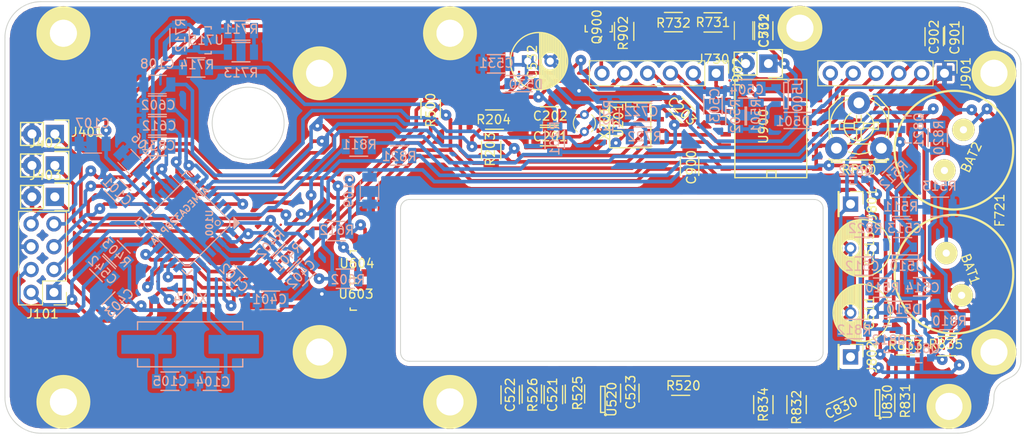
<source format=kicad_pcb>
(kicad_pcb (version 4) (host pcbnew 4.0.4-stable)
  (layers (0 F.Cu signal) (31 B.Cu signal) (34 B.Paste user hide) (35 F.Paste user hide) (36 B.SilkS user) (37 F.SilkS user) (38 B.Mask user hide) (39 F.Mask user hide) (44 Edge.Cuts user))
  (net 0 "")
  (net 1 "Net-(BAT1-Pad1)")
  (net 2 GND)
  (net 3 "Net-(BAT2-Pad1)")
  (net 4 VCC)
  (net 5 "Net-(C104-Pad2)")
  (net 6 "Net-(C105-Pad2)")
  (net 7 "Net-(C201-Pad1)")
  (net 8 "Net-(C202-Pad1)")
  (net 9 V_rtc)
  (net 10 BP1)
  (net 11 BP2)
  (net 12 BP3)
  (net 13 V_sol)
  (net 14 "Net-(C503-Pad1)")
  (net 15 "Net-(C504-Pad1)")
  (net 16 "Net-(C511-Pad1)")
  (net 17 "Net-(C513-Pad1)")
  (net 18 VPP)
  (net 19 "Net-(C522-Pad1)")
  (net 20 V_bat)
  (net 21 quadA)
  (net 22 quadB)
  (net 23 V_ref)
  (net 24 M_imot)
  (net 25 "Net-(J101-Pad1)")
  (net 26 "Net-(J101-Pad3)")
  (net 27 "Net-(J101-Pad4)")
  (net 28 "Net-(J101-Pad5)")
  (net 29 SDA)
  (net 30 SCL)
  (net 31 "Net-(J901-Pad4)")
  (net 32 "Net-(J901-Pad5)")
  (net 33 "Net-(J901-Pad6)")
  (net 34 "Net-(J902-Pad1)")
  (net 35 "Net-(J902-Pad2)")
  (net 36 "Net-(J902-Pad3)")
  (net 37 "Net-(J902-Pad4)")
  (net 38 "Net-(J902-Pad6)")
  (net 39 "Net-(Q811-Pad1)")
  (net 40 "Net-(Q811-Pad2)")
  (net 41 "Net-(Q812-Pad1)")
  (net 42 "Net-(Q821-Pad1)")
  (net 43 "Net-(Q822-Pad1)")
  (net 44 "Net-(Q900-Pad1)")
  (net 45 alarm)
  (net 46 charge_OFF)
  (net 47 "Net-(R510-Pad2)")
  (net 48 VppEn)
  (net 49 "Net-(R711-Pad1)")
  (net 50 M_bat)
  (net 51 M_sol)
  (net 52 C_frw)
  (net 53 C_bkw)
  (net 54 "Net-(R831-Pad2)")
  (net 55 "Net-(R832-Pad2)")
  (net 56 "Net-(R833-Pad1)")
  (net 57 "Net-(R902-Pad1)")
  (net 58 "Net-(J802-Pad1)")
  (net 59 "Net-(J801-Pad1)")
  (net 60 "Net-(C901-Pad2)")
  (net 61 "Net-(R511-Pad1)")
  (net 62 "Net-(R712-Pad2)")
  (module SMD_Packages:SO-16-W (layer F.Cu) (at 187.2 66.1 90)
    (fp_text reference U900 (at 0.254 -0.889 90) (layer F.SilkS))
    (fp_text value PCF8574)
    (pad 1 smd rect (at -4.445 5.08 90) (size 0.508 1.143) (layers F.Cu F.Paste F.Mask) (net 4 VCC))
    (pad 2 smd rect (at -3.175 5.08 90) (size 0.508 1.143) (layers F.Cu F.Paste F.Mask) (net 4 VCC))
    (pad 3 smd rect (at -1.905 5.08 90) (size 0.508 1.143) (layers F.Cu F.Paste F.Mask) (net 4 VCC))
    (pad 4 smd rect (at -0.635 5.08 90) (size 0.508 1.143) (layers F.Cu F.Paste F.Mask) (net 31 "Net-(J901-Pad4)"))
    (pad 5 smd rect (at 0.635 5.08 90) (size 0.508 1.143) (layers F.Cu F.Paste F.Mask) (net 32 "Net-(J901-Pad5)"))
    (pad 6 smd rect (at 1.905 5.08 90) (size 0.508 1.143) (layers F.Cu F.Paste F.Mask) (net 33 "Net-(J901-Pad6)"))
    (pad 7 smd rect (at 3.175 5.08 90) (size 0.508 1.143) (layers F.Cu F.Paste F.Mask) (net 57 "Net-(R902-Pad1)"))
    (pad 8 smd rect (at 4.445 5.08 90) (size 0.508 1.143) (layers F.Cu F.Paste F.Mask) (net 2 GND))
    (pad 9 smd rect (at 4.445 -5.08 90) (size 0.508 1.143) (layers F.Cu F.Paste F.Mask) (net 34 "Net-(J902-Pad1)"))
    (pad 10 smd rect (at 3.175 -5.08 90) (size 0.508 1.143) (layers F.Cu F.Paste F.Mask) (net 35 "Net-(J902-Pad2)"))
    (pad 11 smd rect (at 1.905 -5.08 90) (size 0.508 1.143) (layers F.Cu F.Paste F.Mask) (net 36 "Net-(J902-Pad3)"))
    (pad 12 smd rect (at 0.635 -5.08 90) (size 0.508 1.143) (layers F.Cu F.Paste F.Mask) (net 37 "Net-(J902-Pad4)"))
    (pad 13 smd rect (at -0.635 -5.08 90) (size 0.508 1.143) (layers F.Cu F.Paste F.Mask))
    (pad 14 smd rect (at -1.905 -5.08 90) (size 0.508 1.143) (layers F.Cu F.Paste F.Mask) (net 30 SCL))
    (pad 15 smd rect (at -3.175 -5.08 90) (size 0.508 1.143) (layers F.Cu F.Paste F.Mask) (net 29 SDA))
    (pad 16 smd rect (at -4.445 -5.08 90) (size 0.508 1.143) (layers F.Cu F.Paste F.Mask) (net 4 VCC))
  )
  (module Resistors_SMD:R_1206 (layer F.Cu) (at 176.3 54.26 180)
    (fp_text reference R732 (at 0 -0.1 180) (layer F.SilkS))
    (fp_text value 47k)
    (pad 1 smd rect (at -1.45 0 180) (size 0.9 1.7) (layers F.Cu F.Paste F.Mask) (net 51 M_sol))
    (pad 2 smd rect (at 1.45 0 180) (size 0.9 1.7) (layers F.Cu F.Paste F.Mask) (net 2 GND))
  )
  (module Resistors_SMD:R_1206 (layer F.Cu) (at 206.7 90.3 180)
    (fp_text reference R835 (at 0.1 0.2 180) (layer F.SilkS))
    (fp_text value 0R2)
    (pad 1 smd rect (at -1.45 0 180) (size 0.9 1.7) (layers F.Cu F.Paste F.Mask) (net 2 GND))
    (pad 2 smd rect (at 1.45 0 180) (size 0.9 1.7) (layers F.Cu F.Paste F.Mask) (net 40 "Net-(Q811-Pad2)"))
  )
  (module Resistors_SMD:R_1206 (layer B.Cu) (at 205.7 67.1 90)
    (fp_text reference R820 (at 0 0.1 90) (layer B.SilkS) (effects (justify mirror)))
    (fp_text value 2k2)
    (pad 1 smd rect (at -1.45 0 90) (size 0.9 1.7) (layers B.Cu B.Paste B.Mask) (net 40 "Net-(Q811-Pad2)"))
    (pad 2 smd rect (at 1.45 0 90) (size 0.9 1.7) (layers B.Cu B.Paste B.Mask) (net 42 "Net-(Q821-Pad1)"))
  )
  (module gdi:3mm_screw (layer F.Cu) (at 190.37 54.94)
    (fp_text reference H4 (at 0 0.5) (layer F.SilkS))
    (fp_text value hole hide)
    (pad 1 thru_hole circle (at 0 0) (size 5 5) (drill 3) (layers *.Mask F.Cu F.SilkS) (net 2 GND))
    (pad 1 thru_hole circle (at 0 0) (size 4 4) (drill 3) (layers *.Cu *.Mask F.SilkS) (net 2 GND))
  )
  (module Capacitors_SMD:C_1206 (layer B.Cu) (at 135.03934 82.16066 225)
    (fp_text reference C402 (at 0.2 0 225) (layer B.SilkS) (effects (justify mirror)))
    (fp_text value 100nF)
    (pad 1 smd rect (at -1.5 0 225) (size 1 1.6) (layers B.Cu B.Paste B.Mask) (net 11 BP2))
    (pad 2 smd rect (at 1.5 0 225) (size 1 1.6) (layers B.Cu B.Paste B.Mask) (net 2 GND))
  )
  (module Resistors_SMD:R_1206 (layer B.Cu) (at 138.8 77.5)
    (fp_text reference R612 (at 0.05 -0.1) (layer B.SilkS) (effects (justify mirror)))
    (fp_text value 10k)
    (pad 1 smd rect (at -1.45 0) (size 0.9 1.7) (layers B.Cu B.Paste B.Mask) (net 4 VCC))
    (pad 2 smd rect (at 1.45 0) (size 0.9 1.7) (layers B.Cu B.Paste B.Mask) (net 22 quadB))
  )
  (module TO_SOT_Packages_SMD:SOT-23 (layer B.Cu) (at 200.39822 89.5 270)
    (fp_text reference Q812 (at 0.1 0.09924 540) (layer B.SilkS) (effects (justify mirror)))
    (fp_text value PBSS5350)
    (pad 1 smd rect (at -0.95 -1.00076 270) (size 0.8001 0.8001) (layers B.Cu B.Paste B.Mask) (net 41 "Net-(Q812-Pad1)"))
    (pad 2 smd rect (at 0.95 -1.00076 270) (size 0.8001 0.8001) (layers B.Cu B.Paste B.Mask) (net 18 VPP))
    (pad 3 smd rect (at 0 0.99822 270) (size 0.8001 0.8001) (layers B.Cu B.Paste B.Mask) (net 58 "Net-(J802-Pad1)"))
  )
  (module Capacitors_ThroughHole:C_Radial_D6.3_L11.2_P2.5 (layer F.Cu) (at 198.5 86.6 180)
    (fp_text reference C511 (at 0.4 0 270) (layer F.SilkS))
    (fp_text value 470uF)
    (pad 2 thru_hole circle (at 2.5 0 180) (size 1.3 1.3) (drill 0.8) (layers *.Cu *.Mask) (net 2 GND))
    (pad 1 thru_hole rect (at 0 0 180) (size 1.3 1.3) (drill 0.8) (layers *.Cu *.Mask) (net 16 "Net-(C511-Pad1)"))
  )
  (module Fuse_Holders_and_Fuses:Fuse_SMD1206_Reflow (layer F.Cu) (at 212.5 75.4 270)
    (fp_text reference F721 (at -0.2 -0.1 270) (layer F.SilkS))
    (fp_text value 5A)
    (pad 1 smd rect (at -1.20396 0) (size 2.02946 1.14046) (layers F.Cu F.Paste F.Mask) (net 3 "Net-(BAT2-Pad1)"))
    (pad 2 smd rect (at 1.20396 0) (size 2.02946 1.14046) (layers F.Cu F.Paste F.Mask) (net 20 V_bat))
  )
  (module Resistors_SMD:R_1206 (layer B.Cu) (at 196.4 88.4)
    (fp_text reference R812 (at 0 0.1) (layer B.SilkS) (effects (justify mirror)))
    (fp_text value 330)
    (pad 1 smd rect (at -1.45 0) (size 0.9 1.7) (layers B.Cu B.Paste B.Mask) (net 59 "Net-(J801-Pad1)"))
    (pad 2 smd rect (at 1.45 0) (size 0.9 1.7) (layers B.Cu B.Paste B.Mask) (net 41 "Net-(Q812-Pad1)"))
  )
  (module Resistors_SMD:R_1206 (layer B.Cu) (at 197.45 77.1)
    (fp_text reference R822 (at 0.2 0.1) (layer B.SilkS) (effects (justify mirror)))
    (fp_text value 330)
    (pad 1 smd rect (at -1.45 0) (size 0.9 1.7) (layers B.Cu B.Paste B.Mask) (net 58 "Net-(J802-Pad1)"))
    (pad 2 smd rect (at 1.45 0) (size 0.9 1.7) (layers B.Cu B.Paste B.Mask) (net 43 "Net-(Q822-Pad1)"))
  )
  (module TO_SOT_Packages_SMD:SOT-23 (layer B.Cu) (at 202.7 66.2 270)
    (fp_text reference Q821 (at 0.05 -0.90076 270) (layer B.SilkS) (effects (justify mirror)))
    (fp_text value PBSS4320)
    (pad 1 smd rect (at -0.95 -1.00076 270) (size 0.8001 0.8001) (layers B.Cu B.Paste B.Mask) (net 42 "Net-(Q821-Pad1)"))
    (pad 2 smd rect (at 0.95 -1.00076 270) (size 0.8001 0.8001) (layers B.Cu B.Paste B.Mask) (net 40 "Net-(Q811-Pad2)"))
    (pad 3 smd rect (at 0 0.99822 270) (size 0.8001 0.8001) (layers B.Cu B.Paste B.Mask) (net 59 "Net-(J801-Pad1)"))
  )
  (module Potentiometers:Potentiometer_Triwood_RM-065 (layer F.Cu) (at 194.43064 68.27936)
    (fp_text reference RP90 (at 2.5 2.4) (layer F.SilkS))
    (fp_text value 100k)
    (pad 2 thru_hole circle (at 2.49936 -5.03936) (size 2.49936 2.49936) (drill 1.2) (layers *.Cu *.Mask) (net 60 "Net-(C901-Pad2)"))
    (pad 3 thru_hole circle (at 4.99872 0) (size 2.49936 2.49936) (drill 1.2) (layers *.Cu *.Mask) (net 2 GND))
    (pad 1 thru_hole circle (at 0 0) (size 2.49936 2.49936) (drill 1.2) (layers *.Cu *.Mask) (net 4 VCC))
  )
  (module Resistors_SMD:R_1206 (layer B.Cu) (at 201.6 74.8 180)
    (fp_text reference R511 (at 0 0 180) (layer B.SilkS) (effects (justify mirror)))
    (fp_text value 100k)
    (pad 1 smd rect (at -1.45 0 180) (size 0.9 1.7) (layers B.Cu B.Paste B.Mask) (net 61 "Net-(R511-Pad1)"))
    (pad 2 smd rect (at 1.45 0 180) (size 0.9 1.7) (layers B.Cu B.Paste B.Mask) (net 17 "Net-(C513-Pad1)"))
  )
  (module Resistors_SMD:R_1206 (layer F.Cu) (at 186.3 96.8 270)
    (fp_text reference R834 (at 0 0 270) (layer F.SilkS))
    (fp_text value 1k)
    (pad 1 smd rect (at -1.45 0 270) (size 0.9 1.7) (layers F.Cu F.Paste F.Mask) (net 55 "Net-(R832-Pad2)"))
    (pad 2 smd rect (at 1.45 0 270) (size 0.9 1.7) (layers F.Cu F.Paste F.Mask) (net 2 GND))
  )
  (module gdi:HFC1330 (layer F.Cu) (at 207.5 82.3 290)
    (fp_text reference BAT1 (at 0.1 -1.9 290) (layer F.SilkS))
    (fp_text value BAT)
    (pad 1 thru_hole circle (at -2.5 0 290) (size 2.5 2.5) (drill 0.8) (layers *.Cu *.Mask F.SilkS) (net 1 "Net-(BAT1-Pad1)"))
    (pad 2 thru_hole circle (at 2.5 0 290) (size 2.5 2.5) (drill 0.8) (layers *.Cu *.Mask F.SilkS) (net 2 GND))
  )
  (module gdi:HFC1330 (layer F.Cu) (at 207.5 68.5 245)
    (fp_text reference BAT2 (at -0.1 -2.1 245) (layer F.SilkS))
    (fp_text value BAT)
    (pad 1 thru_hole circle (at -2.5 0 245) (size 2.5 2.5) (drill 0.8) (layers *.Cu *.Mask F.SilkS) (net 3 "Net-(BAT2-Pad1)"))
    (pad 2 thru_hole circle (at 2.5 0 245) (size 2.5 2.5) (drill 0.8) (layers *.Cu *.Mask F.SilkS) (net 1 "Net-(BAT1-Pad1)"))
  )
  (module Capacitors_ThroughHole:C_Radial_D6.3_L11.2_P2.5 (layer F.Cu) (at 198.5 79.4 180)
    (fp_text reference C515 (at 0.4 -0.06 270) (layer F.SilkS))
    (fp_text value 470uF)
    (pad 2 thru_hole circle (at 2.5 0 180) (size 1.3 1.3) (drill 0.8) (layers *.Cu *.Mask) (net 2 GND))
    (pad 1 thru_hole rect (at 0 0 180) (size 1.3 1.3) (drill 0.8) (layers *.Cu *.Mask) (net 4 VCC))
  )
  (module Capacitors_ThroughHole:C_Radial_D6.3_L11.2_P2.5 (layer F.Cu) (at 160.1 58.6)
    (fp_text reference C532 (at 0.51 0.1 90) (layer F.SilkS))
    (fp_text value 470uF)
    (pad 2 thru_hole circle (at 2.5 0) (size 1.3 1.3) (drill 0.8) (layers *.Cu *.Mask) (net 2 GND))
    (pad 1 thru_hole rect (at 0 0) (size 1.3 1.3) (drill 0.8) (layers *.Cu *.Mask) (net 9 V_rtc))
  )
  (module Diodes_SMD:SOD-123 (layer B.Cu) (at 189.6 65.2 180)
    (fp_text reference D501 (at 0 -0.1 180) (layer B.SilkS) (effects (justify mirror)))
    (fp_text value SCHOTTKY)
    (pad 1 smd rect (at -1.635 0 180) (size 0.91 1.22) (layers B.Cu B.Paste B.Mask) (net 20 V_bat))
    (pad 2 smd rect (at 1.635 0 180) (size 0.91 1.22) (layers B.Cu B.Paste B.Mask) (net 15 "Net-(C504-Pad1)"))
  )
  (module Diodes_SMD:SOD-123 (layer B.Cu) (at 201.8 86.2)
    (fp_text reference D510 (at 0.1 0) (layer B.SilkS) (effects (justify mirror)))
    (fp_text value SCHOTTKY)
    (pad 1 smd rect (at -1.635 0) (size 0.91 1.22) (layers B.Cu B.Paste B.Mask) (net 16 "Net-(C511-Pad1)"))
    (pad 2 smd rect (at 1.635 0) (size 0.91 1.22) (layers B.Cu B.Paste B.Mask) (net 20 V_bat))
  )
  (module Diodes_SMD:SOD-123 (layer B.Cu) (at 159.6 61.1)
    (fp_text reference D530 (at 0.3 0.1) (layer B.SilkS) (effects (justify mirror)))
    (fp_text value SCHOTTKY)
    (pad 1 smd rect (at -1.635 0) (size 0.91 1.22) (layers B.Cu B.Paste B.Mask) (net 9 V_rtc))
    (pad 2 smd rect (at 1.635 0) (size 0.91 1.22) (layers B.Cu B.Paste B.Mask) (net 4 VCC))
  )
  (module gdi:3mm_screw (layer F.Cu) (at 108.45 96.5)
    (fp_text reference H1 (at 0 0.5) (layer F.SilkS))
    (fp_text value hole hide)
    (pad 1 thru_hole circle (at 0 0) (size 6 6) (drill 3) (layers *.Mask F.Cu F.SilkS) (net 2 GND))
    (pad 1 thru_hole circle (at 0 0) (size 4 4) (drill 3) (layers *.Cu *.Mask F.SilkS) (net 2 GND))
  )
  (module gdi:3mm_screw (layer F.Cu) (at 151.45 96.5)
    (fp_text reference H2 (at 0 0.5) (layer F.SilkS))
    (fp_text value hole hide)
    (pad 1 thru_hole circle (at 0 0) (size 6 6) (drill 3) (layers *.Mask F.Cu F.SilkS) (net 2 GND))
    (pad 1 thru_hole circle (at 0 0) (size 4 4) (drill 3) (layers *.Cu *.Mask F.SilkS) (net 2 GND))
  )
  (module gdi:3mm_screw (layer F.Cu) (at 206.95 97)
    (fp_text reference H3 (at 0 0.5) (layer F.SilkS))
    (fp_text value hole hide)
    (pad 1 thru_hole circle (at 0 0) (size 5 5) (drill 3) (layers *.Mask F.Cu F.SilkS) (net 2 GND))
    (pad 1 thru_hole circle (at 0 0) (size 4 4) (drill 3) (layers *.Cu *.Mask F.SilkS) (net 2 GND))
  )
  (module gdi:3mm_screw (layer F.Cu) (at 151.45 55.5)
    (fp_text reference H5 (at 0 0.5) (layer F.SilkS))
    (fp_text value hole hide)
    (pad 1 thru_hole circle (at 0 0) (size 6 6) (drill 3) (layers *.Mask F.Cu F.SilkS) (net 2 GND))
    (pad 1 thru_hole circle (at 0 0) (size 4 4) (drill 3) (layers *.Cu *.Mask F.SilkS) (net 2 GND))
  )
  (module gdi:3mm_screw (layer F.Cu) (at 108.45 55.5)
    (fp_text reference H6 (at 0 0.5) (layer F.SilkS))
    (fp_text value hole hide)
    (pad 1 thru_hole circle (at 0 0) (size 6 6) (drill 3) (layers *.Mask F.Cu F.SilkS) (net 2 GND))
    (pad 1 thru_hole circle (at 0 0) (size 4 4) (drill 3) (layers *.Cu *.Mask F.SilkS) (net 2 GND))
  )
  (module Pin_Headers:Pin_Header_Straight_1x02 (layer F.Cu) (at 107.5 66.7 270)
    (fp_text reference J401 (at -0.2 -3.6 360) (layer F.SilkS))
    (fp_text value HEADER_2 hide)
    (pad 1 thru_hole rect (at 0 0 270) (size 2.032 2.032) (drill 1) (layers *.Cu *.Mask) (net 10 BP1))
    (pad 2 thru_hole oval (at 0 2.54 270) (size 2.032 2.032) (drill 1) (layers *.Cu *.Mask) (net 2 GND))
  )
  (module Pin_Headers:Pin_Header_Straight_1x02 (layer F.Cu) (at 107.5 70.2 270)
    (fp_text reference J402 (at -2.5 1.04 360) (layer F.SilkS))
    (fp_text value HEADER_2 hide)
    (pad 1 thru_hole rect (at 0 0 270) (size 2.032 2.032) (drill 1) (layers *.Cu *.Mask) (net 11 BP2))
    (pad 2 thru_hole oval (at 0 2.54 270) (size 2.032 2.032) (drill 1) (layers *.Cu *.Mask) (net 2 GND))
  )
  (module Pin_Headers:Pin_Header_Straight_1x02 (layer F.Cu) (at 107.5 73.7 270)
    (fp_text reference J403 (at -2.4 1.04 360) (layer F.SilkS))
    (fp_text value HEADER_2 hide)
    (pad 1 thru_hole rect (at 0 0 270) (size 2.032 2.032) (drill 1) (layers *.Cu *.Mask) (net 12 BP3))
    (pad 2 thru_hole oval (at 0 2.54 270) (size 2.032 2.032) (drill 1) (layers *.Cu *.Mask) (net 2 GND))
  )
  (module Pin_Headers:Pin_Header_Straight_1x02 (layer F.Cu) (at 186.87 58.87 270)
    (fp_text reference J730 (at -0.5 6.14 360) (layer F.SilkS))
    (fp_text value HEADER_2 hide)
    (pad 1 thru_hole rect (at 0 0 270) (size 2.032 2.032) (drill 1) (layers *.Cu *.Mask) (net 13 V_sol))
    (pad 2 thru_hole oval (at 0 2.54 270) (size 2.032 2.032) (drill 1) (layers *.Cu *.Mask) (net 2 GND))
  )
  (module w_lqfp:lqfp32 (layer B.Cu) (at 122.2 76.6 225)
    (fp_text reference U100 (at -1.767767 -1.767767 270) (layer B.SilkS) (effects (font (size 0.7493 0.7493) (thickness 0.14986)) (justify mirror)))
    (fp_text value ATMEGA328P-A (at 0 1.143 225) (layer B.SilkS) (effects (font (size 0.7493 0.7493) (thickness 0.14986)) (justify mirror)))
    (pad 4 smd rect (at -0.39878 -4.09956 225) (size 0.55118 1.30048) (layers B.Cu B.Paste B.Mask) (net 4 VCC))
    (pad 5 smd rect (at 0.39878 -4.09956 225) (size 0.55118 1.30048) (layers B.Cu B.Paste B.Mask) (net 2 GND))
    (pad 6 smd rect (at 1.19888 -4.09956 225) (size 0.55118 1.30048) (layers B.Cu B.Paste B.Mask) (net 4 VCC))
    (pad 7 smd rect (at 1.99898 -4.09956 225) (size 0.55118 1.30048) (layers B.Cu B.Paste B.Mask) (net 5 "Net-(C104-Pad2)"))
    (pad 8 smd rect (at 2.79908 -4.09956 225) (size 0.55118 1.30048) (layers B.Cu B.Paste B.Mask) (net 6 "Net-(C105-Pad2)"))
    (pad 1 smd rect (at -2.79908 -4.09956 225) (size 0.55118 1.30048) (layers B.Cu B.Paste B.Mask) (net 11 BP2))
    (pad 2 smd rect (at -1.99898 -4.09956 225) (size 0.55118 1.30048) (layers B.Cu B.Paste B.Mask) (net 10 BP1))
    (pad 3 smd rect (at -1.19888 -4.09956 225) (size 0.55118 1.30048) (layers B.Cu B.Paste B.Mask) (net 2 GND))
    (pad 9 smd rect (at 4.09956 -2.79908 225) (size 1.30048 0.55118) (layers B.Cu B.Paste B.Mask) (net 12 BP3))
    (pad 10 smd rect (at 4.09956 -1.99898 225) (size 1.30048 0.55118) (layers B.Cu B.Paste B.Mask) (net 46 charge_OFF))
    (pad 11 smd rect (at 4.09956 -1.19888 225) (size 1.30048 0.55118) (layers B.Cu B.Paste B.Mask) (net 48 VppEn))
    (pad 12 smd rect (at 4.09956 -0.39878 225) (size 1.30048 0.55118) (layers B.Cu B.Paste B.Mask) (net 52 C_frw))
    (pad 13 smd rect (at 4.09956 0.39878 225) (size 1.30048 0.55118) (layers B.Cu B.Paste B.Mask) (net 53 C_bkw))
    (pad 14 smd rect (at 4.09956 1.19888 225) (size 1.30048 0.55118) (layers B.Cu B.Paste B.Mask))
    (pad 15 smd rect (at 4.09956 1.99898 225) (size 1.30048 0.55118) (layers B.Cu B.Paste B.Mask) (net 27 "Net-(J101-Pad4)"))
    (pad 16 smd rect (at 4.09956 2.79908 225) (size 1.30048 0.55118) (layers B.Cu B.Paste B.Mask) (net 25 "Net-(J101-Pad1)"))
    (pad 17 smd rect (at 2.79908 4.09956 225) (size 0.55118 1.30048) (layers B.Cu B.Paste B.Mask) (net 26 "Net-(J101-Pad3)"))
    (pad 18 smd rect (at 1.99898 4.09956 225) (size 0.55118 1.30048) (layers B.Cu B.Paste B.Mask) (net 4 VCC))
    (pad 19 smd rect (at 1.19888 4.09956 225) (size 0.55118 1.30048) (layers B.Cu B.Paste B.Mask) (net 51 M_sol))
    (pad 20 smd rect (at 0.39878 4.09956 225) (size 0.55118 1.30048) (layers B.Cu B.Paste B.Mask) (net 23 V_ref))
    (pad 21 smd rect (at -0.39878 4.09956 225) (size 0.55118 1.30048) (layers B.Cu B.Paste B.Mask) (net 2 GND))
    (pad 22 smd rect (at -1.19888 4.09956 225) (size 0.55118 1.30048) (layers B.Cu B.Paste B.Mask) (net 50 M_bat))
    (pad 23 smd rect (at -1.99898 4.09956 225) (size 0.55118 1.30048) (layers B.Cu B.Paste B.Mask) (net 24 M_imot))
    (pad 24 smd rect (at -2.79908 4.09956 225) (size 0.55118 1.30048) (layers B.Cu B.Paste B.Mask))
    (pad 25 smd rect (at -4.09956 2.79908 225) (size 1.30048 0.55118) (layers B.Cu B.Paste B.Mask) (net 22 quadB))
    (pad 26 smd rect (at -4.09956 1.99898 225) (size 1.30048 0.55118) (layers B.Cu B.Paste B.Mask) (net 21 quadA))
    (pad 27 smd rect (at -4.09956 1.19888 225) (size 1.30048 0.55118) (layers B.Cu B.Paste B.Mask) (net 29 SDA))
    (pad 28 smd rect (at -4.09956 0.39878 225) (size 1.30048 0.55118) (layers B.Cu B.Paste B.Mask) (net 30 SCL))
    (pad 29 smd rect (at -4.09956 -0.39878 225) (size 1.30048 0.55118) (layers B.Cu B.Paste B.Mask) (net 28 "Net-(J101-Pad5)"))
    (pad 30 smd rect (at -4.09956 -1.19888 225) (size 1.30048 0.55118) (layers B.Cu B.Paste B.Mask))
    (pad 31 smd rect (at -4.09956 -1.99898 225) (size 1.30048 0.55118) (layers B.Cu B.Paste B.Mask))
    (pad 32 smd rect (at -4.09956 -2.79908 225) (size 1.30048 0.55118) (layers B.Cu B.Paste B.Mask) (net 45 alarm))
  )
  (module SMD_Packages:SOIC-8-N (layer F.Cu) (at 171.5 65.7 270)
    (fp_text reference U201 (at -0.5 1.3 270) (layer F.SilkS))
    (fp_text value MCP7940)
    (pad 8 smd rect (at -1.905 -3.175 270) (size 0.508 1.143) (layers F.Cu F.Paste F.Mask) (net 9 V_rtc))
    (pad 7 smd rect (at -0.635 -3.175 270) (size 0.508 1.143) (layers F.Cu F.Paste F.Mask) (net 45 alarm))
    (pad 6 smd rect (at 0.635 -3.175 270) (size 0.508 1.143) (layers F.Cu F.Paste F.Mask) (net 30 SCL))
    (pad 5 smd rect (at 1.905 -3.175 270) (size 0.508 1.143) (layers F.Cu F.Paste F.Mask) (net 29 SDA))
    (pad 4 smd rect (at 1.905 3.175 270) (size 0.508 1.143) (layers F.Cu F.Paste F.Mask) (net 2 GND))
    (pad 3 smd rect (at 0.635 3.175 270) (size 0.508 1.143) (layers F.Cu F.Paste F.Mask) (net 45 alarm))
    (pad 2 smd rect (at -0.635 3.175 270) (size 0.508 1.143) (layers F.Cu F.Paste F.Mask) (net 7 "Net-(C201-Pad1)"))
    (pad 1 smd rect (at -1.905 3.175 270) (size 0.508 1.143) (layers F.Cu F.Paste F.Mask) (net 8 "Net-(C202-Pad1)"))
  )
  (module Capacitors_SMD:C_1206 (layer B.Cu) (at 114.5 73 315)
    (fp_text reference C101 (at 0 0.1 315) (layer B.SilkS) (effects (justify mirror)))
    (fp_text value 100nF)
    (pad 1 smd rect (at -1.5 0 315) (size 1 1.6) (layers B.Cu B.Paste B.Mask) (net 2 GND))
    (pad 2 smd rect (at 1.5 0 315) (size 1 1.6) (layers B.Cu B.Paste B.Mask) (net 4 VCC))
  )
  (module Capacitors_SMD:C_1206 (layer B.Cu) (at 127.4 82.7 135)
    (fp_text reference C102 (at 0 0 135) (layer B.SilkS) (effects (justify mirror)))
    (fp_text value 100nF)
    (pad 1 smd rect (at -1.5 0 135) (size 1 1.6) (layers B.Cu B.Paste B.Mask) (net 2 GND))
    (pad 2 smd rect (at 1.5 0 135) (size 1 1.6) (layers B.Cu B.Paste B.Mask) (net 4 VCC))
  )
  (module Capacitors_SMD:C_1206 (layer B.Cu) (at 125 94.2)
    (fp_text reference C104 (at 0.070711 0.070711) (layer B.SilkS) (effects (justify mirror)))
    (fp_text value 10pF)
    (pad 1 smd rect (at -1.5 0) (size 1 1.6) (layers B.Cu B.Paste B.Mask) (net 2 GND))
    (pad 2 smd rect (at 1.5 0) (size 1 1.6) (layers B.Cu B.Paste B.Mask) (net 5 "Net-(C104-Pad2)"))
  )
  (module Capacitors_SMD:C_1206 (layer B.Cu) (at 120.3 94.2 180)
    (fp_text reference C105 (at 0 0 180) (layer B.SilkS) (effects (justify mirror)))
    (fp_text value 10pF)
    (pad 1 smd rect (at -1.5 0 180) (size 1 1.6) (layers B.Cu B.Paste B.Mask) (net 2 GND))
    (pad 2 smd rect (at 1.5 0 180) (size 1 1.6) (layers B.Cu B.Paste B.Mask) (net 6 "Net-(C105-Pad2)"))
  )
  (module Capacitors_SMD:C_1206 (layer F.Cu) (at 162.5 67 180)
    (fp_text reference C201 (at -0.1 0 180) (layer F.SilkS))
    (fp_text value 10pF)
    (pad 1 smd rect (at -1.5 0 180) (size 1 1.6) (layers F.Cu F.Paste F.Mask) (net 7 "Net-(C201-Pad1)"))
    (pad 2 smd rect (at 1.5 0 180) (size 1 1.6) (layers F.Cu F.Paste F.Mask) (net 2 GND))
  )
  (module Capacitors_SMD:C_1206 (layer F.Cu) (at 162.5 64.7 180)
    (fp_text reference C202 (at -0.1 0 180) (layer F.SilkS))
    (fp_text value 10pF)
    (pad 1 smd rect (at -1.5 0 180) (size 1 1.6) (layers F.Cu F.Paste F.Mask) (net 8 "Net-(C202-Pad1)"))
    (pad 2 smd rect (at 1.5 0 180) (size 1 1.6) (layers F.Cu F.Paste F.Mask) (net 2 GND))
  )
  (module Capacitors_SMD:C_1206 (layer F.Cu) (at 177.23934 64.03934 135)
    (fp_text reference C203 (at -0.070711 -0.070711 135) (layer F.SilkS))
    (fp_text value 100nF)
    (pad 1 smd rect (at -1.5 0 135) (size 1 1.6) (layers F.Cu F.Paste F.Mask) (net 9 V_rtc))
    (pad 2 smd rect (at 1.5 0 135) (size 1 1.6) (layers F.Cu F.Paste F.Mask) (net 2 GND))
  )
  (module Capacitors_SMD:C_1206 (layer B.Cu) (at 131.5 85.2 180)
    (fp_text reference C401 (at 0.1 0.1 180) (layer B.SilkS) (effects (justify mirror)))
    (fp_text value 100nF)
    (pad 1 smd rect (at -1.5 0 180) (size 1 1.6) (layers B.Cu B.Paste B.Mask) (net 10 BP1))
    (pad 2 smd rect (at 1.5 0 180) (size 1 1.6) (layers B.Cu B.Paste B.Mask) (net 2 GND))
  )
  (module Capacitors_SMD:C_1206 (layer B.Cu) (at 114.2 85.7 225)
    (fp_text reference C403 (at -0.5 -0.2 225) (layer B.SilkS) (effects (justify mirror)))
    (fp_text value 100nF)
    (pad 1 smd rect (at -1.5 0 225) (size 1 1.6) (layers B.Cu B.Paste B.Mask) (net 12 BP3))
    (pad 2 smd rect (at 1.5 0 225) (size 1 1.6) (layers B.Cu B.Paste B.Mask) (net 2 GND))
  )
  (module Capacitors_SMD:C_1206 (layer F.Cu) (at 186.34 55.22 90)
    (fp_text reference C501 (at 0 0 90) (layer F.SilkS))
    (fp_text value 10uF)
    (pad 1 smd rect (at -1.5 0 90) (size 1 1.6) (layers F.Cu F.Paste F.Mask) (net 13 V_sol))
    (pad 2 smd rect (at 1.5 0 90) (size 1 1.6) (layers F.Cu F.Paste F.Mask) (net 2 GND))
  )
  (module Capacitors_SMD:C_1206 (layer B.Cu) (at 180.7 63.5 90)
    (fp_text reference C503 (at 0 0.2 90) (layer B.SilkS) (effects (justify mirror)))
    (fp_text value 470pF)
    (pad 1 smd rect (at -1.5 0 90) (size 1 1.6) (layers B.Cu B.Paste B.Mask) (net 14 "Net-(C503-Pad1)"))
    (pad 2 smd rect (at 1.5 0 90) (size 1 1.6) (layers B.Cu B.Paste B.Mask) (net 2 GND))
  )
  (module Capacitors_SMD:C_1206 (layer B.Cu) (at 184.55 61.68 180)
    (fp_text reference C504 (at 0.1 -0.1 180) (layer B.SilkS) (effects (justify mirror)))
    (fp_text value 10uF)
    (pad 1 smd rect (at -1.5 0 180) (size 1 1.6) (layers B.Cu B.Paste B.Mask) (net 15 "Net-(C504-Pad1)"))
    (pad 2 smd rect (at 1.5 0 180) (size 1 1.6) (layers B.Cu B.Paste B.Mask) (net 2 GND))
  )
  (module Capacitors_SMD:C_1206 (layer B.Cu) (at 197.5 81.4 180)
    (fp_text reference C512 (at 0.2 0 180) (layer B.SilkS) (effects (justify mirror)))
    (fp_text value 10uF)
    (pad 1 smd rect (at -1.5 0 180) (size 1 1.6) (layers B.Cu B.Paste B.Mask) (net 4 VCC))
    (pad 2 smd rect (at 1.5 0 180) (size 1 1.6) (layers B.Cu B.Paste B.Mask) (net 2 GND))
  )
  (module Capacitors_SMD:C_1206 (layer B.Cu) (at 201.8 77.2)
    (fp_text reference C513 (at 0.2 0) (layer B.SilkS) (effects (justify mirror)))
    (fp_text value 470pF)
    (pad 1 smd rect (at -1.5 0) (size 1 1.6) (layers B.Cu B.Paste B.Mask) (net 17 "Net-(C513-Pad1)"))
    (pad 2 smd rect (at 1.5 0) (size 1 1.6) (layers B.Cu B.Paste B.Mask) (net 2 GND))
  )
  (module Capacitors_SMD:C_1206 (layer B.Cu) (at 204 83.7 180)
    (fp_text reference C514 (at 0 -0.1 180) (layer B.SilkS) (effects (justify mirror)))
    (fp_text value 10uF)
    (pad 1 smd rect (at -1.5 0 180) (size 1 1.6) (layers B.Cu B.Paste B.Mask) (net 16 "Net-(C511-Pad1)"))
    (pad 2 smd rect (at 1.5 0 180) (size 1 1.6) (layers B.Cu B.Paste B.Mask) (net 2 GND))
  )
  (module Capacitors_SMD:C_1206 (layer F.Cu) (at 162.95 95.7 90)
    (fp_text reference C521 (at 0 -0.1 90) (layer F.SilkS))
    (fp_text value 10uF)
    (pad 1 smd rect (at -1.5 0 90) (size 1 1.6) (layers F.Cu F.Paste F.Mask) (net 18 VPP))
    (pad 2 smd rect (at 1.5 0 90) (size 1 1.6) (layers F.Cu F.Paste F.Mask) (net 2 GND))
  )
  (module Capacitors_SMD:C_1206 (layer F.Cu) (at 158.15 95.72 90)
    (fp_text reference C522 (at 0 0 90) (layer F.SilkS))
    (fp_text value 470pF)
    (pad 1 smd rect (at -1.5 0 90) (size 1 1.6) (layers F.Cu F.Paste F.Mask) (net 19 "Net-(C522-Pad1)"))
    (pad 2 smd rect (at 1.5 0 90) (size 1 1.6) (layers F.Cu F.Paste F.Mask) (net 2 GND))
  )
  (module Capacitors_SMD:C_1206 (layer F.Cu) (at 171.45 95.52 90)
    (fp_text reference C523 (at 0.1 0.1 90) (layer F.SilkS))
    (fp_text value 10uF)
    (pad 1 smd rect (at -1.5 0 90) (size 1 1.6) (layers F.Cu F.Paste F.Mask) (net 20 V_bat))
    (pad 2 smd rect (at 1.5 0 90) (size 1 1.6) (layers F.Cu F.Paste F.Mask) (net 2 GND))
  )
  (module Capacitors_SMD:C_1206 (layer B.Cu) (at 156.6 58.9 180)
    (fp_text reference C531 (at 0 0.07 180) (layer B.SilkS) (effects (justify mirror)))
    (fp_text value 10uF)
    (pad 1 smd rect (at -1.5 0 180) (size 1 1.6) (layers B.Cu B.Paste B.Mask) (net 9 V_rtc))
    (pad 2 smd rect (at 1.5 0 180) (size 1 1.6) (layers B.Cu B.Paste B.Mask) (net 2 GND))
  )
  (module Capacitors_SMD:C_1206 (layer B.Cu) (at 112.8 81.7 315)
    (fp_text reference C542 (at 0.1 0.1 315) (layer B.SilkS) (effects (justify mirror)))
    (fp_text value 100nF)
    (pad 1 smd rect (at -1.5 0 315) (size 1 1.6) (layers B.Cu B.Paste B.Mask) (net 4 VCC))
    (pad 2 smd rect (at 1.5 0 315) (size 1 1.6) (layers B.Cu B.Paste B.Mask) (net 2 GND))
  )
  (module Capacitors_SMD:C_1206 (layer B.Cu) (at 118.9 63.5 180)
    (fp_text reference C602 (at -0.1 0 180) (layer B.SilkS) (effects (justify mirror)))
    (fp_text value 100nF)
    (pad 1 smd rect (at -1.5 0 180) (size 1 1.6) (layers B.Cu B.Paste B.Mask) (net 21 quadA))
    (pad 2 smd rect (at 1.5 0 180) (size 1 1.6) (layers B.Cu B.Paste B.Mask) (net 2 GND))
  )
  (module Capacitors_SMD:C_1206 (layer B.Cu) (at 118.9 65.8)
    (fp_text reference C612 (at 0.2 0) (layer B.SilkS) (effects (justify mirror)))
    (fp_text value 100nF)
    (pad 1 smd rect (at -1.5 0) (size 1 1.6) (layers B.Cu B.Paste B.Mask) (net 2 GND))
    (pad 2 smd rect (at 1.5 0) (size 1 1.6) (layers B.Cu B.Paste B.Mask) (net 22 quadB))
  )
  (module Capacitors_SMD:C_1206 (layer B.Cu) (at 172.9 64.3 180)
    (fp_text reference C722 (at 0.2 0.1 180) (layer B.SilkS) (effects (justify mirror)))
    (fp_text value 10uF)
    (pad 1 smd rect (at -1.5 0 180) (size 1 1.6) (layers B.Cu B.Paste B.Mask) (net 20 V_bat))
    (pad 2 smd rect (at 1.5 0 180) (size 1 1.6) (layers B.Cu B.Paste B.Mask) (net 2 GND))
  )
  (module Capacitors_SMD:C_1206 (layer F.Cu) (at 194.7 97.3 205)
    (fp_text reference C830 (at -0.3 0 205) (layer F.SilkS))
    (fp_text value 100nF)
    (pad 1 smd rect (at -1.5 0 205) (size 1 1.6) (layers F.Cu F.Paste F.Mask) (net 18 VPP))
    (pad 2 smd rect (at 1.5 0 205) (size 1 1.6) (layers F.Cu F.Paste F.Mask) (net 2 GND))
  )
  (module Capacitors_SMD:C_1206 (layer B.Cu) (at 118.9 68.1 180)
    (fp_text reference C831 (at -0.1 0.1 180) (layer B.SilkS) (effects (justify mirror)))
    (fp_text value 100nF)
    (pad 1 smd rect (at -1.5 0 180) (size 1 1.6) (layers B.Cu B.Paste B.Mask) (net 24 M_imot))
    (pad 2 smd rect (at 1.5 0 180) (size 1 1.6) (layers B.Cu B.Paste B.Mask) (net 2 GND))
  )
  (module Capacitors_SMD:C_1206 (layer F.Cu) (at 178.1 70.3 270)
    (fp_text reference C900 (at 0.1 -0.2 270) (layer F.SilkS))
    (fp_text value 100nF)
    (pad 1 smd rect (at -1.5 0 270) (size 1 1.6) (layers F.Cu F.Paste F.Mask) (net 4 VCC))
    (pad 2 smd rect (at 1.5 0 270) (size 1 1.6) (layers F.Cu F.Paste F.Mask) (net 2 GND))
  )
  (module Capacitors_SMD:C_1206 (layer F.Cu) (at 207.49 55.73 270)
    (fp_text reference C901 (at 0.23 -0.11 270) (layer F.SilkS))
    (fp_text value 100nF)
    (pad 1 smd rect (at -1.5 0 270) (size 1 1.6) (layers F.Cu F.Paste F.Mask) (net 2 GND))
    (pad 2 smd rect (at 1.5 0 270) (size 1 1.6) (layers F.Cu F.Paste F.Mask) (net 60 "Net-(C901-Pad2)"))
  )
  (module Capacitors_SMD:C_1206 (layer F.Cu) (at 205.31 55.88 270)
    (fp_text reference C902 (at 0.04 0.02 270) (layer F.SilkS))
    (fp_text value 10uF)
    (pad 1 smd rect (at -1.5 0 270) (size 1 1.6) (layers F.Cu F.Paste F.Mask) (net 2 GND))
    (pad 2 smd rect (at 1.5 0 270) (size 1 1.6) (layers F.Cu F.Paste F.Mask) (net 60 "Net-(C901-Pad2)"))
  )
  (module TO_SOT_Packages_SMD:SOT-23 (layer B.Cu) (at 203.9 90.65 270)
    (fp_text reference Q811 (at -0.1 -0.1 540) (layer B.SilkS) (effects (justify mirror)))
    (fp_text value PBSS4320)
    (pad 1 smd rect (at -0.95 -1.00076 270) (size 0.8001 0.8001) (layers B.Cu B.Paste B.Mask) (net 39 "Net-(Q811-Pad1)"))
    (pad 2 smd rect (at 0.95 -1.00076 270) (size 0.8001 0.8001) (layers B.Cu B.Paste B.Mask) (net 40 "Net-(Q811-Pad2)"))
    (pad 3 smd rect (at 0 0.99822 270) (size 0.8001 0.8001) (layers B.Cu B.Paste B.Mask) (net 58 "Net-(J802-Pad1)"))
  )
  (module TO_SOT_Packages_SMD:SOT-23 (layer B.Cu) (at 196.6 70.8 270)
    (fp_text reference Q822 (at 0 0 540) (layer B.SilkS) (effects (justify mirror)))
    (fp_text value PBSS5350)
    (pad 1 smd rect (at -0.95 -1.00076 270) (size 0.8001 0.8001) (layers B.Cu B.Paste B.Mask) (net 43 "Net-(Q822-Pad1)"))
    (pad 2 smd rect (at 0.95 -1.00076 270) (size 0.8001 0.8001) (layers B.Cu B.Paste B.Mask) (net 18 VPP))
    (pad 3 smd rect (at 0 0.99822 270) (size 0.8001 0.8001) (layers B.Cu B.Paste B.Mask) (net 59 "Net-(J801-Pad1)"))
  )
  (module TO_SOT_Packages_SMD:SOT-23 (layer F.Cu) (at 167.99 54.69 180)
    (fp_text reference Q900 (at 0.2 -0.1 270) (layer F.SilkS))
    (fp_text value PBSS4320)
    (pad 1 smd rect (at -0.95 1.00076 180) (size 0.8001 0.8001) (layers F.Cu F.Paste F.Mask) (net 44 "Net-(Q900-Pad1)"))
    (pad 2 smd rect (at 0.95 1.00076 180) (size 0.8001 0.8001) (layers F.Cu F.Paste F.Mask) (net 2 GND))
    (pad 3 smd rect (at 0 -0.99822 180) (size 0.8001 0.8001) (layers F.Cu F.Paste F.Mask) (net 38 "Net-(J902-Pad6)"))
  )
  (module Resistors_SMD:R_1206 (layer B.Cu) (at 163.1 67.3 270)
    (fp_text reference R201 (at -0.1 0 270) (layer B.SilkS) (effects (justify mirror)))
    (fp_text value 10k)
    (pad 1 smd rect (at -1.45 0 270) (size 0.9 1.7) (layers B.Cu B.Paste B.Mask) (net 4 VCC))
    (pad 2 smd rect (at 1.45 0 270) (size 0.9 1.7) (layers B.Cu B.Paste B.Mask) (net 45 alarm))
  )
  (module Resistors_SMD:R_1206 (layer F.Cu) (at 156.03 68.5 90)
    (fp_text reference R203 (at 0.1 -0.1 90) (layer F.SilkS))
    (fp_text value 2k2)
    (pad 1 smd rect (at -1.45 0 90) (size 0.9 1.7) (layers F.Cu F.Paste F.Mask) (net 4 VCC))
    (pad 2 smd rect (at 1.45 0 90) (size 0.9 1.7) (layers F.Cu F.Paste F.Mask) (net 30 SCL))
  )
  (module Resistors_SMD:R_1206 (layer F.Cu) (at 156.4 65.1 180)
    (fp_text reference R204 (at 0.1 0 180) (layer F.SilkS))
    (fp_text value 2k2)
    (pad 1 smd rect (at -1.45 0 180) (size 0.9 1.7) (layers F.Cu F.Paste F.Mask) (net 4 VCC))
    (pad 2 smd rect (at 1.45 0 180) (size 0.9 1.7) (layers F.Cu F.Paste F.Mask) (net 29 SDA))
  )
  (module Resistors_SMD:R_1206 (layer B.Cu) (at 133.3 80.5 45)
    (fp_text reference R401 (at 0.2 0 45) (layer B.SilkS) (effects (justify mirror)))
    (fp_text value 10k)
    (pad 1 smd rect (at -1.45 0 45) (size 0.9 1.7) (layers B.Cu B.Paste B.Mask) (net 4 VCC))
    (pad 2 smd rect (at 1.45 0 45) (size 0.9 1.7) (layers B.Cu B.Paste B.Mask) (net 10 BP1))
  )
  (module Resistors_SMD:R_1206 (layer B.Cu) (at 131.6 78.8 45)
    (fp_text reference R402 (at -0.2 0 45) (layer B.SilkS) (effects (justify mirror)))
    (fp_text value 10k)
    (pad 1 smd rect (at -1.45 0 45) (size 0.9 1.7) (layers B.Cu B.Paste B.Mask) (net 4 VCC))
    (pad 2 smd rect (at 1.45 0 45) (size 0.9 1.7) (layers B.Cu B.Paste B.Mask) (net 11 BP2))
  )
  (module Resistors_SMD:R_1206 (layer B.Cu) (at 114.4 80 315)
    (fp_text reference R403 (at -0.1 0 315) (layer B.SilkS) (effects (justify mirror)))
    (fp_text value 10k)
    (pad 1 smd rect (at -1.45 0 315) (size 0.9 1.7) (layers B.Cu B.Paste B.Mask) (net 4 VCC))
    (pad 2 smd rect (at 1.45 0 315) (size 0.9 1.7) (layers B.Cu B.Paste B.Mask) (net 12 BP3))
  )
  (module Resistors_SMD:R_1206 (layer F.Cu) (at 149.3 63.9 90)
    (fp_text reference R500 (at -0.141421 0 90) (layer F.SilkS))
    (fp_text value 47k)
    (pad 1 smd rect (at -1.45 0 90) (size 0.9 1.7) (layers F.Cu F.Paste F.Mask) (net 4 VCC))
    (pad 2 smd rect (at 1.45 0 90) (size 0.9 1.7) (layers F.Cu F.Paste F.Mask) (net 46 charge_OFF))
  )
  (module Resistors_SMD:R_1206 (layer B.Cu) (at 199.55 83.8 180)
    (fp_text reference R510 (at 0 0 180) (layer B.SilkS) (effects (justify mirror)))
    (fp_text value 10k)
    (pad 1 smd rect (at -1.45 0 180) (size 0.9 1.7) (layers B.Cu B.Paste B.Mask) (net 16 "Net-(C511-Pad1)"))
    (pad 2 smd rect (at 1.45 0 180) (size 0.9 1.7) (layers B.Cu B.Paste B.Mask) (net 47 "Net-(R510-Pad2)"))
  )
  (module Resistors_SMD:R_1206 (layer B.Cu) (at 201 71.2 45)
    (fp_text reference R512 (at -0.2 -0.1 45) (layer B.SilkS) (effects (justify mirror)))
    (fp_text value 47k)
    (pad 1 smd rect (at -1.45 0 45) (size 0.9 1.7) (layers B.Cu B.Paste B.Mask) (net 17 "Net-(C513-Pad1)"))
    (pad 2 smd rect (at 1.45 0 45) (size 0.9 1.7) (layers B.Cu B.Paste B.Mask) (net 4 VCC))
  )
  (module Resistors_SMD:R_1206 (layer F.Cu) (at 177.1 94.7)
    (fp_text reference R520 (at 0.3 0) (layer F.SilkS))
    (fp_text value 10k)
    (pad 1 smd rect (at -1.45 0) (size 0.9 1.7) (layers F.Cu F.Paste F.Mask) (net 2 GND))
    (pad 2 smd rect (at 1.45 0) (size 0.9 1.7) (layers F.Cu F.Paste F.Mask) (net 48 VppEn))
  )
  (module Resistors_SMD:R_1206 (layer F.Cu) (at 165.35 95.62 270)
    (fp_text reference R525 (at -0.1 -0.3 270) (layer F.SilkS))
    (fp_text value 10k)
    (pad 1 smd rect (at -1.45 0 270) (size 0.9 1.7) (layers F.Cu F.Paste F.Mask) (net 19 "Net-(C522-Pad1)"))
    (pad 2 smd rect (at 1.45 0 270) (size 0.9 1.7) (layers F.Cu F.Paste F.Mask) (net 18 VPP))
  )
  (module Resistors_SMD:R_1206 (layer F.Cu) (at 160.55 95.62 270)
    (fp_text reference R526 (at 0.1 -0.1 270) (layer F.SilkS))
    (fp_text value 47k)
    (pad 1 smd rect (at -1.45 0 270) (size 0.9 1.7) (layers F.Cu F.Paste F.Mask) (net 2 GND))
    (pad 2 smd rect (at 1.45 0 270) (size 0.9 1.7) (layers F.Cu F.Paste F.Mask) (net 19 "Net-(C522-Pad1)"))
  )
  (module Resistors_SMD:R_1206 (layer B.Cu) (at 139.8 82.8 180)
    (fp_text reference R602 (at -0.3 -0.1 180) (layer B.SilkS) (effects (justify mirror)))
    (fp_text value 10k)
    (pad 1 smd rect (at -1.45 0 180) (size 0.9 1.7) (layers B.Cu B.Paste B.Mask) (net 21 quadA))
    (pad 2 smd rect (at 1.45 0 180) (size 0.9 1.7) (layers B.Cu B.Paste B.Mask) (net 4 VCC))
  )
  (module Resistors_SMD:R_1206 (layer B.Cu) (at 128.2 55.2 180)
    (fp_text reference R711 (at -0.02 0.16 180) (layer B.SilkS) (effects (justify mirror)))
    (fp_text value 10k)
    (pad 1 smd rect (at -1.45 0 180) (size 0.9 1.7) (layers B.Cu B.Paste B.Mask) (net 49 "Net-(R711-Pad1)"))
    (pad 2 smd rect (at 1.45 0 180) (size 0.9 1.7) (layers B.Cu B.Paste B.Mask) (net 2 GND))
  )
  (module Resistors_SMD:R_1206 (layer B.Cu) (at 121.37 55.99 270)
    (fp_text reference R712 (at -0.27 -0.12 270) (layer B.SilkS) (effects (justify mirror)))
    (fp_text value 47k)
    (pad 1 smd rect (at -1.45 0 270) (size 0.9 1.7) (layers B.Cu B.Paste B.Mask) (net 23 V_ref))
    (pad 2 smd rect (at 1.45 0 270) (size 0.9 1.7) (layers B.Cu B.Paste B.Mask) (net 62 "Net-(R712-Pad2)"))
  )
  (module Resistors_SMD:R_1206 (layer B.Cu) (at 123.2 59.3 180)
    (fp_text reference R714 (at -0.1 0.31 180) (layer B.SilkS) (effects (justify mirror)))
    (fp_text value 10k)
    (pad 1 smd rect (at -1.45 0 180) (size 0.9 1.7) (layers B.Cu B.Paste B.Mask) (net 18 VPP))
    (pad 2 smd rect (at 1.45 0 180) (size 0.9 1.7) (layers B.Cu B.Paste B.Mask) (net 23 V_ref))
  )
  (module Resistors_SMD:R_1206 (layer B.Cu) (at 169.2 64.9 270)
    (fp_text reference R721 (at -0.1 0.1 270) (layer B.SilkS) (effects (justify mirror)))
    (fp_text value 100k)
    (pad 1 smd rect (at -1.45 0 270) (size 0.9 1.7) (layers B.Cu B.Paste B.Mask) (net 2 GND))
    (pad 2 smd rect (at 1.45 0 270) (size 0.9 1.7) (layers B.Cu B.Paste B.Mask) (net 50 M_bat))
  )
  (module Resistors_SMD:R_1206 (layer B.Cu) (at 172.9 67 180)
    (fp_text reference R722 (at -0.2 0 180) (layer B.SilkS) (effects (justify mirror)))
    (fp_text value 100k)
    (pad 1 smd rect (at -1.45 0 180) (size 0.9 1.7) (layers B.Cu B.Paste B.Mask) (net 20 V_bat))
    (pad 2 smd rect (at 1.45 0 180) (size 0.9 1.7) (layers B.Cu B.Paste B.Mask) (net 50 M_bat))
  )
  (module Resistors_SMD:R_1206 (layer F.Cu) (at 180.7 54.29)
    (fp_text reference R731 (at 0 0) (layer F.SilkS))
    (fp_text value 100k)
    (pad 1 smd rect (at -1.45 0) (size 0.9 1.7) (layers F.Cu F.Paste F.Mask) (net 51 M_sol))
    (pad 2 smd rect (at 1.45 0) (size 0.9 1.7) (layers F.Cu F.Paste F.Mask) (net 13 V_sol))
  )
  (module Resistors_SMD:R_1206 (layer B.Cu) (at 206.9 87.4 180)
    (fp_text reference R810 (at -0.1 -0.1 180) (layer B.SilkS) (effects (justify mirror)))
    (fp_text value 2k2)
    (pad 1 smd rect (at -1.45 0 180) (size 0.9 1.7) (layers B.Cu B.Paste B.Mask) (net 40 "Net-(Q811-Pad2)"))
    (pad 2 smd rect (at 1.45 0 180) (size 0.9 1.7) (layers B.Cu B.Paste B.Mask) (net 39 "Net-(Q811-Pad1)"))
  )
  (module Resistors_SMD:R_1206 (layer B.Cu) (at 141.3 68.1 180)
    (fp_text reference R811 (at -0.070711 0.212132 180) (layer B.SilkS) (effects (justify mirror)))
    (fp_text value 330)
    (pad 1 smd rect (at -1.45 0 180) (size 0.9 1.7) (layers B.Cu B.Paste B.Mask) (net 39 "Net-(Q811-Pad1)"))
    (pad 2 smd rect (at 1.45 0 180) (size 0.9 1.7) (layers B.Cu B.Paste B.Mask) (net 52 C_frw))
  )
  (module Resistors_SMD:R_1206 (layer B.Cu) (at 145.8 69.1)
    (fp_text reference R821 (at 0 0.1) (layer B.SilkS) (effects (justify mirror)))
    (fp_text value 330)
    (pad 1 smd rect (at -1.45 0) (size 0.9 1.7) (layers B.Cu B.Paste B.Mask) (net 53 C_bkw))
    (pad 2 smd rect (at 1.45 0) (size 0.9 1.7) (layers B.Cu B.Paste B.Mask) (net 42 "Net-(Q821-Pad1)"))
  )
  (module Resistors_SMD:R_1206 (layer F.Cu) (at 202 96.6 270)
    (fp_text reference R831 (at -0.2 -0.1 270) (layer F.SilkS))
    (fp_text value 10k)
    (pad 1 smd rect (at -1.45 0 270) (size 0.9 1.7) (layers F.Cu F.Paste F.Mask) (net 24 M_imot))
    (pad 2 smd rect (at 1.45 0 270) (size 0.9 1.7) (layers F.Cu F.Paste F.Mask) (net 54 "Net-(R831-Pad2)"))
  )
  (module Resistors_SMD:R_1206 (layer F.Cu) (at 190 96.8 90)
    (fp_text reference R832 (at -0.3 0 90) (layer F.SilkS))
    (fp_text value 47k)
    (pad 1 smd rect (at -1.45 0 90) (size 0.9 1.7) (layers F.Cu F.Paste F.Mask) (net 54 "Net-(R831-Pad2)"))
    (pad 2 smd rect (at 1.45 0 90) (size 0.9 1.7) (layers F.Cu F.Paste F.Mask) (net 55 "Net-(R832-Pad2)"))
  )
  (module Resistors_SMD:R_1206 (layer F.Cu) (at 202.1 90.2)
    (fp_text reference R833 (at 0 0) (layer F.SilkS))
    (fp_text value 1k)
    (pad 1 smd rect (at -1.45 0) (size 0.9 1.7) (layers F.Cu F.Paste F.Mask) (net 56 "Net-(R833-Pad1)"))
    (pad 2 smd rect (at 1.45 0) (size 0.9 1.7) (layers F.Cu F.Paste F.Mask) (net 40 "Net-(Q811-Pad2)"))
  )
  (module Resistors_SMD:R_1206 (layer F.Cu) (at 170.82 55.29 90)
    (fp_text reference R902 (at -0.2 -0.1 90) (layer F.SilkS))
    (fp_text value 10k)
    (pad 1 smd rect (at -1.45 0 90) (size 0.9 1.7) (layers F.Cu F.Paste F.Mask) (net 57 "Net-(R902-Pad1)"))
    (pad 2 smd rect (at 1.45 0 90) (size 0.9 1.7) (layers F.Cu F.Paste F.Mask) (net 44 "Net-(Q900-Pad1)"))
  )
  (module TO_SOT_Packages_SMD:SOT-23-5 (layer B.Cu) (at 188.82 62.43 180)
    (fp_text reference U500 (at -1.3 0.1 450) (layer B.SilkS) (effects (justify mirror)))
    (fp_text value MIC5205)
    (pad 1 smd rect (at -1.1 0.95 180) (size 1.06 0.65) (layers B.Cu B.Paste B.Mask) (net 13 V_sol))
    (pad 2 smd rect (at -1.1 0 180) (size 1.06 0.65) (layers B.Cu B.Paste B.Mask) (net 2 GND))
    (pad 3 smd rect (at -1.1 -0.95 180) (size 1.06 0.65) (layers B.Cu B.Paste B.Mask) (net 46 charge_OFF))
    (pad 4 smd rect (at 1.1 -0.95 180) (size 1.06 0.65) (layers B.Cu B.Paste B.Mask) (net 14 "Net-(C503-Pad1)"))
    (pad 5 smd rect (at 1.1 0.95 180) (size 1.06 0.65) (layers B.Cu B.Paste B.Mask) (net 15 "Net-(C504-Pad1)"))
  )
  (module TO_SOT_Packages_SMD:SOT-23-5 (layer B.Cu) (at 202.1 80.4 90)
    (fp_text reference U510 (at -1 0.2 180) (layer B.SilkS) (effects (justify mirror)))
    (fp_text value MIC5205)
    (pad 1 smd rect (at -1.1 0.95 90) (size 1.06 0.65) (layers B.Cu B.Paste B.Mask) (net 16 "Net-(C511-Pad1)"))
    (pad 2 smd rect (at -1.1 0 90) (size 1.06 0.65) (layers B.Cu B.Paste B.Mask) (net 2 GND))
    (pad 3 smd rect (at -1.1 -0.95 90) (size 1.06 0.65) (layers B.Cu B.Paste B.Mask) (net 47 "Net-(R510-Pad2)"))
    (pad 4 smd rect (at 1.1 -0.95 90) (size 1.06 0.65) (layers B.Cu B.Paste B.Mask) (net 17 "Net-(C513-Pad1)"))
    (pad 5 smd rect (at 1.1 0.95 90) (size 1.06 0.65) (layers B.Cu B.Paste B.Mask) (net 4 VCC))
  )
  (module TO_SOT_Packages_SMD:SOT-23-5 (layer F.Cu) (at 168.45 96.22 180)
    (fp_text reference U520 (at -1 0 270) (layer F.SilkS))
    (fp_text value MIC5205)
    (pad 1 smd rect (at -1.1 -0.95 180) (size 1.06 0.65) (layers F.Cu F.Paste F.Mask) (net 20 V_bat))
    (pad 2 smd rect (at -1.1 0 180) (size 1.06 0.65) (layers F.Cu F.Paste F.Mask) (net 2 GND))
    (pad 3 smd rect (at -1.1 0.95 180) (size 1.06 0.65) (layers F.Cu F.Paste F.Mask) (net 48 VppEn))
    (pad 4 smd rect (at 1.1 0.95 180) (size 1.06 0.65) (layers F.Cu F.Paste F.Mask) (net 19 "Net-(C522-Pad1)"))
    (pad 5 smd rect (at 1.1 -0.95 180) (size 1.06 0.65) (layers F.Cu F.Paste F.Mask) (net 18 VPP))
  )
  (module TO_SOT_Packages_SMD:SOT-23 (layer F.Cu) (at 141 84.8 90)
    (fp_text reference U603 (at 0.3 0 360) (layer F.SilkS))
    (fp_text value A3144)
    (pad 1 smd rect (at -0.95 1.00076 90) (size 0.8001 0.8001) (layers F.Cu F.Paste F.Mask) (net 18 VPP))
    (pad 2 smd rect (at 0.95 1.00076 90) (size 0.8001 0.8001) (layers F.Cu F.Paste F.Mask) (net 21 quadA))
    (pad 3 smd rect (at 0 -0.99822 90) (size 0.8001 0.8001) (layers F.Cu F.Paste F.Mask) (net 2 GND))
  )
  (module TO_SOT_Packages_SMD:SOT-23 (layer F.Cu) (at 141 81.2 90)
    (fp_text reference U604 (at 0.1 0.1 180) (layer F.SilkS))
    (fp_text value A3144)
    (pad 1 smd rect (at -0.95 1.00076 90) (size 0.8001 0.8001) (layers F.Cu F.Paste F.Mask) (net 18 VPP))
    (pad 2 smd rect (at 0.95 1.00076 90) (size 0.8001 0.8001) (layers F.Cu F.Paste F.Mask) (net 22 quadB))
    (pad 3 smd rect (at 0 -0.99822 90) (size 0.8001 0.8001) (layers F.Cu F.Paste F.Mask) (net 2 GND))
  )
  (module TO_SOT_Packages_SMD:SOT-23 (layer B.Cu) (at 124.24 56.28 90)
    (fp_text reference U715 (at 0.02 0.1 180) (layer B.SilkS) (effects (justify mirror)))
    (fp_text value TLV431-DBZ)
    (pad 1 smd rect (at -0.95 -1.00076 90) (size 0.8001 0.8001) (layers B.Cu B.Paste B.Mask) (net 62 "Net-(R712-Pad2)"))
    (pad 2 smd rect (at 0.95 -1.00076 90) (size 0.8001 0.8001) (layers B.Cu B.Paste B.Mask) (net 23 V_ref))
    (pad 3 smd rect (at 0 0.99822 90) (size 0.8001 0.8001) (layers B.Cu B.Paste B.Mask) (net 2 GND))
  )
  (module TO_SOT_Packages_SMD:SOT-23-5 (layer F.Cu) (at 199 96.6 180)
    (fp_text reference U830 (at -1.1 0.1 270) (layer F.SilkS))
    (fp_text value MCP601-SOT)
    (pad 1 smd rect (at -1.1 -0.95 180) (size 1.06 0.65) (layers F.Cu F.Paste F.Mask) (net 54 "Net-(R831-Pad2)"))
    (pad 2 smd rect (at -1.1 0 180) (size 1.06 0.65) (layers F.Cu F.Paste F.Mask) (net 2 GND))
    (pad 3 smd rect (at -1.1 0.95 180) (size 1.06 0.65) (layers F.Cu F.Paste F.Mask) (net 56 "Net-(R833-Pad1)"))
    (pad 4 smd rect (at 1.1 0.95 180) (size 1.06 0.65) (layers F.Cu F.Paste F.Mask) (net 55 "Net-(R832-Pad2)"))
    (pad 5 smd rect (at 1.1 -0.95 180) (size 1.06 0.65) (layers F.Cu F.Paste F.Mask) (net 18 VPP))
  )
  (module gdi:3mm_screw (layer F.Cu) (at 211.95 90.95)
    (fp_text reference H901 (at 0 0.5) (layer F.SilkS))
    (fp_text value hole hide)
    (pad 1 thru_hole circle (at 0 0) (size 5 5) (drill 3) (layers *.Mask F.Cu F.SilkS) (net 2 GND))
    (pad 1 thru_hole circle (at 0 0) (size 4 4) (drill 3) (layers *.Cu *.Mask F.SilkS) (net 2 GND))
  )
  (module gdi:3mm_screw (layer F.Cu) (at 211.95 59.95)
    (fp_text reference H902 (at 0 0.5) (layer F.SilkS))
    (fp_text value hole hide)
    (pad 1 thru_hole circle (at 0 0) (size 5 5) (drill 3) (layers *.Mask F.Cu F.SilkS) (net 2 GND))
    (pad 1 thru_hole circle (at 0 0) (size 4 4) (drill 3) (layers *.Cu *.Mask F.SilkS) (net 2 GND))
  )
  (module gdi:3mm_screw (layer F.Cu) (at 136.95 59.95)
    (fp_text reference H903 (at 0 0.5) (layer F.SilkS))
    (fp_text value hole hide)
    (pad 1 thru_hole circle (at 0 0) (size 6 6) (drill 3) (layers *.Mask F.Cu F.SilkS) (net 2 GND))
    (pad 1 thru_hole circle (at 0 0) (size 4 4) (drill 3) (layers *.Cu *.Mask F.SilkS) (net 2 GND))
  )
  (module gdi:3mm_screw (layer F.Cu) (at 136.95 90.95)
    (fp_text reference H904 (at 0 0.5) (layer F.SilkS))
    (fp_text value hole hide)
    (pad 1 thru_hole circle (at 0 0) (size 6 6) (drill 3) (layers *.Mask F.Cu F.SilkS) (net 2 GND))
    (pad 1 thru_hole circle (at 0 0) (size 4 4) (drill 3) (layers *.Cu *.Mask F.SilkS) (net 2 GND))
  )
  (module Crystals:Crystal_HC49-SD_SMD (layer B.Cu) (at 122.54886 90.1 180)
    (fp_text reference X104 (at 0 5.079999 180) (layer B.SilkS) (effects (justify mirror)))
    (fp_text value 16M)
    (pad 1 smd rect (at -4.84886 0 180) (size 5.6007 2.10058) (layers B.Cu B.Paste B.Mask) (net 5 "Net-(C104-Pad2)"))
    (pad 2 smd rect (at 4.84886 0 180) (size 5.6007 2.10058) (layers B.Cu B.Paste B.Mask) (net 6 "Net-(C105-Pad2)"))
  )
  (module Pin_Headers:Pin_Header_Straight_2x04_Pitch2.54mm (layer F.Cu) (at 107.4 84.32 180)
    (fp_text reference J101 (at 1.27 -2.39 180) (layer F.SilkS))
    (fp_text value HEADER_4x2 hide)
    (pad 1 thru_hole rect (at 0 0 180) (size 1.7 1.7) (drill 1) (layers *.Cu *.Mask) (net 25 "Net-(J101-Pad1)"))
    (pad 2 thru_hole oval (at 2.54 0 180) (size 1.7 1.7) (drill 1) (layers *.Cu *.Mask) (net 4 VCC))
    (pad 3 thru_hole oval (at 0 2.54 180) (size 1.7 1.7) (drill 1) (layers *.Cu *.Mask) (net 26 "Net-(J101-Pad3)"))
    (pad 4 thru_hole oval (at 2.54 2.54 180) (size 1.7 1.7) (drill 1) (layers *.Cu *.Mask) (net 27 "Net-(J101-Pad4)"))
    (pad 5 thru_hole oval (at 0 5.08 180) (size 1.7 1.7) (drill 1) (layers *.Cu *.Mask) (net 28 "Net-(J101-Pad5)"))
    (pad 6 thru_hole oval (at 2.54 5.08 180) (size 1.7 1.7) (drill 1) (layers *.Cu *.Mask) (net 2 GND))
    (pad 7 thru_hole oval (at 0 7.62 180) (size 1.7 1.7) (drill 1) (layers *.Cu *.Mask) (net 29 SDA))
    (pad 8 thru_hole oval (at 2.54 7.62 180) (size 1.7 1.7) (drill 1) (layers *.Cu *.Mask) (net 30 SCL))
  )
  (module Capacitors_SMD:C_1206 (layer B.Cu) (at 115.93934 69.83934 135)
    (fp_text reference C106 (at 0 2.3 135) (layer B.SilkS) (effects (justify mirror)))
    (fp_text value 100nF)
    (pad 1 smd rect (at -1.5 0 135) (size 1 1.6) (layers B.Cu B.Paste B.Mask) (net 23 V_ref))
    (pad 2 smd rect (at 1.5 0 135) (size 1 1.6) (layers B.Cu B.Paste B.Mask) (net 2 GND))
  )
  (module Capacitors_SMD:C_1206 (layer B.Cu) (at 111.7 67.8 180)
    (fp_text reference C107 (at 0 2.3 180) (layer B.SilkS) (effects (justify mirror)))
    (fp_text value 100nF)
    (pad 1 smd rect (at -1.5 0 180) (size 1 1.6) (layers B.Cu B.Paste B.Mask) (net 51 M_sol))
    (pad 2 smd rect (at 1.5 0 180) (size 1 1.6) (layers B.Cu B.Paste B.Mask) (net 2 GND))
  )
  (module Capacitors_SMD:C_1206 (layer B.Cu) (at 118.9 61.2 180)
    (fp_text reference C108 (at 0 2.3 180) (layer B.SilkS) (effects (justify mirror)))
    (fp_text value 100nF)
    (pad 1 smd rect (at -1.5 0 180) (size 1 1.6) (layers B.Cu B.Paste B.Mask) (net 50 M_bat))
    (pad 2 smd rect (at 1.5 0 180) (size 1 1.6) (layers B.Cu B.Paste B.Mask) (net 2 GND))
  )
  (module Capacitors_SMD:C_1206 (layer B.Cu) (at 142.5 73 270)
    (fp_text reference C109 (at 0 2.3 270) (layer B.SilkS) (effects (justify mirror)))
    (fp_text value 100nF)
    (pad 1 smd rect (at -1.5 0 270) (size 1 1.6) (layers B.Cu B.Paste B.Mask) (net 24 M_imot))
    (pad 2 smd rect (at 1.5 0 270) (size 1 1.6) (layers B.Cu B.Paste B.Mask) (net 2 GND))
  )
  (module Capacitors_SMD:C_1206 (layer F.Cu) (at 184.1 55.2 270)
    (fp_text reference C732 (at 0 -2.3 270) (layer F.SilkS))
    (fp_text value 100nF)
    (pad 1 smd rect (at -1.5 0 270) (size 1 1.6) (layers F.Cu F.Paste F.Mask) (net 2 GND))
    (pad 2 smd rect (at 1.5 0 270) (size 1 1.6) (layers F.Cu F.Paste F.Mask) (net 13 V_sol))
  )
  (module Resistors_SMD:R_1206 (layer B.Cu) (at 128.2 57.6)
    (fp_text reference R713 (at 0 2.3) (layer B.SilkS) (effects (justify mirror)))
    (fp_text value 47k)
    (pad 1 smd rect (at -1.45 0) (size 0.9 1.7) (layers B.Cu B.Paste B.Mask) (net 62 "Net-(R712-Pad2)"))
    (pad 2 smd rect (at 1.45 0) (size 0.9 1.7) (layers B.Cu B.Paste B.Mask) (net 49 "Net-(R711-Pad1)"))
  )
  (module Resistors_SMD:R_1206 (layer B.Cu) (at 183.2 64.7 90)
    (fp_text reference R501 (at 0 2.3 90) (layer B.SilkS) (effects (justify mirror)))
    (fp_text value 47k)
    (pad 1 smd rect (at -1.45 0 90) (size 0.9 1.7) (layers B.Cu B.Paste B.Mask) (net 14 "Net-(C503-Pad1)"))
    (pad 2 smd rect (at 1.45 0 90) (size 0.9 1.7) (layers B.Cu B.Paste B.Mask) (net 2 GND))
  )
  (module Resistors_SMD:R_1206 (layer B.Cu) (at 185.5 64.7 270)
    (fp_text reference R502 (at 0 2.3 270) (layer B.SilkS) (effects (justify mirror)))
    (fp_text value 10k)
    (pad 1 smd rect (at -1.45 0 270) (size 0.9 1.7) (layers B.Cu B.Paste B.Mask) (net 15 "Net-(C504-Pad1)"))
    (pad 2 smd rect (at 1.45 0 270) (size 0.9 1.7) (layers B.Cu B.Paste B.Mask) (net 14 "Net-(C503-Pad1)"))
  )
  (module Resistors_SMD:R_1206 (layer B.Cu) (at 205.9 74.8 180)
    (fp_text reference R513 (at 0 2.3 180) (layer B.SilkS) (effects (justify mirror)))
    (fp_text value 47k)
    (pad 1 smd rect (at -1.45 0 180) (size 0.9 1.7) (layers B.Cu B.Paste B.Mask) (net 2 GND))
    (pad 2 smd rect (at 1.45 0 180) (size 0.9 1.7) (layers B.Cu B.Paste B.Mask) (net 61 "Net-(R511-Pad1)"))
  )
  (module Pin_Headers:Pin_Header_Straight_1x06_Pitch2.54mm (layer F.Cu) (at 206.45 59.95 270)
    (fp_text reference J901 (at 0 -2.39 270) (layer F.SilkS))
    (fp_text value HEADER_6)
    (pad 1 thru_hole rect (at 0 0 270) (size 1.7 1.7) (drill 1) (layers *.Cu *.Mask) (net 2 GND))
    (pad 2 thru_hole oval (at 0 2.54 270) (size 1.7 1.7) (drill 1) (layers *.Cu *.Mask) (net 4 VCC))
    (pad 3 thru_hole oval (at 0 5.08 270) (size 1.7 1.7) (drill 1) (layers *.Cu *.Mask) (net 60 "Net-(C901-Pad2)"))
    (pad 4 thru_hole oval (at 0 7.62 270) (size 1.7 1.7) (drill 1) (layers *.Cu *.Mask) (net 31 "Net-(J901-Pad4)"))
    (pad 5 thru_hole oval (at 0 10.16 270) (size 1.7 1.7) (drill 1) (layers *.Cu *.Mask) (net 32 "Net-(J901-Pad5)"))
    (pad 6 thru_hole oval (at 0 12.7 270) (size 1.7 1.7) (drill 1) (layers *.Cu *.Mask) (net 33 "Net-(J901-Pad6)"))
  )
  (module Pin_Headers:Pin_Header_Straight_1x06_Pitch2.54mm (layer F.Cu) (at 181.05 59.95 270)
    (fp_text reference J902 (at 0 -2.39 270) (layer F.SilkS))
    (fp_text value HEADER_6)
    (pad 1 thru_hole rect (at 0 0 270) (size 1.7 1.7) (drill 1) (layers *.Cu *.Mask) (net 34 "Net-(J902-Pad1)"))
    (pad 2 thru_hole oval (at 0 2.54 270) (size 1.7 1.7) (drill 1) (layers *.Cu *.Mask) (net 35 "Net-(J902-Pad2)"))
    (pad 3 thru_hole oval (at 0 5.08 270) (size 1.7 1.7) (drill 1) (layers *.Cu *.Mask) (net 36 "Net-(J902-Pad3)"))
    (pad 4 thru_hole oval (at 0 7.62 270) (size 1.7 1.7) (drill 1) (layers *.Cu *.Mask) (net 37 "Net-(J902-Pad4)"))
    (pad 5 thru_hole oval (at 0 10.16 270) (size 1.7 1.7) (drill 1) (layers *.Cu *.Mask) (net 4 VCC))
    (pad 6 thru_hole oval (at 0 12.7 270) (size 1.7 1.7) (drill 1) (layers *.Cu *.Mask) (net 38 "Net-(J902-Pad6)"))
  )
  (module Pin_Headers:Pin_Header_Straight_1x01_Pitch2.54mm (layer F.Cu) (at 196 91.5 270)
    (fp_text reference J802 (at 0 -2.39 270) (layer F.SilkS))
    (fp_text value HEADER_1)
    (pad 1 thru_hole rect (at 0 0 270) (size 1.7 1.7) (drill 1) (layers *.Cu *.Mask) (net 58 "Net-(J802-Pad1)"))
  )
  (module Pin_Headers:Pin_Header_Straight_1x01_Pitch2.54mm (layer F.Cu) (at 196 74.5 270)
    (fp_text reference J801 (at 0 -2.39 270) (layer F.SilkS))
    (fp_text value HEADER_1)
    (pad 1 thru_hole rect (at 0 0 270) (size 1.7 1.7) (drill 1) (layers *.Cu *.Mask) (net 59 "Net-(J801-Pad1)"))
  )
  (module Crystals:Crystal_C26-LF_d2.1mm_l6.5mm_Vertical (layer F.Cu) (at 166.4 64.5493 270)
    (fp_text reference X201 (at 0.95 -2.23 270) (layer F.SilkS))
    (fp_text value 32.768K)
    (pad 1 thru_hole circle (at 0 0 270) (size 1 1) (drill 0.5) (layers *.Cu *.Mask) (net 8 "Net-(C202-Pad1)"))
    (pad 2 thru_hole circle (at 1.9 0 270) (size 1 1) (drill 0.5) (layers *.Cu *.Mask) (net 7 "Net-(C201-Pad1)"))
  )
  (gr_circle (center 129 65.5) (end 133 65.5) (layer Edge.Cuts) (width 0.1))
  (gr_line (start 105.95 51.985228) (end 207.95 51.985228) (layer Edge.Cuts) (width 0.1))
  (gr_arc (start 213.857411 54.95) (end 212.994412 56.754226) (angle 54.3) (layer Edge.Cuts) (width 0.1))
  (gr_line (start 212.994412 56.754226) (end 213.812999 57.145774) (layer Edge.Cuts) (width 0.1))
  (gr_arc (start 212.95 58.95) (end 213.812999 57.145774) (angle 64.4) (layer Edge.Cuts) (width 0.1))
  (gr_arc (start 212.95 91.95) (end 214.95 91.95) (angle 61.9) (layer Edge.Cuts) (width 0.1))
  (gr_line (start 213.891176 93.714706) (end 213.008824 94.185294) (layer Edge.Cuts) (width 0.1))
  (gr_arc (start 213.95 95.95) (end 211.95 95.95) (angle 61.9) (layer Edge.Cuts) (width 0.1))
  (gr_line (start 101.95 95.985228) (end 101.95 55.985228) (layer Edge.Cuts) (width 0.1))
  (gr_arc (start 105.95 95.985228) (end 105.95 99.985228) (angle 90) (layer Edge.Cuts) (width 0.1))
  (gr_arc (start 105.95 55.985228) (end 101.95 55.985228) (angle 90) (layer Edge.Cuts) (width 0.1))
  (gr_arc (start 146.95 74.985228) (end 145.95 74.985228) (angle 90) (layer Edge.Cuts) (width 0.1))
  (gr_line (start 145.95 90.985228) (end 145.95 74.985228) (layer Edge.Cuts) (width 0.1))
  (gr_arc (start 146.95 90.985228) (end 146.95 91.985228) (angle 90) (layer Edge.Cuts) (width 0.1))
  (gr_line (start 207.95 99.985228) (end 105.95 99.985228) (layer Edge.Cuts) (width 0.1))
  (gr_arc (start 191.95 90.985228) (end 192.95 90.985228) (angle 90) (layer Edge.Cuts) (width 0.1))
  (gr_line (start 192.95 74.985228) (end 192.95 90.985228) (layer Edge.Cuts) (width 0.1))
  (gr_arc (start 191.95 74.985228) (end 191.95 73.985228) (angle 89.9) (layer Edge.Cuts) (width 0.1))
  (gr_line (start 146.95 73.985228) (end 191.95 73.985228) (layer Edge.Cuts) (width 0.1))
  (gr_arc (start 207.95 55.985228) (end 207.95 51.985228) (angle 79.9) (layer Edge.Cuts) (width 0.1))
  (gr_line (start 214.95 58.935228) (end 214.95 91.935228) (layer Edge.Cuts) (width 0.1))
  (gr_arc (start 207.95 95.985228) (end 211.95 95.985228) (angle 90) (layer Edge.Cuts) (width 0.1))
  (gr_line (start 146.95 91.985228) (end 191.95 91.985228) (layer Edge.Cuts) (width 0.1))
  (segment (start 206.64495 79.950768) (end 206.64495 77.14495) (width 0.4) (layer B.Cu) (net 1))
  (segment (start 206.64495 77.14495) (end 206.1 76.6) (width 0.4) (layer B.Cu) (net 1))
  (segment (start 206.1 73.54495) (end 206.64495 73) (width 0.4) (layer B.Cu) (net 1))
  (segment (start 206.1 76.6) (end 206.1 73.54495) (width 0.4) (layer B.Cu) (net 1))
  (segment (start 206.64495 73) (end 206.64495 70.967265) (width 0.4) (layer B.Cu) (net 1))
  (segment (start 206.64495 70.967265) (end 206.443454 70.765769) (width 0.4) (layer B.Cu) (net 1))
  (segment (start 206.443454 79.852264) (end 206.34495 79.950768) (width 0.4) (layer B.Cu) (net 1))
  (segment (start 202 75.8) (end 203.2 77) (width 0.4) (layer B.Cu) (net 2))
  (segment (start 203.2 77) (end 203.5 77) (width 0.4) (layer B.Cu) (net 2))
  (segment (start 202 73.6) (end 202 75.8) (width 0.4) (layer B.Cu) (net 2))
  (segment (start 202.5 73.1) (end 202.5 72.3) (width 0.4) (layer B.Cu) (net 2))
  (segment (start 202.5 73.1) (end 202 73.6) (width 0.4) (layer B.Cu) (net 2))
  (segment (start 206.7 67.2) (end 208.1 68.6) (width 0.4) (layer B.Cu) (net 2))
  (segment (start 205.2 67.2) (end 206.7 67.2) (width 0.4) (layer B.Cu) (net 2))
  (segment (start 204.2 66.2) (end 205.2 67.2) (width 0.4) (layer B.Cu) (net 2))
  (segment (start 203 66.2) (end 204.2 66.2) (width 0.4) (layer B.Cu) (net 2))
  (segment (start 202.7 66.5) (end 203 66.2) (width 0.4) (layer B.Cu) (net 2))
  (segment (start 202.7 68.3) (end 202.7 66.5) (width 0.4) (layer B.Cu) (net 2))
  (segment (start 203.6 69.2) (end 202.7 68.3) (width 0.4) (layer B.Cu) (net 2))
  (segment (start 203.6 71.2) (end 203.6 69.2) (width 0.4) (layer B.Cu) (net 2))
  (segment (start 202.5 72.3) (end 203.6 71.2) (width 0.4) (layer B.Cu) (net 2))
  (segment (start 110.2 67.8) (end 110.2 65.7) (width 0.4) (layer B.Cu) (net 2))
  (segment (start 111.6 69.3) (end 111.6 69.2) (width 0.4) (layer B.Cu) (net 2))
  (segment (start 111.6 69.2) (end 110.2 67.8) (width 0.4) (layer B.Cu) (net 2))
  (segment (start 142.5 74.5) (end 144 74.5) (width 0.4) (layer B.Cu) (net 2))
  (segment (start 183.2 63.25) (end 183.2 61.83) (width 0.4) (layer B.Cu) (net 2))
  (segment (start 183.2 61.83) (end 183.05 61.68) (width 0.4) (layer B.Cu) (net 2))
  (segment (start 125.23822 55.46178) (end 125.5 55.2) (width 0.4) (layer B.Cu) (net 2))
  (segment (start 125.5 55.2) (end 126.75 55.2) (width 0.4) (layer B.Cu) (net 2))
  (segment (start 125.23822 56.28) (end 125.23822 55.46178) (width 0.4) (layer B.Cu) (net 2))
  (segment (start 114.87868 68.77868) (end 115.55736 68.1) (width 0.4) (layer B.Cu) (net 2))
  (segment (start 115.55736 68.1) (end 117.4 68.1) (width 0.4) (layer B.Cu) (net 2))
  (segment (start 113 71.5) (end 113 70.7) (width 0.4) (layer B.Cu) (net 2))
  (segment (start 113 70.7) (end 111.6 69.3) (width 0.4) (layer B.Cu) (net 2))
  (segment (start 113.43934 71.93934) (end 113 71.5) (width 0.4) (layer B.Cu) (net 2))
  (segment (start 128 79.6) (end 128.4 79.2) (width 0.4) (layer B.Cu) (net 2))
  (segment (start 130.1 78.4) (end 129.3 79.2) (width 0.4) (layer B.Cu) (net 2))
  (segment (start 129.3 79.2) (end 128.4 79.2) (width 0.4) (layer B.Cu) (net 2))
  (segment (start 126.895473 79.6) (end 128 79.6) (width 0.4) (layer B.Cu) (net 2))
  (segment (start 125.946563 78.65109) (end 126.895473 79.6) (width 0.4) (layer B.Cu) (net 2))
  (segment (start 133.97868 83.22132) (end 133.26066 83.93934) (width 0.4) (layer B.Cu) (net 2))
  (segment (start 133.97868 83.22132) (end 134.5 82.7) (width 0.4) (layer B.Cu) (net 2))
  (segment (start 136.7 84.8) (end 136.4 84.8) (width 0.4) (layer B.Cu) (net 2))
  (segment (start 136.4 84.8) (end 132.7 88.5) (width 0.4) (layer B.Cu) (net 2))
  (segment (start 140.00178 84.8) (end 136.7 84.8) (width 0.4) (layer F.Cu) (net 2))
  (via (at 137.2 84.5) (size 1.2) (drill 0.4) (layers F.Cu B.Cu) (net 2))
  (segment (start 131.4 96.5) (end 132.7 95.2) (width 0.4) (layer B.Cu) (net 2))
  (segment (start 132.7 95.2) (end 132.7 88.5) (width 0.4) (layer B.Cu) (net 2))
  (segment (start 131.93934 83.93934) (end 131.93934 87.73934) (width 0.4) (layer B.Cu) (net 2))
  (segment (start 131.93934 87.73934) (end 132.7 88.5) (width 0.4) (layer B.Cu) (net 2))
  (segment (start 133.26066 83.93934) (end 131.93934 83.93934) (width 0.4) (layer B.Cu) (net 2))
  (segment (start 134.5 82) (end 134.5 82.7) (width 0.4) (layer B.Cu) (net 2))
  (segment (start 130.1 78.4) (end 130.9 78.4) (width 0.4) (layer B.Cu) (net 2))
  (segment (start 130.9 78.4) (end 134.5 82) (width 0.4) (layer B.Cu) (net 2))
  (segment (start 140.00178 81.2) (end 140.00178 84.8) (width 0.4) (layer F.Cu) (net 2))
  (segment (start 195.6 89.9) (end 194.2 89.9) (width 0.4) (layer B.Cu) (net 2))
  (segment (start 168.325 67.875) (end 167.8 68.4) (width 0.4) (layer F.Cu) (net 2))
  (segment (start 193.340538 97.933927) (end 193.340538 98.720538) (width 0.4) (layer F.Cu) (net 2))
  (segment (start 174.46 94.02) (end 175.14 94.7) (width 0.4) (layer F.Cu) (net 2))
  (segment (start 175.14 94.7) (end 175.65 94.7) (width 0.4) (layer F.Cu) (net 2))
  (segment (start 200.1 96.6) (end 206.55 96.6) (width 0.4) (layer F.Cu) (net 2))
  (segment (start 206.55 96.6) (end 206.95 97) (width 0.4) (layer F.Cu) (net 2))
  (segment (start 202.1 81.5) (end 202.1 83.3) (width 0.4) (layer B.Cu) (net 2))
  (segment (start 202.1 83.3) (end 202.5 83.7) (width 0.4) (layer B.Cu) (net 2))
  (segment (start 190.95 62.14) (end 190.95 58.75) (width 0.4) (layer B.Cu) (net 2))
  (segment (start 196 79.4) (end 196 81.4) (width 0.4) (layer B.Cu) (net 2))
  (segment (start 196 86.6) (end 196 81.4) (width 0.4) (layer B.Cu) (net 2))
  (segment (start 117.4 64.2) (end 117.4 64.4) (width 0.4) (layer B.Cu) (net 2))
  (segment (start 117.4 64.4) (end 117.4 66.6) (width 0.4) (layer B.Cu) (net 2))
  (segment (start 115.4 64.6) (end 117.2 64.6) (width 0.4) (layer B.Cu) (net 2))
  (segment (start 117.2 64.6) (end 117.4 64.4) (width 0.4) (layer B.Cu) (net 2))
  (segment (start 178.13934 71.96066) (end 178.13934 73.16066) (width 0.4) (layer F.Cu) (net 2))
  (segment (start 174.51 93.67) (end 174.51 93.97) (width 0.4) (layer F.Cu) (net 2))
  (segment (start 117.1 65.5) (end 117.4 65.8) (width 0.4) (layer B.Cu) (net 2))
  (segment (start 117.4 65.8) (end 117.4 68.1) (width 0.4) (layer B.Cu) (net 2))
  (segment (start 123.6 96.5) (end 131.4 96.5) (width 0.4) (layer B.Cu) (net 2))
  (segment (start 123.5 94.2) (end 123.5 96.4) (width 0.4) (layer B.Cu) (net 2))
  (segment (start 123.5 96.4) (end 123.6 96.5) (width 0.4) (layer B.Cu) (net 2))
  (segment (start 121.7 75.53604) (end 120.56396 74.4) (width 0.4) (layer B.Cu) (net 2))
  (segment (start 119.583153 73.419193) (end 120.56396 74.4) (width 0.4) (layer B.Cu) (net 2))
  (segment (start 130 85.2) (end 130 84) (width 0.4) (layer B.Cu) (net 2))
  (segment (start 130 84) (end 129.76066 83.76066) (width 0.4) (layer B.Cu) (net 2))
  (segment (start 117.1 66.3) (end 117.4 66.6) (width 0.4) (layer B.Cu) (net 2))
  (segment (start 113.86066 82.76066) (end 113.86066 82.86066) (width 0.4) (layer B.Cu) (net 2))
  (segment (start 113.86066 82.86066) (end 112.26066 84.46066) (width 0.4) (layer B.Cu) (net 2))
  (segment (start 112.26066 84.46066) (end 112.26066 85.88198) (width 0.4) (layer B.Cu) (net 2))
  (segment (start 112.26066 85.88198) (end 113.13934 86.76066) (width 0.4) (layer B.Cu) (net 2))
  (segment (start 131.93934 83.93934) (end 131.2 83.2) (width 0.4) (layer B.Cu) (net 2))
  (segment (start 131.2 83.2) (end 130.76066 82.76066) (width 0.4) (layer B.Cu) (net 2))
  (segment (start 128.46066 83.76066) (end 129.76066 83.76066) (width 0.4) (layer B.Cu) (net 2))
  (segment (start 129.76066 83.76066) (end 130.76066 82.76066) (width 0.4) (layer B.Cu) (net 2))
  (segment (start 121.8 94.2) (end 123.5 94.2) (width 0.4) (layer B.Cu) (net 2))
  (segment (start 125.946563 78.65109) (end 122.831513 75.53604) (width 0.4) (layer B.Cu) (net 2))
  (segment (start 122.831513 75.53604) (end 121.7 75.53604) (width 0.4) (layer B.Cu) (net 2))
  (segment (start 121.7 76.66396) (end 121.7 75.53604) (width 0.4) (layer B.Cu) (net 2))
  (segment (start 124.816847 79.780807) (end 121.7 76.66396) (width 0.4) (layer B.Cu) (net 2))
  (segment (start 167.85 63.15) (end 166 61.3) (width 0.4) (layer B.Cu) (net 2))
  (segment (start 166 61.3) (end 163.3 58.6) (width 0.4) (layer B.Cu) (net 2))
  (segment (start 165.8 61.9) (end 166 61.7) (width 0.4) (layer B.Cu) (net 2))
  (segment (start 166 61.7) (end 166 61.3) (width 0.4) (layer B.Cu) (net 2))
  (segment (start 166 62.2) (end 163.5 62.2) (width 0.4) (layer F.Cu) (net 2))
  (segment (start 169.9 62.2) (end 166 62.2) (width 0.4) (layer F.Cu) (net 2))
  (segment (start 166 62.2) (end 166 62.1) (width 0.4) (layer F.Cu) (net 2))
  (segment (start 166 62.1) (end 165.8 61.9) (width 0.4) (layer F.Cu) (net 2))
  (via (at 165.8 61.9) (size 1.2) (drill 0.4) (layers F.Cu B.Cu) (net 2))
  (segment (start 168.325 67.605) (end 168.325 67.875) (width 0.4) (layer F.Cu) (net 2))
  (segment (start 163.5 62.2) (end 162.55 63.15) (width 0.4) (layer F.Cu) (net 2))
  (segment (start 170.5 61.6) (end 169.9 62.2) (width 0.4) (layer F.Cu) (net 2))
  (segment (start 174.1 61.6) (end 170.5 61.6) (width 0.4) (layer F.Cu) (net 2))
  (segment (start 175.93934 63.43934) (end 174.1 61.6) (width 0.4) (layer F.Cu) (net 2))
  (segment (start 176.53934 63.43934) (end 175.93934 63.43934) (width 0.4) (layer F.Cu) (net 2))
  (segment (start 167.8 68.4) (end 163.3 68.4) (width 0.4) (layer F.Cu) (net 2))
  (segment (start 161 67) (end 161.9 67) (width 0.4) (layer F.Cu) (net 2))
  (segment (start 161.9 67) (end 163.3 68.4) (width 0.4) (layer F.Cu) (net 2))
  (segment (start 161 64.7) (end 161 67) (width 0.4) (layer F.Cu) (net 2))
  (segment (start 162.55 63.15) (end 161 64.7) (width 0.4) (layer F.Cu) (net 2))
  (segment (start 171.4 64.3) (end 171.4 63.3) (width 0.4) (layer B.Cu) (net 2))
  (segment (start 171.4 63.3) (end 171.25 63.15) (width 0.4) (layer B.Cu) (net 2))
  (segment (start 169.3 64.25) (end 169.3 63.35) (width 0.4) (layer B.Cu) (net 2))
  (segment (start 169.3 63.35) (end 169.5 63.15) (width 0.4) (layer B.Cu) (net 2))
  (segment (start 163.3 58.6) (end 162.6 58.6) (width 0.4) (layer B.Cu) (net 2))
  (segment (start 169.5 63.15) (end 167.85 63.15) (width 0.4) (layer B.Cu) (net 2))
  (segment (start 169.5 63.15) (end 171.25 63.15) (width 0.4) (layer B.Cu) (net 2))
  (segment (start 155.1 59) (end 154.95 59) (width 0.4) (layer B.Cu) (net 2))
  (segment (start 201.8 68.9) (end 200.05 68.9) (width 0.4) (layer F.Cu) (net 2))
  (segment (start 200.05 68.9) (end 199.42936 68.27936) (width 0.4) (layer F.Cu) (net 2))
  (segment (start 202.7 68) (end 201.8 68.9) (width 0.4) (layer F.Cu) (net 2))
  (segment (start 202.7 63.7) (end 202.7 68) (width 0.4) (layer F.Cu) (net 2))
  (segment (start 206.45 59.95) (end 202.7 63.7) (width 0.4) (layer F.Cu) (net 2))
  (segment (start 202.6 80.4) (end 202.1 80.9) (width 0.4) (layer B.Cu) (net 2))
  (segment (start 202.1 80.9) (end 202.1 81.5) (width 0.4) (layer B.Cu) (net 2))
  (segment (start 203.6 80.4) (end 202.6 80.4) (width 0.4) (layer B.Cu) (net 2))
  (segment (start 204 80) (end 203.6 80.4) (width 0.4) (layer B.Cu) (net 2))
  (segment (start 204 77.5) (end 204 80) (width 0.4) (layer B.Cu) (net 2))
  (segment (start 203.5 77) (end 204 77.5) (width 0.4) (layer B.Cu) (net 2))
  (segment (start 196 89.5) (end 195.6 89.9) (width 0.4) (layer B.Cu) (net 2))
  (segment (start 196 86.6) (end 196 89.5) (width 0.4) (layer B.Cu) (net 2))
  (segment (start 206.6 96.65) (end 206.95 97) (width 0.4) (layer F.Cu) (net 2))
  (segment (start 206.95 97) (end 206.95 95.95) (width 0.4) (layer F.Cu) (net 2))
  (segment (start 206.16 59.95) (end 206.45 59.95) (width 0.4) (layer F.Cu) (net 2))
  (segment (start 184.1 53.79) (end 186.27 53.79) (width 0.4) (layer F.Cu) (net 2))
  (segment (start 186.27 53.79) (end 186.34 53.72) (width 0.4) (layer F.Cu) (net 2))
  (segment (start 204.3 54.58) (end 204.5 54.38) (width 0.4) (layer F.Cu) (net 2))
  (segment (start 204.5 54.38) (end 205.31 54.38) (width 0.4) (layer F.Cu) (net 2))
  (segment (start 180.93 61.91) (end 180.89 61.87) (width 0.4) (layer B.Cu) (net 2))
  (segment (start 184.33 58.87) (end 184.11 58.87) (width 0.4) (layer F.Cu) (net 2))
  (segment (start 184.11 58.87) (end 181.12 55.88) (width 0.4) (layer F.Cu) (net 2))
  (segment (start 184.33 58.87) (end 184.08 58.87) (width 0.4) (layer F.Cu) (net 2))
  (segment (start 190.66 62.43) (end 190.95 62.14) (width 0.4) (layer B.Cu) (net 2))
  (segment (start 189.92 62.43) (end 190.66 62.43) (width 0.4) (layer B.Cu) (net 2))
  (segment (start 184.33 58.87) (end 184.33 60.4) (width 0.4) (layer B.Cu) (net 2))
  (segment (start 184.33 60.4) (end 183.05 61.68) (width 0.4) (layer B.Cu) (net 2))
  (segment (start 183.22 61.85) (end 183.05 61.68) (width 0.4) (layer B.Cu) (net 2))
  (segment (start 180.89 61.87) (end 182.86 61.87) (width 0.4) (layer B.Cu) (net 2))
  (segment (start 182.86 61.87) (end 183.05 61.68) (width 0.4) (layer B.Cu) (net 2))
  (segment (start 192.55 61.59) (end 191.76 61.59) (width 0.4) (layer F.Cu) (net 2))
  (segment (start 191.76 61.59) (end 191.33 61.16) (width 0.4) (layer F.Cu) (net 2))
  (segment (start 191.33 61.16) (end 185.39 61.16) (width 0.4) (layer F.Cu) (net 2))
  (segment (start 185.39 61.16) (end 184.33 60.1) (width 0.4) (layer F.Cu) (net 2))
  (segment (start 184.33 60.1) (end 184.33 58.87) (width 0.4) (layer F.Cu) (net 2))
  (segment (start 207.49 54.23) (end 207.83 54.23) (width 0.4) (layer F.Cu) (net 2))
  (segment (start 205.31 54.38) (end 207.34 54.38) (width 0.4) (layer F.Cu) (net 2))
  (segment (start 207.34 54.38) (end 207.49 54.23) (width 0.4) (layer F.Cu) (net 2))
  (segment (start 171.45 94.02) (end 174.46 94.02) (width 0.4) (layer F.Cu) (net 2))
  (segment (start 174.46 94.02) (end 174.51 93.97) (width 0.4) (layer F.Cu) (net 2))
  (segment (start 162.95 94.2) (end 162.95 93.14) (width 0.4) (layer F.Cu) (net 2))
  (segment (start 169.55 96.22) (end 168.75 96.22) (width 0.4) (layer F.Cu) (net 2))
  (segment (start 168.75 96.22) (end 168.47 95.94) (width 0.4) (layer F.Cu) (net 2))
  (segment (start 168.47 95.94) (end 168.47 92.91) (width 0.4) (layer F.Cu) (net 2))
  (segment (start 171.45 93.37) (end 171.45 94.02) (width 0.4) (layer F.Cu) (net 2))
  (segment (start 206.51 97.44) (end 206.95 97) (width 0.4) (layer F.Cu) (net 2))
  (segment (start 160.55 94.17) (end 162.92 94.17) (width 0.4) (layer F.Cu) (net 2))
  (segment (start 162.92 94.17) (end 162.95 94.2) (width 0.4) (layer F.Cu) (net 2))
  (segment (start 158.15 94.22) (end 160.5 94.22) (width 0.4) (layer F.Cu) (net 2))
  (segment (start 160.5 94.22) (end 160.55 94.17) (width 0.4) (layer F.Cu) (net 2))
  (segment (start 208.05505 84.649232) (end 211.95 88.544182) (width 0.4) (layer B.Cu) (net 2))
  (segment (start 192.4 61.44) (end 192.55 61.59) (width 0.4) (layer F.Cu) (net 2))
  (segment (start 208.556546 66.234231) (end 208.855769 66.234231) (width 0.4) (layer B.Cu) (net 3))
  (segment (start 208.855769 66.234231) (end 211.18 63.91) (width 0.4) (layer B.Cu) (net 3))
  (segment (start 212.75 67.44) (end 212.75 65.48) (width 0.4) (layer F.Cu) (net 3))
  (segment (start 212.75 65.48) (end 211.18 63.91) (width 0.4) (layer F.Cu) (net 3))
  (via (at 211.18 63.91) (size 1.2) (drill 0.4) (layers F.Cu B.Cu) (net 3))
  (segment (start 212.75 74.45604) (end 212.75 67.44) (width 0.4) (layer F.Cu) (net 3))
  (segment (start 202.025305 70.174695) (end 201.8 70.4) (width 0.4) (layer B.Cu) (net 4))
  (segment (start 201.8 70.4) (end 201.8 72.4) (width 0.4) (layer B.Cu) (net 4))
  (segment (start 201.8 72.4) (end 201.1 73.1) (width 0.4) (layer B.Cu) (net 4))
  (segment (start 201.1 73.1) (end 201.1 75.9) (width 0.4) (layer B.Cu) (net 4))
  (segment (start 201.1 75.9) (end 202.2 77) (width 0.4) (layer B.Cu) (net 4))
  (segment (start 202.2 78.45) (end 203.05 79.3) (width 0.4) (layer B.Cu) (net 4))
  (segment (start 202.2 77) (end 202.2 78.45) (width 0.4) (layer B.Cu) (net 4))
  (segment (start 148.4 67.7) (end 146.9 67.7) (width 0.4) (layer F.Cu) (net 4))
  (segment (start 146.9 67.7) (end 142.3 72.3) (width 0.4) (layer F.Cu) (net 4))
  (segment (start 149.3 66.8) (end 148.4 67.7) (width 0.4) (layer F.Cu) (net 4))
  (segment (start 149.3 65.35) (end 149.3 66.8) (width 0.4) (layer F.Cu) (net 4))
  (segment (start 151.5 63.3) (end 150.6 63.3) (width 0.4) (layer F.Cu) (net 4))
  (segment (start 149.3 65.35) (end 149.3 64.6) (width 0.4) (layer F.Cu) (net 4))
  (segment (start 149.3 64.6) (end 150.6 63.3) (width 0.4) (layer F.Cu) (net 4))
  (segment (start 117.273015 74.5) (end 116 74.5) (width 0.4) (layer B.Cu) (net 4))
  (segment (start 116 74.5) (end 115.56066 74.06066) (width 0.4) (layer B.Cu) (net 4))
  (segment (start 137.7 79.5) (end 138.35 80.15) (width 0.4) (layer B.Cu) (net 4))
  (segment (start 138.35 80.15) (end 138.35 82.8) (width 0.4) (layer B.Cu) (net 4))
  (segment (start 136.9 82.8) (end 138.35 82.8) (width 0.4) (layer B.Cu) (net 4))
  (segment (start 134.8 80.5) (end 133.7 81.6) (width 0.4) (layer F.Cu) (net 4))
  (segment (start 141.7 73.6) (end 134.8 80.5) (width 0.4) (layer F.Cu) (net 4))
  (segment (start 134.8 80.5) (end 134.8 80.7) (width 0.4) (layer F.Cu) (net 4))
  (segment (start 134.8 80.7) (end 136.9 82.8) (width 0.4) (layer F.Cu) (net 4))
  (via (at 136.9 82.8) (size 1.2) (drill 0.4) (layers F.Cu B.Cu) (net 4))
  (segment (start 127.4 84.6) (end 130.7 84.6) (width 0.4) (layer F.Cu) (net 4))
  (segment (start 123.3 84.6) (end 127.4 84.6) (width 0.4) (layer F.Cu) (net 4))
  (segment (start 127.4 84.6) (end 127.4 85.5) (width 0.4) (layer F.Cu) (net 4))
  (segment (start 126.33934 85.03934) (end 127.1 85.8) (width 0.4) (layer B.Cu) (net 4))
  (segment (start 127.4 85.5) (end 127.1 85.8) (width 0.4) (layer F.Cu) (net 4))
  (via (at 127.1 85.8) (size 1.2) (drill 0.4) (layers F.Cu B.Cu) (net 4))
  (segment (start 122.7 84) (end 123.3 84.6) (width 0.4) (layer F.Cu) (net 4))
  (segment (start 131.3 84) (end 130.9 84.4) (width 0.4) (layer F.Cu) (net 4))
  (segment (start 133.7 81.6) (end 131.3 84) (width 0.4) (layer F.Cu) (net 4))
  (segment (start 131.3 84) (end 130.7 84.6) (width 0.4) (layer F.Cu) (net 4))
  (segment (start 133.7 81.65) (end 133.7 81.6) (width 0.4) (layer F.Cu) (net 4))
  (segment (start 118.573015 75.8) (end 119.704527 75.8) (width 0.4) (layer B.Cu) (net 4))
  (segment (start 119.704527 75.8) (end 123.004527 79.1) (width 0.4) (layer B.Cu) (net 4))
  (segment (start 117.887681 75.114666) (end 118.573015 75.8) (width 0.4) (layer B.Cu) (net 4))
  (segment (start 180 68.8) (end 181.725 70.525) (width 0.4) (layer F.Cu) (net 4))
  (segment (start 181.725 70.525) (end 182.02 70.525) (width 0.4) (layer F.Cu) (net 4))
  (segment (start 178.1 68.8) (end 180 68.8) (width 0.4) (layer F.Cu) (net 4))
  (segment (start 178.1 68.8) (end 173.4 68.8) (width 0.4) (layer F.Cu) (net 4))
  (segment (start 173.4 68.8) (end 172.97 69.23) (width 0.4) (layer F.Cu) (net 4))
  (segment (start 179.09 68.8) (end 178.1 68.8) (width 0.4) (layer F.Cu) (net 4))
  (segment (start 152.6 65.4) (end 152.6 68.5) (width 0.4) (layer F.Cu) (net 4))
  (segment (start 156.03 69.95) (end 154.05 69.95) (width 0.4) (layer F.Cu) (net 4))
  (segment (start 154.05 69.95) (end 152.6 68.5) (width 0.4) (layer F.Cu) (net 4))
  (segment (start 171.7 70.5) (end 156.58 70.5) (width 0.4) (layer F.Cu) (net 4))
  (segment (start 156.58 70.5) (end 156.03 69.95) (width 0.4) (layer F.Cu) (net 4))
  (segment (start 172.97 69.23) (end 171.7 70.5) (width 0.4) (layer F.Cu) (net 4))
  (segment (start 157.9 65.1) (end 157.9 63.75) (width 0.4) (layer F.Cu) (net 4))
  (segment (start 157.9 63.75) (end 158.1 63.55) (width 0.4) (layer F.Cu) (net 4))
  (segment (start 163.1 65.85) (end 163.1 63.95) (width 0.4) (layer B.Cu) (net 4))
  (segment (start 161.3 62.6) (end 161.75 62.6) (width 0.4) (layer B.Cu) (net 4))
  (segment (start 161.75 62.6) (end 163.1 63.95) (width 0.4) (layer B.Cu) (net 4))
  (segment (start 154 63.55) (end 151.75 63.55) (width 0.4) (layer F.Cu) (net 4))
  (segment (start 151.75 63.55) (end 151.5 63.3) (width 0.4) (layer F.Cu) (net 4))
  (segment (start 141.7 72.9) (end 141.7 73.6) (width 0.4) (layer F.Cu) (net 4))
  (segment (start 142.3 72.3) (end 141.7 72.9) (width 0.4) (layer F.Cu) (net 4))
  (segment (start 137.35 77.5) (end 137.35 79.15) (width 0.4) (layer B.Cu) (net 4))
  (segment (start 137.35 79.15) (end 137.7 79.5) (width 0.4) (layer B.Cu) (net 4))
  (segment (start 109.4 85.1) (end 111.8 87.5) (width 0.4) (layer F.Cu) (net 4))
  (segment (start 111.8 87.5) (end 117.4 87.5) (width 0.4) (layer F.Cu) (net 4))
  (segment (start 117.4 87.5) (end 118.2 86.7) (width 0.4) (layer F.Cu) (net 4))
  (segment (start 118.2 85.2) (end 119.4 84) (width 0.4) (layer F.Cu) (net 4))
  (segment (start 119.4 84) (end 122.7 84) (width 0.4) (layer F.Cu) (net 4))
  (segment (start 118.2 86.7) (end 118.2 85.2) (width 0.4) (layer F.Cu) (net 4))
  (segment (start 138.35 82.8) (end 137.8 82.8) (width 0.4) (layer B.Cu) (net 4))
  (segment (start 126.33934 81.63934) (end 126.33934 85.03934) (width 0.4) (layer B.Cu) (net 4))
  (segment (start 137.7 79.5) (end 137.5 79.3) (width 0.4) (layer B.Cu) (net 4))
  (segment (start 152.6 64.95) (end 152.6 65.4) (width 0.4) (layer F.Cu) (net 4))
  (segment (start 153.45 64.1) (end 152.6 64.95) (width 0.4) (layer F.Cu) (net 4))
  (segment (start 110.13934 82.33934) (end 109.4 83.07868) (width 0.4) (layer B.Cu) (net 4))
  (segment (start 109.4 83.07868) (end 109.4 85.1) (width 0.4) (layer B.Cu) (net 4))
  (segment (start 108.7 85.7) (end 108.8 85.7) (width 0.4) (layer B.Cu) (net 4))
  (segment (start 108.8 85.7) (end 109.4 85.1) (width 0.4) (layer B.Cu) (net 4))
  (via (at 109.4 85.1) (size 1.2) (drill 0.4) (layers F.Cu B.Cu) (net 4))
  (segment (start 111.73934 80.63934) (end 111.73934 80.73934) (width 0.4) (layer B.Cu) (net 4))
  (segment (start 111.73934 80.73934) (end 110.13934 82.33934) (width 0.4) (layer B.Cu) (net 4))
  (segment (start 113.374695 78.974695) (end 113.374695 79.003985) (width 0.4) (layer B.Cu) (net 4))
  (segment (start 113.374695 79.003985) (end 111.73934 80.63934) (width 0.4) (layer B.Cu) (net 4))
  (segment (start 111.73934 80.43934) (end 111.73934 80.63934) (width 0.4) (layer B.Cu) (net 4))
  (segment (start 104.86 84.32) (end 106.24 85.7) (width 0.4) (layer B.Cu) (net 4))
  (segment (start 106.24 85.7) (end 108.7 85.7) (width 0.4) (layer B.Cu) (net 4))
  (segment (start 130.574695 79.825305) (end 132.274695 81.525305) (width 0.4) (layer B.Cu) (net 4))
  (segment (start 128.63934 80.63934) (end 129.76066 80.63934) (width 0.4) (layer B.Cu) (net 4))
  (segment (start 129.76066 80.63934) (end 130.574695 79.825305) (width 0.4) (layer B.Cu) (net 4))
  (segment (start 155.5 63.55) (end 154 63.55) (width 0.4) (layer F.Cu) (net 4))
  (segment (start 154 63.55) (end 153.45 64.1) (width 0.4) (layer F.Cu) (net 4))
  (segment (start 155.5 63.55) (end 155.45 63.55) (width 0.4) (layer F.Cu) (net 4))
  (segment (start 155.5 63.55) (end 158.1 63.55) (width 0.4) (layer F.Cu) (net 4))
  (segment (start 161.3 62.6) (end 159.05 62.6) (width 0.4) (layer F.Cu) (net 4))
  (segment (start 159.05 62.6) (end 158.1 63.55) (width 0.4) (layer F.Cu) (net 4))
  (segment (start 126.8033 80.63934) (end 126.8033 81.17538) (width 0.4) (layer B.Cu) (net 4))
  (segment (start 126.8033 81.17538) (end 126.33934 81.63934) (width 0.4) (layer B.Cu) (net 4))
  (segment (start 125.380807 79.216847) (end 126.8033 80.63934) (width 0.4) (layer B.Cu) (net 4))
  (segment (start 126.8033 80.63934) (end 128.63934 80.63934) (width 0.4) (layer B.Cu) (net 4))
  (segment (start 124.25109 80.346563) (end 125.543867 81.63934) (width 0.4) (layer B.Cu) (net 4))
  (segment (start 125.543867 81.63934) (end 126.33934 81.63934) (width 0.4) (layer B.Cu) (net 4))
  (segment (start 123.004527 79.1) (end 124.25109 80.346563) (width 0.4) (layer B.Cu) (net 4))
  (segment (start 104.86 83.9) (end 104.86 84.26) (width 0.4) (layer B.Cu) (net 4))
  (segment (start 117.887681 75.114666) (end 117.273015 74.5) (width 0.4) (layer B.Cu) (net 4))
  (segment (start 161.3 62.6) (end 163.1 60.8) (width 0.4) (layer F.Cu) (net 4))
  (segment (start 163.1 60.8) (end 166.6 60.8) (width 0.4) (layer F.Cu) (net 4))
  (segment (start 166.6 60.8) (end 167.3 61.5) (width 0.4) (layer F.Cu) (net 4))
  (segment (start 167.3 61.5) (end 169.34 61.5) (width 0.4) (layer F.Cu) (net 4))
  (segment (start 169.34 61.5) (end 170.89 59.95) (width 0.4) (layer F.Cu) (net 4))
  (segment (start 161.3 62.6) (end 161.235 62.535) (width 0.4) (layer B.Cu) (net 4))
  (segment (start 161.235 62.535) (end 161.235 61.1) (width 0.4) (layer B.Cu) (net 4))
  (via (at 161.3 62.6) (size 1.2) (drill 0.4) (layers F.Cu B.Cu) (net 4))
  (segment (start 203.91 59.95) (end 200.06 63.8) (width 0.4) (layer F.Cu) (net 4))
  (segment (start 200.06 63.8) (end 195.58064 68.27936) (width 0.4) (layer F.Cu) (net 4))
  (segment (start 201.5 67.6) (end 201.5 65.24) (width 0.4) (layer F.Cu) (net 4))
  (segment (start 201.5 65.24) (end 200.06 63.8) (width 0.4) (layer F.Cu) (net 4))
  (segment (start 202 70.4) (end 201.5 69.9) (width 0.4) (layer B.Cu) (net 4))
  (segment (start 201.5 69.9) (end 201.5 67.6) (width 0.4) (layer B.Cu) (net 4))
  (via (at 201.5 67.6) (size 1.2) (drill 0.4) (layers F.Cu B.Cu) (net 4))
  (segment (start 201.6 80.4) (end 202.7 79.3) (width 0.4) (layer B.Cu) (net 4))
  (segment (start 202.7 79.3) (end 203.05 79.3) (width 0.4) (layer B.Cu) (net 4))
  (segment (start 200 80.4) (end 201.6 80.4) (width 0.4) (layer B.Cu) (net 4))
  (segment (start 200 80.4) (end 199 81.4) (width 0.4) (layer B.Cu) (net 4))
  (segment (start 198.5 79.4) (end 198.5 80.9) (width 0.4) (layer B.Cu) (net 4))
  (segment (start 198.5 80.9) (end 199 81.4) (width 0.4) (layer B.Cu) (net 4))
  (segment (start 182.02 70.525) (end 192.18 70.525) (width 0.4) (layer F.Cu) (net 4))
  (segment (start 192.18 69.255) (end 192.18 70.525) (width 0.4) (layer F.Cu) (net 4))
  (segment (start 192.18 67.985) (end 192.18 69.255) (width 0.4) (layer F.Cu) (net 4))
  (segment (start 195.58064 68.27936) (end 194.43064 68.27936) (width 0.4) (layer F.Cu) (net 4))
  (segment (start 192.18 67.985) (end 194.13628 67.985) (width 0.4) (layer F.Cu) (net 4))
  (segment (start 194.13628 67.985) (end 194.43064 68.27936) (width 0.4) (layer F.Cu) (net 4))
  (segment (start 182.39 70.48) (end 181.95 70.48) (width 0.4) (layer F.Cu) (net 4))
  (segment (start 124.6 81.826985) (end 124.6 87.30228) (width 0.4) (layer B.Cu) (net 5))
  (segment (start 124.6 87.30228) (end 127.39772 90.1) (width 0.4) (layer B.Cu) (net 5))
  (segment (start 123.685334 80.912319) (end 124.6 81.826985) (width 0.4) (layer B.Cu) (net 5))
  (segment (start 126.5 94.2) (end 126.5 90.99772) (width 0.4) (layer B.Cu) (net 5))
  (segment (start 126.5 90.99772) (end 127.39772 90.1) (width 0.4) (layer B.Cu) (net 5))
  (segment (start 127.39772 89.624705) (end 127.39772 90.1) (width 0.4) (layer B.Cu) (net 5))
  (segment (start 123.119578 84.980422) (end 118 90.1) (width 0.4) (layer B.Cu) (net 6))
  (segment (start 118 90.1) (end 117.7 90.1) (width 0.4) (layer B.Cu) (net 6))
  (segment (start 123.119578 81.478075) (end 123.119578 84.980422) (width 0.4) (layer B.Cu) (net 6))
  (segment (start 118.8 94.2) (end 118.8 91.2) (width 0.4) (layer B.Cu) (net 6))
  (segment (start 118.8 91.2) (end 117.7 90.1) (width 0.4) (layer B.Cu) (net 6))
  (segment (start 166.4 66.4493) (end 167.7843 65.065) (width 0.4) (layer F.Cu) (net 7))
  (segment (start 167.7843 65.065) (end 168.325 65.065) (width 0.4) (layer F.Cu) (net 7))
  (segment (start 164 67) (end 165.8493 67) (width 0.4) (layer F.Cu) (net 7))
  (segment (start 165.8493 67) (end 166.4 66.4493) (width 0.4) (layer F.Cu) (net 7))
  (segment (start 166.5507 66.4493) (end 166.5 66.4493) (width 0.4) (layer F.Cu) (net 7))
  (segment (start 166.5843 66.365) (end 166.5 66.4493) (width 0.4) (layer F.Cu) (net 7))
  (segment (start 164 64.7) (end 166.2493 64.7) (width 0.4) (layer F.Cu) (net 8))
  (segment (start 166.2493 64.7) (end 166.4 64.5493) (width 0.4) (layer F.Cu) (net 8))
  (segment (start 168.325 63.795) (end 167.1543 63.795) (width 0.4) (layer F.Cu) (net 8))
  (segment (start 167.1543 63.795) (end 166.4 64.5493) (width 0.4) (layer F.Cu) (net 8))
  (segment (start 178.3 65.1) (end 177.7 65.7) (width 0.4) (layer F.Cu) (net 9))
  (segment (start 177.7 65.7) (end 176.4 65.7) (width 0.4) (layer F.Cu) (net 9))
  (segment (start 160.1 58.6) (end 160.5 58.6) (width 0.4) (layer B.Cu) (net 9))
  (segment (start 160.5 58.6) (end 165.1 63.2) (width 0.4) (layer B.Cu) (net 9))
  (segment (start 165.1 63.2) (end 166.9 63.2) (width 0.4) (layer B.Cu) (net 9))
  (segment (start 168.6 64.9) (end 170 64.9) (width 0.4) (layer B.Cu) (net 9))
  (segment (start 173.2 66.2) (end 173.2 68.1) (width 0.4) (layer B.Cu) (net 9))
  (segment (start 166.9 63.2) (end 168.6 64.9) (width 0.4) (layer B.Cu) (net 9))
  (segment (start 172.6 65.6) (end 173.2 66.2) (width 0.4) (layer B.Cu) (net 9))
  (segment (start 170 64.9) (end 170.7 65.6) (width 0.4) (layer B.Cu) (net 9))
  (segment (start 170.7 65.6) (end 172.6 65.6) (width 0.4) (layer B.Cu) (net 9))
  (segment (start 173.6 68.5) (end 175.8 68.5) (width 0.4) (layer B.Cu) (net 9))
  (segment (start 175.8 68.5) (end 176.5 67.8) (width 0.4) (layer B.Cu) (net 9))
  (segment (start 173.2 68.1) (end 173.6 68.5) (width 0.4) (layer B.Cu) (net 9))
  (segment (start 176.5 67.8) (end 176.5 65.8) (width 0.4) (layer B.Cu) (net 9))
  (segment (start 176.5 65.8) (end 176.4 65.7) (width 0.4) (layer B.Cu) (net 9))
  (segment (start 175.095 63.795) (end 176.4 65.1) (width 0.4) (layer F.Cu) (net 9))
  (segment (start 176.4 65.1) (end 176.4 65.7) (width 0.4) (layer F.Cu) (net 9))
  (segment (start 174.675 63.795) (end 175.095 63.795) (width 0.4) (layer F.Cu) (net 9))
  (segment (start 176.4 65.7) (end 176.53934 65.56066) (width 0.4) (layer F.Cu) (net 9))
  (via (at 176.4 65.7) (size 1.2) (drill 0.4) (layers F.Cu B.Cu) (net 9))
  (segment (start 157.965 61.1) (end 159.565 61.1) (width 0.4) (layer B.Cu) (net 9))
  (segment (start 159.565 61.1) (end 159.965 60.7) (width 0.4) (layer B.Cu) (net 9))
  (segment (start 158.1 59) (end 159.7 59) (width 0.4) (layer B.Cu) (net 9))
  (segment (start 159.7 59) (end 160.1 58.6) (width 0.4) (layer B.Cu) (net 9))
  (segment (start 159.965 60.7) (end 159.965 58.735) (width 0.4) (layer B.Cu) (net 9))
  (segment (start 159.965 58.735) (end 160.1 58.6) (width 0.4) (layer B.Cu) (net 9))
  (via (at 129 77.8) (size 1.2) (drill 0.4) (layers F.Cu B.Cu) (net 10))
  (segment (start 127.7 78.7) (end 128.6 77.8) (width 0.4) (layer B.Cu) (net 10))
  (segment (start 128.6 77.8) (end 129 77.8) (width 0.4) (layer B.Cu) (net 10))
  (segment (start 129.1 77.7) (end 129 77.8) (width 0.4) (layer B.Cu) (net 10))
  (segment (start 128 76.8) (end 129 77.8) (width 0.4) (layer F.Cu) (net 10))
  (segment (start 107.5 66.7) (end 110.4 69.6) (width 0.4) (layer F.Cu) (net 10))
  (segment (start 111.2 76.8) (end 128 76.8) (width 0.4) (layer F.Cu) (net 10))
  (segment (start 110.4 69.6) (end 110.4 76) (width 0.4) (layer F.Cu) (net 10))
  (segment (start 110.4 76) (end 111.2 76.8) (width 0.4) (layer F.Cu) (net 10))
  (segment (start 134.325305 79.474695) (end 132.974695 79.474695) (width 0.4) (layer B.Cu) (net 10))
  (segment (start 132.974695 79.474695) (end 131.2 77.7) (width 0.4) (layer B.Cu) (net 10))
  (segment (start 131.2 77.7) (end 129.1 77.7) (width 0.4) (layer B.Cu) (net 10))
  (segment (start 135.5 81.9) (end 135.5 83.5) (width 0.4) (layer B.Cu) (net 10))
  (segment (start 133 85.2) (end 133.8 85.2) (width 0.4) (layer B.Cu) (net 10))
  (segment (start 133.8 85.2) (end 135.5 83.5) (width 0.4) (layer B.Cu) (net 10))
  (segment (start 134.325305 80.725305) (end 135.5 81.9) (width 0.4) (layer B.Cu) (net 10))
  (segment (start 134.325305 79.474695) (end 134.325305 80.725305) (width 0.4) (layer B.Cu) (net 10))
  (segment (start 127.126985 78.7) (end 127.7 78.7) (width 0.4) (layer B.Cu) (net 10))
  (segment (start 126.512319 78.085334) (end 127.126985 78.7) (width 0.4) (layer B.Cu) (net 10))
  (segment (start 107.5 70.2) (end 109.6 72.3) (width 0.4) (layer F.Cu) (net 11))
  (segment (start 109.6 72.3) (end 109.6 76.4) (width 0.4) (layer F.Cu) (net 11))
  (segment (start 109.6 76.4) (end 110.7 77.5) (width 0.4) (layer F.Cu) (net 11))
  (segment (start 127.1 77.5) (end 128.5 78.9) (width 0.4) (layer F.Cu) (net 11))
  (segment (start 110.7 77.5) (end 127.1 77.5) (width 0.4) (layer F.Cu) (net 11))
  (segment (start 128.5 78.9) (end 129.5 78.9) (width 0.4) (layer F.Cu) (net 11))
  (segment (start 129.5 78.9) (end 131.5 76.9) (width 0.4) (layer F.Cu) (net 11))
  (segment (start 131.5 76.9) (end 131.5 76.3) (width 0.4) (layer F.Cu) (net 11))
  (segment (start 131.5 76.3) (end 131.2 76.6) (width 0.4) (layer B.Cu) (net 11))
  (segment (start 131.2 76.6) (end 127.997653 76.6) (width 0.4) (layer B.Cu) (net 11))
  (segment (start 132.625305 77.774695) (end 132.625305 77.425305) (width 0.4) (layer B.Cu) (net 11))
  (segment (start 132.625305 77.425305) (end 131.5 76.3) (width 0.4) (layer B.Cu) (net 11))
  (via (at 131.5 76.3) (size 1.2) (drill 0.4) (layers F.Cu B.Cu) (net 11))
  (segment (start 134.574695 77.774695) (end 136.1 79.3) (width 0.4) (layer B.Cu) (net 11))
  (segment (start 136.1 79.3) (end 136.1 81.1) (width 0.4) (layer B.Cu) (net 11))
  (segment (start 132.625305 77.774695) (end 134.574695 77.774695) (width 0.4) (layer B.Cu) (net 11))
  (segment (start 128 76.6) (end 127.997653 76.6) (width 0.4) (layer B.Cu) (net 11))
  (segment (start 127.997653 76.6) (end 127.078075 77.519578) (width 0.4) (layer B.Cu) (net 11))
  (segment (start 119.1 86.3) (end 120.4 86.3) (width 0.4) (layer B.Cu) (net 12))
  (segment (start 120.4 86.3) (end 120.8 86.3) (width 0.4) (layer B.Cu) (net 12))
  (segment (start 117.1 85.8) (end 117.6 86.3) (width 0.4) (layer B.Cu) (net 12))
  (segment (start 117.6 86.3) (end 120.4 86.3) (width 0.4) (layer B.Cu) (net 12))
  (segment (start 112.3 86.3) (end 116.6 86.3) (width 0.4) (layer F.Cu) (net 12))
  (segment (start 116.6 86.3) (end 117.1 85.8) (width 0.4) (layer F.Cu) (net 12))
  (via (at 117.1 85.8) (size 1.2) (drill 0.4) (layers F.Cu B.Cu) (net 12))
  (segment (start 116.92132 86.3) (end 119.1 86.3) (width 0.4) (layer B.Cu) (net 12))
  (segment (start 108.8 82.8) (end 112.3 86.3) (width 0.4) (layer F.Cu) (net 12))
  (segment (start 108.8 75) (end 108.8 82.8) (width 0.4) (layer F.Cu) (net 12))
  (segment (start 107.5 73.7) (end 108.6 74.8) (width 0.4) (layer F.Cu) (net 12))
  (segment (start 108.6 74.8) (end 108.8 75) (width 0.4) (layer F.Cu) (net 12))
  (segment (start 115.26066 84.63934) (end 116.92132 86.3) (width 0.4) (layer B.Cu) (net 12))
  (segment (start 115.8 84.1) (end 115.8 81.4) (width 0.4) (layer B.Cu) (net 12))
  (segment (start 115.8 81.4) (end 115.425305 81.025305) (width 0.4) (layer B.Cu) (net 12))
  (segment (start 115.26066 84.63934) (end 115.8 84.1) (width 0.4) (layer B.Cu) (net 12))
  (segment (start 121.9 82.7) (end 121.9 83.7) (width 0.4) (layer B.Cu) (net 12))
  (segment (start 121.9 83.7) (end 121.9 85.2) (width 0.4) (layer B.Cu) (net 12))
  (segment (start 121.9 85.2) (end 120.8 86.3) (width 0.4) (layer B.Cu) (net 12))
  (segment (start 121.280422 81.478075) (end 121.9 82.097653) (width 0.4) (layer B.Cu) (net 12))
  (segment (start 121.9 82.097653) (end 121.9 82.7) (width 0.4) (layer B.Cu) (net 12))
  (segment (start 189.92 61.48) (end 189.92 60.18) (width 0.4) (layer B.Cu) (net 13))
  (segment (start 189.92 60.18) (end 188.62 58.88) (width 0.4) (layer B.Cu) (net 13))
  (segment (start 188.62 58.88) (end 187.81 58.88) (width 0.4) (layer B.Cu) (net 13))
  (segment (start 187.81 58.88) (end 187.8 58.87) (width 0.4) (layer B.Cu) (net 13))
  (segment (start 186.56 56.72) (end 188.62 58.78) (width 0.4) (layer F.Cu) (net 13))
  (segment (start 188.62 58.78) (end 188.62 58.88) (width 0.4) (layer F.Cu) (net 13))
  (via (at 188.62 58.88) (size 1.2) (drill 0.4) (layers F.Cu B.Cu) (net 13))
  (segment (start 186.34 56.72) (end 186.56 56.72) (width 0.4) (layer F.Cu) (net 13))
  (segment (start 182.15 54.29) (end 182.15 54.84) (width 0.4) (layer F.Cu) (net 13))
  (segment (start 182.15 54.84) (end 184.1 56.79) (width 0.4) (layer F.Cu) (net 13))
  (segment (start 184.1 56.79) (end 186.27 56.79) (width 0.4) (layer F.Cu) (net 13))
  (segment (start 186.27 56.79) (end 186.34 56.72) (width 0.4) (layer F.Cu) (net 13))
  (segment (start 187.8 58.87) (end 186.87 58.87) (width 0.4) (layer B.Cu) (net 13))
  (segment (start 186.8 64.85) (end 186.8 63.8) (width 0.4) (layer B.Cu) (net 14))
  (segment (start 186.8 63.8) (end 187.22 63.38) (width 0.4) (layer B.Cu) (net 14))
  (segment (start 185.5 66.15) (end 186.8 64.85) (width 0.4) (layer B.Cu) (net 14))
  (segment (start 183.2 66.15) (end 185.5 66.15) (width 0.4) (layer B.Cu) (net 14))
  (segment (start 180.7 65) (end 182.05 65) (width 0.4) (layer B.Cu) (net 14))
  (segment (start 182.05 65) (end 183.2 66.15) (width 0.4) (layer B.Cu) (net 14))
  (segment (start 187.72 63.38) (end 187.22 63.38) (width 0.4) (layer B.Cu) (net 14))
  (segment (start 185.5 63.25) (end 185.5 62.23) (width 0.4) (layer B.Cu) (net 15))
  (segment (start 185.5 62.23) (end 186.05 61.68) (width 0.4) (layer B.Cu) (net 15))
  (segment (start 187.965 65.2) (end 188.6 65.2) (width 0.4) (layer B.Cu) (net 15))
  (segment (start 188.6 65.2) (end 188.81 64.99) (width 0.4) (layer B.Cu) (net 15))
  (segment (start 188.81 64.99) (end 188.81 62.85) (width 0.4) (layer B.Cu) (net 15))
  (segment (start 188.81 62.85) (end 187.72 61.76) (width 0.4) (layer B.Cu) (net 15))
  (segment (start 187.72 61.76) (end 187.72 61.48) (width 0.4) (layer B.Cu) (net 15))
  (segment (start 186.05 61.68) (end 187.52 61.68) (width 0.4) (layer B.Cu) (net 15))
  (segment (start 187.52 61.68) (end 187.72 61.48) (width 0.4) (layer B.Cu) (net 15))
  (segment (start 187.71 61.47) (end 187.72 61.48) (width 0.4) (layer B.Cu) (net 15))
  (segment (start 198.5 86.6) (end 200.065 86.6) (width 0.4) (layer B.Cu) (net 16))
  (segment (start 200.065 86.6) (end 200.165 86.7) (width 0.4) (layer B.Cu) (net 16))
  (segment (start 203.05 81.5) (end 203.3 81.5) (width 0.4) (layer B.Cu) (net 16))
  (segment (start 203.3 81.5) (end 205.5 83.7) (width 0.4) (layer B.Cu) (net 16))
  (segment (start 201.6 85) (end 204.2 85) (width 0.4) (layer B.Cu) (net 16))
  (segment (start 204.2 85) (end 205.5 83.7) (width 0.4) (layer B.Cu) (net 16))
  (segment (start 201 84.4) (end 201.6 85) (width 0.4) (layer B.Cu) (net 16))
  (segment (start 201 83.8) (end 201 84.4) (width 0.4) (layer B.Cu) (net 16))
  (segment (start 198.5 86.6) (end 198.5 86.3) (width 0.4) (layer B.Cu) (net 16))
  (segment (start 198.5 86.3) (end 201 83.8) (width 0.4) (layer B.Cu) (net 16))
  (segment (start 200.15 74.8) (end 200.15 72.40061) (width 0.4) (layer B.Cu) (net 17))
  (segment (start 200.15 72.40061) (end 199.974695 72.225305) (width 0.4) (layer B.Cu) (net 17))
  (segment (start 200.5 77) (end 200.15 76.65) (width 0.4) (layer B.Cu) (net 17))
  (segment (start 200.15 76.65) (end 200.15 74.8) (width 0.4) (layer B.Cu) (net 17))
  (segment (start 201.15 79.3) (end 201.15 77.65) (width 0.4) (layer B.Cu) (net 17))
  (segment (start 201.15 77.65) (end 200.5 77) (width 0.4) (layer B.Cu) (net 17))
  (segment (start 198.35 72.85) (end 198.9 73.4) (width 0.4) (layer B.Cu) (net 18))
  (segment (start 199.1 73.6) (end 198.9 73.4) (width 0.4) (layer B.Cu) (net 18))
  (via (at 198.9 73.4) (size 1.2) (drill 0.4) (layers F.Cu B.Cu) (net 18))
  (segment (start 131.2 59.3) (end 124.65 59.3) (width 0.4) (layer B.Cu) (net 18))
  (segment (start 142.00076 85.75) (end 142.6 85.75) (width 0.4) (layer F.Cu) (net 18))
  (segment (start 142.9 81.25076) (end 142.9 85.45) (width 0.4) (layer F.Cu) (net 18))
  (segment (start 142.9 85.45) (end 142.6 85.75) (width 0.4) (layer F.Cu) (net 18))
  (segment (start 147.4 68.5) (end 144.3 71.6) (width 0.4) (layer F.Cu) (net 18))
  (segment (start 142.9 81.25076) (end 142.9 73) (width 0.4) (layer F.Cu) (net 18))
  (segment (start 142.9 73) (end 144.3 71.6) (width 0.4) (layer F.Cu) (net 18))
  (segment (start 142.00076 82.15) (end 142.9 81.25076) (width 0.4) (layer F.Cu) (net 18))
  (segment (start 148.9 68.5) (end 147.4 68.5) (width 0.4) (layer F.Cu) (net 18))
  (segment (start 151.5 68.5) (end 154.2 71.2) (width 0.4) (layer F.Cu) (net 18))
  (segment (start 181.1 71.3) (end 197.1 71.3) (width 0.4) (layer F.Cu) (net 18))
  (segment (start 154.2 71.2) (end 172 71.2) (width 0.4) (layer F.Cu) (net 18))
  (segment (start 172 71.2) (end 173.3 69.9) (width 0.4) (layer F.Cu) (net 18))
  (segment (start 173.3 69.9) (end 179.7 69.9) (width 0.4) (layer F.Cu) (net 18))
  (segment (start 179.7 69.9) (end 181.1 71.3) (width 0.4) (layer F.Cu) (net 18))
  (segment (start 197.1 71.3) (end 199.1 73.3) (width 0.4) (layer F.Cu) (net 18))
  (segment (start 199.1 73.3) (end 199.1 74.4) (width 0.4) (layer F.Cu) (net 18))
  (segment (start 148.9 68.5) (end 151.5 68.5) (width 0.4) (layer F.Cu) (net 18))
  (segment (start 151.5 68.5) (end 151.5 65.1) (width 0.4) (layer F.Cu) (net 18))
  (segment (start 168.74 98) (end 181.9 98) (width 0.4) (layer F.Cu) (net 18))
  (segment (start 181.9 98) (end 183.4 96.5) (width 0.4) (layer F.Cu) (net 18))
  (segment (start 167.91 97.17) (end 168.74 98) (width 0.4) (layer F.Cu) (net 18))
  (segment (start 199.3 91.2) (end 200.2 92.1) (width 0.4) (layer F.Cu) (net 18))
  (segment (start 200.2 92.1) (end 200.2 93.6) (width 0.4) (layer F.Cu) (net 18))
  (segment (start 200.2 93.6) (end 199 94.8) (width 0.4) (layer F.Cu) (net 18))
  (segment (start 199 94.8) (end 199 96.45) (width 0.4) (layer F.Cu) (net 18))
  (segment (start 199 96.45) (end 197.9 97.55) (width 0.4) (layer F.Cu) (net 18))
  (segment (start 201.39898 90.45) (end 200.05 90.45) (width 0.4) (layer B.Cu) (net 18))
  (segment (start 200.05 90.45) (end 199.3 91.2) (width 0.4) (layer B.Cu) (net 18))
  (via (at 199.3 91.2) (size 1.2) (drill 0.4) (layers F.Cu B.Cu) (net 18))
  (segment (start 199.1 74.4) (end 199.9 75.2) (width 0.4) (layer F.Cu) (net 18))
  (segment (start 199.9 75.2) (end 199.9 88.1) (width 0.4) (layer F.Cu) (net 18))
  (segment (start 199.9 88.1) (end 199.3 88.7) (width 0.4) (layer F.Cu) (net 18))
  (segment (start 199.3 88.7) (end 199.3 91.2) (width 0.4) (layer F.Cu) (net 18))
  (segment (start 192.1 95.8) (end 195.193389 95.8) (width 0.4) (layer F.Cu) (net 18))
  (segment (start 195.193389 95.8) (end 196.059462 96.666073) (width 0.4) (layer F.Cu) (net 18))
  (segment (start 191.4 96.5) (end 192.1 95.8) (width 0.4) (layer F.Cu) (net 18))
  (segment (start 191.4 96.5) (end 183.4 96.5) (width 0.4) (layer F.Cu) (net 18))
  (segment (start 167.91 97.17) (end 167.35 97.17) (width 0.4) (layer F.Cu) (net 18))
  (segment (start 196.059462 96.466073) (end 196.816073 96.466073) (width 0.4) (layer F.Cu) (net 18))
  (segment (start 196.816073 96.466073) (end 197.9 97.55) (width 0.4) (layer F.Cu) (net 18))
  (segment (start 142.00076 82.15) (end 142.35 82.15) (width 0.4) (layer F.Cu) (net 18))
  (segment (start 151 64.6) (end 149.8 63.4) (width 0.4) (layer B.Cu) (net 18))
  (segment (start 149.8 63.4) (end 135.3 63.4) (width 0.4) (layer B.Cu) (net 18))
  (segment (start 135.3 63.4) (end 131.2 59.3) (width 0.4) (layer B.Cu) (net 18))
  (segment (start 151.5 66.9) (end 151.5 66.5) (width 0.4) (layer F.Cu) (net 18))
  (segment (start 151.5 66.9) (end 151.5 65.1) (width 0.4) (layer F.Cu) (net 18))
  (segment (start 151.5 65.1) (end 151 64.6) (width 0.4) (layer F.Cu) (net 18))
  (via (at 151 64.6) (size 1.2) (drill 0.4) (layers F.Cu B.Cu) (net 18))
  (segment (start 198.35 71.75) (end 198.35 72.85) (width 0.4) (layer B.Cu) (net 18))
  (segment (start 198.35 71.75) (end 197.60076 71.75) (width 0.4) (layer B.Cu) (net 18))
  (segment (start 167.35 97.17) (end 165.45 97.17) (width 0.4) (layer F.Cu) (net 18))
  (segment (start 165.45 97.17) (end 165.35 97.07) (width 0.4) (layer F.Cu) (net 18))
  (segment (start 162.95 97.2) (end 165.22 97.2) (width 0.4) (layer F.Cu) (net 18))
  (segment (start 165.22 97.2) (end 165.35 97.07) (width 0.4) (layer F.Cu) (net 18))
  (segment (start 160.55 96.69) (end 161.44 95.8) (width 0.4) (layer F.Cu) (net 19))
  (segment (start 161.44 95.8) (end 163.72 95.8) (width 0.4) (layer F.Cu) (net 19))
  (segment (start 163.72 95.8) (end 164.38 95.14) (width 0.4) (layer F.Cu) (net 19))
  (segment (start 167.35 95.27) (end 166.45 95.27) (width 0.4) (layer F.Cu) (net 19))
  (segment (start 166.45 95.27) (end 165.35 94.17) (width 0.4) (layer F.Cu) (net 19))
  (segment (start 164.38 95.14) (end 165.35 94.17) (width 0.4) (layer F.Cu) (net 19))
  (segment (start 160.55 97.07) (end 160.55 96.69) (width 0.4) (layer F.Cu) (net 19))
  (segment (start 158.15 97.22) (end 160.4 97.22) (width 0.4) (layer F.Cu) (net 19))
  (segment (start 160.4 97.22) (end 160.55 97.07) (width 0.4) (layer F.Cu) (net 19))
  (segment (start 206 93.2) (end 203.9 93.2) (width 0.4) (layer B.Cu) (net 20))
  (segment (start 203.9 93.2) (end 199.6 93.2) (width 0.4) (layer B.Cu) (net 20))
  (segment (start 203.9 89.5) (end 203.9 93.2) (width 0.4) (layer B.Cu) (net 20))
  (segment (start 203 88.6) (end 203.9 89.5) (width 0.4) (layer B.Cu) (net 20))
  (segment (start 203 86.635) (end 203 88.6) (width 0.4) (layer B.Cu) (net 20))
  (segment (start 203.435 86.2) (end 203 86.635) (width 0.4) (layer B.Cu) (net 20))
  (segment (start 207.2 91.5) (end 207.2 88.3) (width 0.4) (layer F.Cu) (net 20))
  (segment (start 207.2 88.3) (end 208.2 87.3) (width 0.4) (layer F.Cu) (net 20))
  (segment (start 208.1 92.4) (end 207.2 91.5) (width 0.4) (layer F.Cu) (net 20))
  (segment (start 206 93.2) (end 207.3 93.2) (width 0.4) (layer B.Cu) (net 20))
  (segment (start 207.3 93.2) (end 208.1 92.4) (width 0.4) (layer B.Cu) (net 20))
  (via (at 208.1 92.4) (size 1.2) (drill 0.4) (layers F.Cu B.Cu) (net 20))
  (segment (start 199.6 93.2) (end 199.1 92.7) (width 0.4) (layer B.Cu) (net 20))
  (segment (start 210.3 87.3) (end 208.2 87.3) (width 0.4) (layer F.Cu) (net 20))
  (segment (start 212.5 85.1) (end 210.3 87.3) (width 0.4) (layer F.Cu) (net 20))
  (segment (start 198.7 93.4) (end 199.1 93) (width 0.4) (layer F.Cu) (net 20))
  (segment (start 199.1 93) (end 199.1 92.7) (width 0.4) (layer F.Cu) (net 20))
  (via (at 199.1 92.7) (size 1.2) (drill 0.4) (layers F.Cu B.Cu) (net 20))
  (segment (start 198.2 93.9) (end 198.7 93.4) (width 0.4) (layer F.Cu) (net 20))
  (segment (start 197.8 94.3) (end 198.2 93.9) (width 0.4) (layer F.Cu) (net 20))
  (segment (start 183.1 94.3) (end 197.8 94.3) (width 0.4) (layer F.Cu) (net 20))
  (segment (start 180.38 97.02) (end 183.1 94.3) (width 0.4) (layer F.Cu) (net 20))
  (segment (start 172.48 97.02) (end 180.38 97.02) (width 0.4) (layer F.Cu) (net 20))
  (segment (start 171.45 97.02) (end 172.48 97.02) (width 0.4) (layer F.Cu) (net 20))
  (segment (start 177.6 63.6) (end 175.1 63.6) (width 0.4) (layer B.Cu) (net 20))
  (segment (start 175.1 63.6) (end 174.4 64.3) (width 0.4) (layer B.Cu) (net 20))
  (segment (start 178.2 64.2) (end 177.6 63.6) (width 0.4) (layer B.Cu) (net 20))
  (segment (start 178.2 65.9) (end 178.2 64.2) (width 0.4) (layer B.Cu) (net 20))
  (segment (start 174.35 67) (end 174.35 66.2) (width 0.4) (layer B.Cu) (net 20))
  (segment (start 174.35 66.2) (end 174.65 65.9) (width 0.4) (layer B.Cu) (net 20))
  (segment (start 174.65 65.9) (end 174.65 64.55) (width 0.4) (layer B.Cu) (net 20))
  (segment (start 174.65 64.55) (end 174.4 64.3) (width 0.4) (layer B.Cu) (net 20))
  (segment (start 189.2 68.2) (end 180.5 68.2) (width 0.4) (layer B.Cu) (net 20))
  (segment (start 178.2 65.9) (end 180.5 68.2) (width 0.4) (layer B.Cu) (net 20))
  (segment (start 191.235 65.2) (end 191.235 66.165) (width 0.4) (layer B.Cu) (net 20))
  (segment (start 191.235 66.165) (end 189.2 68.2) (width 0.4) (layer B.Cu) (net 20))
  (segment (start 193 63.6) (end 192.835 63.6) (width 0.4) (layer B.Cu) (net 20))
  (segment (start 192.835 63.6) (end 191.235 65.2) (width 0.4) (layer B.Cu) (net 20))
  (segment (start 195.1 61.5) (end 193 63.6) (width 0.4) (layer B.Cu) (net 20))
  (segment (start 205.4 61.5) (end 195.1 61.5) (width 0.4) (layer B.Cu) (net 20))
  (segment (start 207.91 64.01) (end 205.4 61.5) (width 0.4) (layer B.Cu) (net 20))
  (segment (start 209.47 64.01) (end 207.91 64.01) (width 0.4) (layer B.Cu) (net 20))
  (segment (start 212.5 76.60396) (end 212.5 85.1) (width 0.4) (layer F.Cu) (net 20))
  (segment (start 209.47 64.01) (end 211.92 66.46) (width 0.4) (layer F.Cu) (net 20))
  (segment (start 211.92 66.46) (end 211.92 72.12) (width 0.4) (layer F.Cu) (net 20))
  (segment (start 211.92 72.12) (end 211.04 73) (width 0.4) (layer F.Cu) (net 20))
  (segment (start 211.04 73) (end 211.04 76.24) (width 0.4) (layer F.Cu) (net 20))
  (segment (start 211.04 76.24) (end 211.40396 76.60396) (width 0.4) (layer F.Cu) (net 20))
  (segment (start 211.40396 76.60396) (end 212.5 76.60396) (width 0.4) (layer F.Cu) (net 20))
  (via (at 209.47 64.01) (size 1.2) (drill 0.4) (layers F.Cu B.Cu) (net 20))
  (segment (start 171.45 97.02) (end 171.9 97.02) (width 0.4) (layer F.Cu) (net 20))
  (segment (start 169.55 97.17) (end 171.3 97.17) (width 0.4) (layer F.Cu) (net 20))
  (segment (start 124.4 71.4) (end 123.2 70.2) (width 0.4) (layer B.Cu) (net 21))
  (segment (start 123.2 70.2) (end 122.4 70.2) (width 0.4) (layer B.Cu) (net 21))
  (segment (start 124.4 71.573015) (end 124.4 71.4) (width 0.4) (layer B.Cu) (net 21))
  (segment (start 122.4 70.2) (end 122.4 71) (width 0.4) (layer F.Cu) (net 21))
  (segment (start 122.4 71) (end 124.1 72.7) (width 0.4) (layer F.Cu) (net 21))
  (segment (start 124.1 72.7) (end 133 72.7) (width 0.4) (layer F.Cu) (net 21))
  (segment (start 133 72.7) (end 134.1 71.6) (width 0.4) (layer F.Cu) (net 21))
  (segment (start 134.1 71.6) (end 138.1 71.6) (width 0.4) (layer F.Cu) (net 21))
  (segment (start 138.1 71.6) (end 139 72.5) (width 0.4) (layer F.Cu) (net 21))
  (segment (start 122.1 69.2) (end 122.1 69.9) (width 0.4) (layer B.Cu) (net 21))
  (segment (start 122.1 69.9) (end 122.4 70.2) (width 0.4) (layer B.Cu) (net 21))
  (via (at 122.4 70.2) (size 1.2) (drill 0.4) (layers F.Cu B.Cu) (net 21))
  (segment (start 139 72.5) (end 139 78.7) (width 0.4) (layer B.Cu) (net 21))
  (segment (start 139 78.7) (end 139.6 79.3) (width 0.4) (layer B.Cu) (net 21))
  (segment (start 141 80.7) (end 141 83.5) (width 0.4) (layer F.Cu) (net 21))
  (segment (start 139.6 79.3) (end 141 80.7) (width 0.4) (layer F.Cu) (net 21))
  (segment (start 141.25 80.95) (end 139.6 79.3) (width 0.4) (layer B.Cu) (net 21))
  (via (at 139.6 79.3) (size 1.2) (drill 0.4) (layers F.Cu B.Cu) (net 21))
  (segment (start 141.25 82.8) (end 141.25 80.95) (width 0.4) (layer B.Cu) (net 21))
  (segment (start 141.35 83.85) (end 141 83.5) (width 0.4) (layer F.Cu) (net 21))
  (segment (start 142.00076 83.85) (end 141.35 83.85) (width 0.4) (layer F.Cu) (net 21))
  (segment (start 122.1 69.2) (end 122.1 65.2) (width 0.4) (layer B.Cu) (net 21))
  (segment (start 122.1 65.2) (end 120.4 63.5) (width 0.4) (layer B.Cu) (net 21))
  (via (at 139 72.5) (size 1.2) (drill 0.4) (layers F.Cu B.Cu) (net 21))
  (segment (start 123.685334 72.287681) (end 124.4 71.573015) (width 0.4) (layer B.Cu) (net 21))
  (segment (start 121 69.8) (end 121.4 69.4) (width 0.4) (layer B.Cu) (net 22))
  (segment (start 121.4 69.4) (end 121.4 66.8) (width 0.4) (layer B.Cu) (net 22))
  (segment (start 122.421925 71.721925) (end 121 70.3) (width 0.4) (layer B.Cu) (net 22))
  (segment (start 121 70.3) (end 121 69.8) (width 0.4) (layer B.Cu) (net 22))
  (segment (start 123.119578 71.721925) (end 122.421925 71.721925) (width 0.4) (layer B.Cu) (net 22))
  (segment (start 121.1 70.2) (end 121.1 69.9) (width 0.4) (layer F.Cu) (net 22))
  (segment (start 121.1 69.9) (end 121 69.8) (width 0.4) (layer F.Cu) (net 22))
  (via (at 121 69.8) (size 1.2) (drill 0.4) (layers F.Cu B.Cu) (net 22))
  (segment (start 134.7 72.3) (end 133.6 73.4) (width 0.4) (layer F.Cu) (net 22))
  (segment (start 138.5 73.8) (end 137 72.3) (width 0.4) (layer F.Cu) (net 22))
  (segment (start 137 72.3) (end 134.7 72.3) (width 0.4) (layer F.Cu) (net 22))
  (segment (start 140.3 71.8) (end 140.3 73) (width 0.4) (layer F.Cu) (net 22))
  (segment (start 140.3 73) (end 139.5 73.8) (width 0.4) (layer F.Cu) (net 22))
  (segment (start 123.5 73.4) (end 121.1 71) (width 0.4) (layer F.Cu) (net 22))
  (segment (start 139.5 73.8) (end 138.5 73.8) (width 0.4) (layer F.Cu) (net 22))
  (segment (start 133.6 73.4) (end 123.5 73.4) (width 0.4) (layer F.Cu) (net 22))
  (segment (start 121.1 71) (end 121.1 70.2) (width 0.4) (layer F.Cu) (net 22))
  (segment (start 140.3 71.8) (end 140.3 77.45) (width 0.4) (layer B.Cu) (net 22))
  (segment (start 140.3 77.45) (end 140.25 77.5) (width 0.4) (layer B.Cu) (net 22))
  (segment (start 140.25 77.5) (end 140.8 77.5) (width 0.4) (layer B.Cu) (net 22))
  (segment (start 140.8 77.5) (end 141.5 76.8) (width 0.4) (layer B.Cu) (net 22))
  (segment (start 142.00076 80.25) (end 142.00076 77.30076) (width 0.4) (layer F.Cu) (net 22))
  (segment (start 142.00076 77.30076) (end 141.5 76.8) (width 0.4) (layer F.Cu) (net 22))
  (via (at 141.5 76.8) (size 1.2) (drill 0.4) (layers F.Cu B.Cu) (net 22))
  (segment (start 120.4 65.8) (end 121.4 66.8) (width 0.4) (layer B.Cu) (net 22))
  (via (at 140.3 71.8) (size 1.2) (drill 0.4) (layers F.Cu B.Cu) (net 22))
  (segment (start 118.8 59.3) (end 118.8 56.2) (width 0.4) (layer B.Cu) (net 23))
  (segment (start 118.8 56.2) (end 120.46 54.54) (width 0.4) (layer B.Cu) (net 23))
  (segment (start 120.46 54.54) (end 121.37 54.54) (width 0.4) (layer B.Cu) (net 23))
  (segment (start 121.75 59.3) (end 118.8 59.3) (width 0.4) (layer B.Cu) (net 23))
  (segment (start 118.8 59.3) (end 118.4 59.7) (width 0.4) (layer B.Cu) (net 23))
  (segment (start 121.37 54.54) (end 122.44924 54.54) (width 0.4) (layer B.Cu) (net 23))
  (segment (start 122.44924 54.54) (end 123.23924 55.33) (width 0.4) (layer B.Cu) (net 23))
  (segment (start 118.43604 72.13604) (end 117.6 71.3) (width 0.4) (layer B.Cu) (net 23))
  (segment (start 117.6 71.3) (end 117.3 71) (width 0.4) (layer B.Cu) (net 23))
  (segment (start 117 70.9) (end 117.2 70.9) (width 0.4) (layer B.Cu) (net 23))
  (segment (start 117.2 70.9) (end 117.6 71.3) (width 0.4) (layer B.Cu) (net 23))
  (segment (start 119.019193 73.983153) (end 118.43604 73.4) (width 0.4) (layer B.Cu) (net 23))
  (segment (start 118.43604 73.4) (end 118.43604 72.13604) (width 0.4) (layer B.Cu) (net 23))
  (segment (start 117.3 71) (end 117.3 70.2) (width 0.4) (layer B.Cu) (net 23))
  (segment (start 117.5 70) (end 117.3 70.2) (width 0.4) (layer B.Cu) (net 23))
  (segment (start 117.5 70) (end 118.4 69.1) (width 0.4) (layer B.Cu) (net 23))
  (segment (start 118.4 69.1) (end 118.4 67.7) (width 0.4) (layer B.Cu) (net 23))
  (segment (start 118.4 59.7) (end 118.4 67.7) (width 0.4) (layer B.Cu) (net 23))
  (segment (start 119.4 70.6) (end 116.5 73.5) (width 0.4) (layer F.Cu) (net 24))
  (segment (start 112 73.5) (end 111.2 74.3) (width 0.4) (layer F.Cu) (net 24))
  (segment (start 111.6 76.1) (end 130.1 76.1) (width 0.4) (layer F.Cu) (net 24))
  (segment (start 130.1 76.1) (end 131 75.2) (width 0.4) (layer F.Cu) (net 24))
  (segment (start 116.5 73.5) (end 112 73.5) (width 0.4) (layer F.Cu) (net 24))
  (segment (start 111.2 74.3) (end 111.2 75.7) (width 0.4) (layer F.Cu) (net 24))
  (segment (start 111.2 75.7) (end 111.6 76.1) (width 0.4) (layer F.Cu) (net 24))
  (segment (start 132.7 75.2) (end 133.2 75.7) (width 0.4) (layer F.Cu) (net 24))
  (segment (start 131 75.2) (end 132.7 75.2) (width 0.4) (layer F.Cu) (net 24))
  (segment (start 148.4 70.7) (end 142.4 70.7) (width 0.4) (layer B.Cu) (net 24))
  (segment (start 142.4 70.7) (end 139.2 70.7) (width 0.4) (layer B.Cu) (net 24))
  (segment (start 142.5 71.5) (end 142.5 70.8) (width 0.4) (layer B.Cu) (net 24))
  (segment (start 142.5 70.8) (end 142.4 70.7) (width 0.4) (layer B.Cu) (net 24))
  (segment (start 193.6 70.2) (end 192.4 70.2) (width 0.4) (layer B.Cu) (net 24))
  (segment (start 133.2 76.7) (end 133.2 75.7) (width 0.4) (layer B.Cu) (net 24))
  (segment (start 192.4 70.2) (end 192.2 70.4) (width 0.4) (layer B.Cu) (net 24))
  (segment (start 192.2 70.4) (end 177.6 70.4) (width 0.4) (layer B.Cu) (net 24))
  (segment (start 177.6 70.4) (end 176 72) (width 0.4) (layer B.Cu) (net 24))
  (segment (start 135.6 76.7) (end 133.2 76.7) (width 0.4) (layer B.Cu) (net 24))
  (segment (start 176 72) (end 149.7 72) (width 0.4) (layer B.Cu) (net 24))
  (segment (start 149.7 72) (end 148.4 70.7) (width 0.4) (layer B.Cu) (net 24))
  (segment (start 137.9 74.4) (end 135.6 76.7) (width 0.4) (layer B.Cu) (net 24))
  (segment (start 139.2 70.7) (end 137.9 72) (width 0.4) (layer B.Cu) (net 24))
  (segment (start 137.9 72) (end 137.9 74.4) (width 0.4) (layer B.Cu) (net 24))
  (segment (start 193.6 70.2) (end 197.3 70.2) (width 0.4) (layer F.Cu) (net 24))
  (segment (start 197.3 70.2) (end 200.8 73.7) (width 0.4) (layer F.Cu) (net 24))
  (segment (start 200.8 73.7) (end 200.8 86.3) (width 0.4) (layer F.Cu) (net 24))
  (segment (start 200.8 86.3) (end 202.4 87.9) (width 0.4) (layer F.Cu) (net 24))
  (segment (start 202.4 87.9) (end 202.4 95.2) (width 0.4) (layer F.Cu) (net 24))
  (segment (start 119.9 70.1) (end 119.9 68.6) (width 0.4) (layer B.Cu) (net 24))
  (segment (start 119.9 68.6) (end 120.4 68.1) (width 0.4) (layer B.Cu) (net 24))
  (segment (start 119.4 70.6) (end 119.9 70.1) (width 0.4) (layer B.Cu) (net 24))
  (segment (start 120.714666 72.287681) (end 119.4 70.973015) (width 0.4) (layer B.Cu) (net 24))
  (segment (start 119.4 70.973015) (end 119.4 70.6) (width 0.4) (layer B.Cu) (net 24))
  (via (at 119.4 70.6) (size 1.2) (drill 0.4) (layers F.Cu B.Cu) (net 24))
  (via (at 133.2 75.7) (size 1.2) (drill 0.4) (layers F.Cu B.Cu) (net 24))
  (via (at 193.6 70.2) (size 1.2) (drill 0.4) (layers F.Cu B.Cu) (net 24))
  (segment (start 107.4 84.32) (end 107.4 83.62) (width 0.4) (layer B.Cu) (net 25))
  (segment (start 107.4 83.62) (end 113.500422 77.519578) (width 0.4) (layer B.Cu) (net 25))
  (segment (start 113.500422 77.519578) (end 114.8 77.519578) (width 0.4) (layer B.Cu) (net 25))
  (segment (start 114.8 77.519578) (end 117.321925 77.519578) (width 0.4) (layer B.Cu) (net 25))
  (segment (start 107.4 81.78) (end 113.499578 75.680422) (width 0.4) (layer B.Cu) (net 26))
  (segment (start 113.499578 75.680422) (end 117.321925 75.680422) (width 0.4) (layer B.Cu) (net 26))
  (segment (start 104.86 81.36) (end 103.5 82.72) (width 0.4) (layer B.Cu) (net 27))
  (segment (start 103.5 82.72) (end 103.5 85.3) (width 0.4) (layer B.Cu) (net 27))
  (segment (start 103.5 85.3) (end 104.6 86.4) (width 0.4) (layer B.Cu) (net 27))
  (segment (start 110.1 86.4) (end 110.7 85.8) (width 0.4) (layer B.Cu) (net 27))
  (segment (start 110.7 83.7) (end 115.4 79) (width 0.4) (layer B.Cu) (net 27))
  (segment (start 104.6 86.4) (end 110.1 86.4) (width 0.4) (layer B.Cu) (net 27))
  (segment (start 110.7 85.8) (end 110.7 83.7) (width 0.4) (layer B.Cu) (net 27))
  (segment (start 115.4 79) (end 116.973015 79) (width 0.4) (layer B.Cu) (net 27))
  (segment (start 116.973015 79) (end 117.887681 78.085334) (width 0.4) (layer B.Cu) (net 27))
  (segment (start 125.96396 73.4) (end 127.3 73.4) (width 0.4) (layer B.Cu) (net 28))
  (segment (start 127.3 73.4) (end 128.4 74.5) (width 0.4) (layer B.Cu) (net 28))
  (segment (start 125.380807 73.983153) (end 125.96396 73.4) (width 0.4) (layer B.Cu) (net 28))
  (segment (start 128.4 74.5) (end 113 74.5) (width 0.4) (layer F.Cu) (net 28))
  (segment (start 113 74.5) (end 112.5 75) (width 0.4) (layer F.Cu) (net 28))
  (via (at 128.4 74.5) (size 1.2) (drill 0.4) (layers F.Cu B.Cu) (net 28))
  (segment (start 110.94 75.7) (end 111.8 75.7) (width 0.4) (layer B.Cu) (net 28))
  (segment (start 111.8 75.7) (end 112.5 75) (width 0.4) (layer B.Cu) (net 28))
  (via (at 112.5 75) (size 1.2) (drill 0.4) (layers F.Cu B.Cu) (net 28))
  (segment (start 107.4 79.24) (end 110.94 75.7) (width 0.4) (layer B.Cu) (net 28))
  (segment (start 136.7 65.8) (end 137.3 65.8) (width 0.4) (layer F.Cu) (net 29))
  (segment (start 137.3 65.8) (end 138.5 67) (width 0.4) (layer F.Cu) (net 29))
  (segment (start 138.5 67) (end 138.5 67.7) (width 0.4) (layer F.Cu) (net 29))
  (segment (start 138.5 67.7) (end 137.4 68.8) (width 0.4) (layer F.Cu) (net 29))
  (segment (start 137.4 68.8) (end 135.9 68.8) (width 0.4) (layer F.Cu) (net 29))
  (segment (start 135.9 68.8) (end 132.7 72) (width 0.4) (layer F.Cu) (net 29))
  (segment (start 132.7 72) (end 125.7 72) (width 0.4) (layer F.Cu) (net 29))
  (segment (start 125.7 72) (end 122.2 68.5) (width 0.4) (layer F.Cu) (net 29))
  (segment (start 119.8 68.5) (end 115.8 72.5) (width 0.4) (layer F.Cu) (net 29))
  (segment (start 122.2 68.5) (end 119.8 68.5) (width 0.4) (layer F.Cu) (net 29))
  (segment (start 115.8 72.5) (end 111.5 72.5) (width 0.4) (layer F.Cu) (net 29))
  (segment (start 137.1 64.8) (end 145.6 64.8) (width 0.4) (layer B.Cu) (net 29))
  (segment (start 145.6 64.8) (end 146.4 65.6) (width 0.4) (layer B.Cu) (net 29))
  (segment (start 146.4 65.6) (end 149.2 65.6) (width 0.4) (layer B.Cu) (net 29))
  (segment (start 149.2 65.6) (end 150.7 67.1) (width 0.4) (layer B.Cu) (net 29))
  (segment (start 150.7 67.1) (end 152.9 67.1) (width 0.4) (layer B.Cu) (net 29))
  (segment (start 152.9 67.1) (end 153.9 68.1) (width 0.4) (layer B.Cu) (net 29))
  (segment (start 174.675 67.605) (end 180.005 67.605) (width 0.4) (layer F.Cu) (net 29))
  (segment (start 180.005 67.605) (end 181.655 69.255) (width 0.4) (layer F.Cu) (net 29))
  (segment (start 181.655 69.255) (end 182.02 69.255) (width 0.4) (layer F.Cu) (net 29))
  (segment (start 171.2 69.8) (end 158.2 69.8) (width 0.4) (layer F.Cu) (net 29))
  (segment (start 153.9 68.1) (end 156.5 68.1) (width 0.4) (layer F.Cu) (net 29))
  (segment (start 156.5 68.1) (end 158.2 69.8) (width 0.4) (layer F.Cu) (net 29))
  (via (at 153.9 68.1) (size 1.2) (drill 0.4) (layers F.Cu B.Cu) (net 29))
  (segment (start 155 65.1) (end 155 66) (width 0.4) (layer F.Cu) (net 29))
  (segment (start 155 66) (end 154.55 66.45) (width 0.4) (layer F.Cu) (net 29))
  (segment (start 173.395 67.605) (end 171.2 69.8) (width 0.4) (layer F.Cu) (net 29))
  (segment (start 136 68.2) (end 132.5 71.7) (width 0.4) (layer B.Cu) (net 29))
  (segment (start 125.104527 72) (end 132.2 72) (width 0.4) (layer B.Cu) (net 29))
  (segment (start 132.2 72) (end 132.5 71.7) (width 0.4) (layer B.Cu) (net 29))
  (segment (start 124.25109 72.853437) (end 125.104527 72) (width 0.4) (layer B.Cu) (net 29))
  (segment (start 110.9 74.5) (end 110.9 73.1) (width 0.4) (layer B.Cu) (net 29))
  (segment (start 110.9 73.1) (end 111.5 72.5) (width 0.4) (layer B.Cu) (net 29))
  (via (at 111.5 72.5) (size 1.2) (drill 0.4) (layers F.Cu B.Cu) (net 29))
  (segment (start 137.1 64.8) (end 137.1 65.4) (width 0.4) (layer B.Cu) (net 29))
  (segment (start 137.1 65.4) (end 136.7 65.8) (width 0.4) (layer B.Cu) (net 29))
  (via (at 136.7 65.8) (size 1.2) (drill 0.4) (layers F.Cu B.Cu) (net 29))
  (segment (start 136 65.9) (end 136 68.2) (width 0.4) (layer B.Cu) (net 29))
  (segment (start 137.1 64.8) (end 136 65.9) (width 0.4) (layer B.Cu) (net 29))
  (segment (start 108.7 76.7) (end 110.9 74.5) (width 0.4) (layer B.Cu) (net 29))
  (segment (start 107.4 76.7) (end 108.7 76.7) (width 0.4) (layer B.Cu) (net 29))
  (segment (start 154.55 66.45) (end 153.9 67.1) (width 0.4) (layer F.Cu) (net 29))
  (segment (start 153.9 67.1) (end 153.9 68.1) (width 0.4) (layer F.Cu) (net 29))
  (segment (start 153.9 68.1) (end 153.9 68.419634) (width 0.4) (layer F.Cu) (net 29))
  (segment (start 173.395 67.605) (end 174.675 67.605) (width 0.4) (layer F.Cu) (net 29))
  (segment (start 111.5 70.8) (end 112.2 71.5) (width 0.4) (layer F.Cu) (net 30))
  (segment (start 112.2 71.5) (end 115.7 71.5) (width 0.4) (layer F.Cu) (net 30))
  (segment (start 115.7 71.5) (end 119.4 67.8) (width 0.4) (layer F.Cu) (net 30))
  (segment (start 119.4 67.8) (end 122.6 67.8) (width 0.4) (layer F.Cu) (net 30))
  (segment (start 122.6 67.8) (end 126.1 71.3) (width 0.4) (layer F.Cu) (net 30))
  (segment (start 126.1 71.3) (end 132.4 71.3) (width 0.4) (layer F.Cu) (net 30))
  (segment (start 132.4 71.3) (end 136.2 67.5) (width 0.4) (layer F.Cu) (net 30))
  (segment (start 136.2 67.5) (end 137.2 67.5) (width 0.4) (layer F.Cu) (net 30))
  (segment (start 137.8 66.8) (end 139 65.6) (width 0.4) (layer B.Cu) (net 30))
  (segment (start 139 65.6) (end 145.4 65.6) (width 0.4) (layer B.Cu) (net 30))
  (segment (start 145.4 65.6) (end 146.1 66.3) (width 0.4) (layer B.Cu) (net 30))
  (segment (start 146.1 66.3) (end 148.9 66.3) (width 0.4) (layer B.Cu) (net 30))
  (segment (start 153.4 69.2) (end 157.7 69.2) (width 0.4) (layer B.Cu) (net 30))
  (segment (start 148.9 66.3) (end 150.6 68) (width 0.4) (layer B.Cu) (net 30))
  (segment (start 150.6 68) (end 152.2 68) (width 0.4) (layer B.Cu) (net 30))
  (segment (start 152.2 68) (end 153.4 69.2) (width 0.4) (layer B.Cu) (net 30))
  (segment (start 157.7 69.2) (end 158.6 68.3) (width 0.4) (layer B.Cu) (net 30))
  (segment (start 174.675 66.335) (end 175.435 66.335) (width 0.4) (layer F.Cu) (net 30))
  (segment (start 175.435 66.335) (end 175.9 66.8) (width 0.4) (layer F.Cu) (net 30))
  (segment (start 175.9 66.8) (end 180.4 66.8) (width 0.4) (layer F.Cu) (net 30))
  (segment (start 180.4 66.8) (end 181.585 67.985) (width 0.4) (layer F.Cu) (net 30))
  (segment (start 181.585 67.985) (end 182.02 67.985) (width 0.4) (layer F.Cu) (net 30))
  (segment (start 157.9 67.7) (end 158.1 67.9) (width 0.4) (layer F.Cu) (net 30))
  (segment (start 157.25 67.05) (end 157.9 67.7) (width 0.4) (layer F.Cu) (net 30))
  (segment (start 157.9 67.7) (end 158 67.7) (width 0.4) (layer F.Cu) (net 30))
  (segment (start 158 67.7) (end 158.6 68.3) (width 0.4) (layer F.Cu) (net 30))
  (segment (start 159.1 69.1) (end 170.5 69.1) (width 0.4) (layer F.Cu) (net 30))
  (segment (start 159.1 69.1) (end 159.1 68.8) (width 0.4) (layer F.Cu) (net 30))
  (segment (start 159.1 68.8) (end 158.6 68.3) (width 0.4) (layer F.Cu) (net 30))
  (via (at 158.6 68.3) (size 1.2) (drill 0.4) (layers F.Cu B.Cu) (net 30))
  (segment (start 156.03 67.05) (end 157.25 67.05) (width 0.4) (layer F.Cu) (net 30))
  (segment (start 170.5 69.1) (end 173.265 66.335) (width 0.4) (layer F.Cu) (net 30))
  (segment (start 173.265 66.335) (end 174.675 66.335) (width 0.4) (layer F.Cu) (net 30))
  (segment (start 137.8 67.9) (end 133.4 72.3) (width 0.4) (layer B.Cu) (net 30))
  (segment (start 125.53604 72.7) (end 133 72.7) (width 0.4) (layer B.Cu) (net 30))
  (segment (start 133 72.7) (end 133.4 72.3) (width 0.4) (layer B.Cu) (net 30))
  (segment (start 124.816847 73.419193) (end 125.53604 72.7) (width 0.4) (layer B.Cu) (net 30))
  (segment (start 109.8 74.5) (end 109.8 72.5) (width 0.4) (layer B.Cu) (net 30))
  (segment (start 109.8 72.5) (end 111.5 70.8) (width 0.4) (layer B.Cu) (net 30))
  (via (at 111.5 70.8) (size 1.2) (drill 0.4) (layers F.Cu B.Cu) (net 30))
  (segment (start 137.8 66.8) (end 137.8 66.9) (width 0.4) (layer B.Cu) (net 30))
  (segment (start 137.8 66.9) (end 137.2 67.5) (width 0.4) (layer B.Cu) (net 30))
  (via (at 137.2 67.5) (size 1.2) (drill 0.4) (layers F.Cu B.Cu) (net 30))
  (segment (start 109 75.3) (end 109.8 74.5) (width 0.4) (layer B.Cu) (net 30))
  (segment (start 105.9 75.3) (end 109 75.3) (width 0.4) (layer B.Cu) (net 30))
  (segment (start 104.86 76.34) (end 105.9 75.3) (width 0.4) (layer B.Cu) (net 30))
  (segment (start 104.86 76.7) (end 104.86 76.34) (width 0.4) (layer B.Cu) (net 30))
  (segment (start 137.8 66.8) (end 137.8 67.9) (width 0.4) (layer B.Cu) (net 30))
  (segment (start 198.83 59.95) (end 197.35 61.43) (width 0.4) (layer F.Cu) (net 31))
  (segment (start 197.35 61.43) (end 195.82 61.43) (width 0.4) (layer F.Cu) (net 31))
  (segment (start 195.82 61.43) (end 195.15 62.1) (width 0.4) (layer F.Cu) (net 31))
  (segment (start 195.15 62.1) (end 195.15 64.3) (width 0.4) (layer F.Cu) (net 31))
  (segment (start 195.15 64.3) (end 192.735 66.715) (width 0.4) (layer F.Cu) (net 31))
  (segment (start 192.735 66.715) (end 192.18 66.715) (width 0.4) (layer F.Cu) (net 31))
  (segment (start 193.04 65.4) (end 194.46 63.98) (width 0.4) (layer F.Cu) (net 32))
  (segment (start 196.29 59.95) (end 194.46 61.78) (width 0.4) (layer F.Cu) (net 32))
  (segment (start 194.46 61.78) (end 194.46 63.98) (width 0.4) (layer F.Cu) (net 32))
  (segment (start 192.55 65.4) (end 193.04 65.4) (width 0.4) (layer F.Cu) (net 32))
  (segment (start 193.24 64.13) (end 193.75 63.62) (width 0.4) (layer F.Cu) (net 33))
  (segment (start 193.75 63.62) (end 193.75 59.95) (width 0.4) (layer F.Cu) (net 33))
  (segment (start 192.55 64.13) (end 193.24 64.13) (width 0.4) (layer F.Cu) (net 33))
  (segment (start 193.75 59.95) (end 194.05 59.95) (width 0.4) (layer F.Cu) (net 33))
  (segment (start 182.39 61.59) (end 181.68 61.59) (width 0.4) (layer F.Cu) (net 34))
  (segment (start 181.335 61.635) (end 181.05 61.35) (width 0.4) (layer F.Cu) (net 34))
  (segment (start 181.05 61.35) (end 181.05 60.96) (width 0.4) (layer F.Cu) (net 34))
  (segment (start 182.02 61.635) (end 181.335 61.635) (width 0.4) (layer F.Cu) (net 34))
  (segment (start 181.05 60.96) (end 181.05 59.95) (width 0.4) (layer F.Cu) (net 34))
  (segment (start 181.105 62.905) (end 178.51 60.31) (width 0.4) (layer F.Cu) (net 35))
  (segment (start 178.51 60.31) (end 178.51 59.95) (width 0.4) (layer F.Cu) (net 35))
  (segment (start 182.02 62.905) (end 181.105 62.905) (width 0.4) (layer F.Cu) (net 35))
  (segment (start 181.75 64.13) (end 182.39 64.13) (width 0.4) (layer F.Cu) (net 36))
  (segment (start 182.02 64.175) (end 180.735 64.175) (width 0.4) (layer F.Cu) (net 36))
  (segment (start 180.735 64.175) (end 176.51 59.95) (width 0.4) (layer F.Cu) (net 36))
  (segment (start 176.51 59.95) (end 175.97 59.95) (width 0.4) (layer F.Cu) (net 36))
  (segment (start 182.02 65.445) (end 181.055 65.445) (width 0.4) (layer F.Cu) (net 37))
  (segment (start 181.055 65.445) (end 177.04 61.43) (width 0.4) (layer F.Cu) (net 37))
  (segment (start 177.04 61.43) (end 175.44 61.43) (width 0.4) (layer F.Cu) (net 37))
  (segment (start 175.44 61.43) (end 173.96 59.95) (width 0.4) (layer F.Cu) (net 37))
  (segment (start 173.96 59.95) (end 173.43 59.95) (width 0.4) (layer F.Cu) (net 37))
  (segment (start 182.07 65.4) (end 182.39 65.4) (width 0.4) (layer F.Cu) (net 37))
  (segment (start 168.28 55.87898) (end 168.28 59.88) (width 0.4) (layer F.Cu) (net 38))
  (segment (start 168.28 59.88) (end 168.35 59.95) (width 0.4) (layer F.Cu) (net 38))
  (segment (start 142.75 68.1) (end 143.15 67.7) (width 0.4) (layer B.Cu) (net 39))
  (segment (start 198.3 64.3) (end 204.8 64.3) (width 0.4) (layer B.Cu) (net 39))
  (segment (start 143.15 67.7) (end 147.9 67.7) (width 0.4) (layer B.Cu) (net 39))
  (segment (start 147.9 67.7) (end 150.8 70.6) (width 0.4) (layer B.Cu) (net 39))
  (segment (start 159.3 70.6) (end 160.2 69.7) (width 0.4) (layer B.Cu) (net 39))
  (segment (start 150.8 70.6) (end 159.3 70.6) (width 0.4) (layer B.Cu) (net 39))
  (segment (start 176.7 69) (end 190.2 69) (width 0.4) (layer B.Cu) (net 39))
  (segment (start 160.2 69.7) (end 169.2 69.7) (width 0.4) (layer B.Cu) (net 39))
  (segment (start 169.2 69.7) (end 169.7 69.2) (width 0.4) (layer B.Cu) (net 39))
  (segment (start 169.7 69.2) (end 176.5 69.2) (width 0.4) (layer B.Cu) (net 39))
  (segment (start 176.5 69.2) (end 176.7 69) (width 0.4) (layer B.Cu) (net 39))
  (segment (start 204.8 64.3) (end 205.2 63.9) (width 0.4) (layer B.Cu) (net 39))
  (segment (start 190.2 69) (end 193.4 65.8) (width 0.4) (layer B.Cu) (net 39))
  (segment (start 193.4 65.8) (end 196.8 65.8) (width 0.4) (layer B.Cu) (net 39))
  (segment (start 196.8 65.8) (end 198.3 64.3) (width 0.4) (layer B.Cu) (net 39))
  (segment (start 204.1 87.7) (end 205.15 87.7) (width 0.4) (layer B.Cu) (net 39))
  (segment (start 205.15 87.7) (end 205.45 87.4) (width 0.4) (layer B.Cu) (net 39))
  (segment (start 204.1 87.7) (end 204.3 87.9) (width 0.4) (layer B.Cu) (net 39))
  (segment (start 204.3 87.9) (end 204.3 88.8) (width 0.4) (layer B.Cu) (net 39))
  (segment (start 204.2 87.3) (end 204.2 87.6) (width 0.4) (layer F.Cu) (net 39))
  (segment (start 204.2 87.6) (end 204.1 87.7) (width 0.4) (layer F.Cu) (net 39))
  (via (at 204.1 87.7) (size 1.2) (drill 0.4) (layers F.Cu B.Cu) (net 39))
  (segment (start 204.3 88.8) (end 204.90076 89.40076) (width 0.4) (layer B.Cu) (net 39))
  (segment (start 205.45 87.4) (end 205.45 87.65) (width 0.4) (layer B.Cu) (net 39))
  (segment (start 204.90076 89.40076) (end 204.90076 89.60076) (width 0.4) (layer B.Cu) (net 39))
  (segment (start 204.2 86.7) (end 204.2 75.7) (width 0.4) (layer F.Cu) (net 39))
  (segment (start 204.2 86.7) (end 204.2 87.3) (width 0.4) (layer F.Cu) (net 39))
  (segment (start 204.2 64.8) (end 205.1 63.9) (width 0.4) (layer F.Cu) (net 39))
  (segment (start 205.1 63.9) (end 205.2 63.9) (width 0.4) (layer F.Cu) (net 39))
  (via (at 205.2 63.9) (size 1.2) (drill 0.4) (layers F.Cu B.Cu) (net 39))
  (segment (start 204.2 75.7) (end 204.2 64.8) (width 0.4) (layer F.Cu) (net 39))
  (segment (start 208.3 87) (end 206.6 85.3) (width 0.4) (layer B.Cu) (net 40))
  (segment (start 206.6 85.3) (end 206.6 82.4) (width 0.4) (layer B.Cu) (net 40))
  (segment (start 206.6 82.4) (end 204.8 80.6) (width 0.4) (layer B.Cu) (net 40))
  (segment (start 204.8 80.6) (end 204.8 77) (width 0.4) (layer B.Cu) (net 40))
  (segment (start 204.5 72.8) (end 204.5 72.4) (width 0.4) (layer B.Cu) (net 40))
  (segment (start 204.8 77) (end 205.4 76.4) (width 0.4) (layer B.Cu) (net 40))
  (segment (start 205.4 76.4) (end 205.4 73.7) (width 0.4) (layer B.Cu) (net 40))
  (segment (start 205.4 73.7) (end 204.5 72.8) (width 0.4) (layer B.Cu) (net 40))
  (segment (start 204.5 72.4) (end 204.5 68.55) (width 0.4) (layer B.Cu) (net 40))
  (segment (start 206.2 91.8) (end 206 91.6) (width 0.4) (layer B.Cu) (net 40))
  (segment (start 206 91.6) (end 204.90076 91.6) (width 0.4) (layer B.Cu) (net 40))
  (segment (start 205.25 90.3) (end 205.25 90.85) (width 0.4) (layer F.Cu) (net 40))
  (segment (start 205.25 90.85) (end 206.2 91.8) (width 0.4) (layer F.Cu) (net 40))
  (via (at 206.2 91.8) (size 1.2) (drill 0.4) (layers F.Cu B.Cu) (net 40))
  (segment (start 205.25 90.3) (end 205.25 90.55) (width 0.4) (layer F.Cu) (net 40))
  (segment (start 204.90076 91.6) (end 208.35 88.15076) (width 0.4) (layer B.Cu) (net 40))
  (segment (start 208.35 88.15076) (end 208.35 87.4) (width 0.4) (layer B.Cu) (net 40))
  (segment (start 203.55 90.2) (end 205.15 90.2) (width 0.4) (layer F.Cu) (net 40))
  (segment (start 205.15 90.2) (end 205.25 90.3) (width 0.4) (layer F.Cu) (net 40))
  (segment (start 205.7 68.55) (end 204.5 68.55) (width 0.4) (layer B.Cu) (net 40))
  (segment (start 203.70076 67.75076) (end 204.5 68.55) (width 0.4) (layer B.Cu) (net 40))
  (segment (start 203.70076 67.15) (end 203.70076 67.75076) (width 0.4) (layer B.Cu) (net 40))
  (segment (start 197.85 88.4) (end 201.24898 88.4) (width 0.4) (layer B.Cu) (net 41))
  (segment (start 201.24898 88.4) (end 201.39898 88.55) (width 0.4) (layer B.Cu) (net 41))
  (segment (start 147.25 69.1) (end 148.1 69.1) (width 0.4) (layer B.Cu) (net 42))
  (segment (start 148.1 69.1) (end 150.3 71.3) (width 0.4) (layer B.Cu) (net 42))
  (segment (start 198.45 65.25) (end 203.70076 65.25) (width 0.4) (layer B.Cu) (net 42))
  (segment (start 150.3 71.3) (end 175.6 71.3) (width 0.4) (layer B.Cu) (net 42))
  (segment (start 175.6 71.3) (end 177.2 69.7) (width 0.4) (layer B.Cu) (net 42))
  (segment (start 177.2 69.7) (end 190.5 69.7) (width 0.4) (layer B.Cu) (net 42))
  (segment (start 190.5 69.7) (end 193.7 66.5) (width 0.4) (layer B.Cu) (net 42))
  (segment (start 193.7 66.5) (end 197.2 66.5) (width 0.4) (layer B.Cu) (net 42))
  (segment (start 197.2 66.5) (end 198.45 65.25) (width 0.4) (layer B.Cu) (net 42))
  (segment (start 203.70076 65.25) (end 205.5 65.25) (width 0.4) (layer B.Cu) (net 42))
  (segment (start 205.5 65.25) (end 205.7 65.45) (width 0.4) (layer B.Cu) (net 42))
  (segment (start 197.60076 69.85) (end 196.6 70.85076) (width 0.4) (layer B.Cu) (net 43))
  (segment (start 196.6 70.85076) (end 196.6 72.2) (width 0.4) (layer B.Cu) (net 43))
  (segment (start 196.6 72.2) (end 197.7 73.3) (width 0.4) (layer B.Cu) (net 43))
  (segment (start 197.7 74.9) (end 198.9 76.1) (width 0.4) (layer B.Cu) (net 43))
  (segment (start 197.7 73.3) (end 197.7 74.9) (width 0.4) (layer B.Cu) (net 43))
  (segment (start 198.9 76.1) (end 198.9 77.1) (width 0.4) (layer B.Cu) (net 43))
  (segment (start 169.23 53.88) (end 170.32 53.88) (width 0.4) (layer F.Cu) (net 44))
  (segment (start 163.1 68.9) (end 163.2 69) (width 0.4) (layer B.Cu) (net 45))
  (segment (start 158.7 69.9) (end 151.4 69.9) (width 0.4) (layer B.Cu) (net 45))
  (segment (start 163.2 69) (end 159.6 69) (width 0.4) (layer B.Cu) (net 45))
  (segment (start 159.6 69) (end 158.7 69.9) (width 0.4) (layer B.Cu) (net 45))
  (segment (start 151.4 69.9) (end 148.5 67) (width 0.4) (layer B.Cu) (net 45))
  (segment (start 148.5 67) (end 145.6 67) (width 0.4) (layer B.Cu) (net 45))
  (segment (start 145.6 67) (end 145 66.4) (width 0.4) (layer B.Cu) (net 45))
  (segment (start 132 74.9) (end 131.3 74.9) (width 0.4) (layer B.Cu) (net 45))
  (segment (start 145 66.4) (end 139.2 66.4) (width 0.4) (layer B.Cu) (net 45))
  (segment (start 139.2 66.4) (end 138.6 67) (width 0.4) (layer B.Cu) (net 45))
  (segment (start 138.6 68.3) (end 132 74.9) (width 0.4) (layer B.Cu) (net 45))
  (segment (start 138.6 67) (end 138.6 68.3) (width 0.4) (layer B.Cu) (net 45))
  (segment (start 131.3 74.9) (end 130.519578 75.680422) (width 0.4) (layer B.Cu) (net 45))
  (segment (start 130.519578 75.680422) (end 127.078075 75.680422) (width 0.4) (layer B.Cu) (net 45))
  (segment (start 168.9 68.7) (end 163.15 68.7) (width 0.4) (layer B.Cu) (net 45))
  (segment (start 163.15 68.7) (end 163.1 68.75) (width 0.4) (layer B.Cu) (net 45))
  (segment (start 169.9 67.7) (end 168.9 68.7) (width 0.4) (layer B.Cu) (net 45))
  (segment (start 170.265 67.4) (end 170.2 67.4) (width 0.4) (layer F.Cu) (net 45))
  (segment (start 170.2 67.4) (end 169.9 67.7) (width 0.4) (layer F.Cu) (net 45))
  (via (at 169.9 67.7) (size 1.2) (drill 0.4) (layers F.Cu B.Cu) (net 45))
  (segment (start 171.33 66.335) (end 170.265 67.4) (width 0.4) (layer F.Cu) (net 45))
  (segment (start 172.6 65.065) (end 174.675 65.065) (width 0.4) (layer F.Cu) (net 45))
  (segment (start 172.6 65.065) (end 171.33 66.335) (width 0.4) (layer F.Cu) (net 45))
  (segment (start 171.33 66.335) (end 171.065 66.335) (width 0.4) (layer F.Cu) (net 45))
  (segment (start 168.325 66.335) (end 171.065 66.335) (width 0.4) (layer F.Cu) (net 45))
  (segment (start 149.3 62.45) (end 154.05 62.45) (width 0.4) (layer F.Cu) (net 46))
  (segment (start 154.05 62.45) (end 154.2 62.3) (width 0.4) (layer F.Cu) (net 46))
  (segment (start 147.7 65.9) (end 147.7 64.05) (width 0.4) (layer F.Cu) (net 46))
  (segment (start 147.7 64.05) (end 149.3 62.45) (width 0.4) (layer F.Cu) (net 46))
  (segment (start 141.5 72.1) (end 147.7 65.9) (width 0.4) (layer F.Cu) (net 46))
  (segment (start 149.2 62.55) (end 149.3 62.45) (width 0.4) (layer F.Cu) (net 46))
  (segment (start 120.1 82.6) (end 122.7 82.6) (width 0.4) (layer F.Cu) (net 46))
  (segment (start 122.7 82.6) (end 123.9 83.8) (width 0.4) (layer F.Cu) (net 46))
  (segment (start 123.9 83.8) (end 129.6 83.8) (width 0.4) (layer F.Cu) (net 46))
  (segment (start 129.6 83.8) (end 136.2 77.2) (width 0.4) (layer F.Cu) (net 46))
  (segment (start 136.2 77.2) (end 137.1 77.2) (width 0.4) (layer F.Cu) (net 46))
  (segment (start 137.1 77.2) (end 141 73.3) (width 0.4) (layer F.Cu) (net 46))
  (segment (start 141 73.3) (end 141 72.6) (width 0.4) (layer F.Cu) (net 46))
  (segment (start 141 72.6) (end 141.5 72.1) (width 0.4) (layer F.Cu) (net 46))
  (segment (start 154.4 62.3) (end 154.2 62.3) (width 0.4) (layer F.Cu) (net 46))
  (via (at 120.1 82.6) (size 1.2) (drill 0.4) (layers F.Cu B.Cu) (net 46))
  (segment (start 160.2 59.9) (end 164.6 59.9) (width 0.4) (layer F.Cu) (net 46))
  (segment (start 157.9 62.2) (end 160.2 59.9) (width 0.4) (layer F.Cu) (net 46))
  (segment (start 154.4 62.3) (end 157.9 62.3) (width 0.4) (layer F.Cu) (net 46))
  (segment (start 157.9 62.3) (end 157.9 62.2) (width 0.4) (layer F.Cu) (net 46))
  (segment (start 164.6 59.9) (end 166 58.5) (width 0.4) (layer F.Cu) (net 46))
  (segment (start 120.1 81.526985) (end 120.1 82.6) (width 0.4) (layer B.Cu) (net 46))
  (segment (start 120.714666 80.912319) (end 120.1 81.526985) (width 0.4) (layer B.Cu) (net 46))
  (segment (start 166 58.5) (end 166 59.7) (width 0.4) (layer B.Cu) (net 46))
  (segment (start 166 59.7) (end 168 61.7) (width 0.4) (layer B.Cu) (net 46))
  (segment (start 168 61.7) (end 177.3 61.7) (width 0.4) (layer B.Cu) (net 46))
  (segment (start 177.3 61.7) (end 179 63.4) (width 0.4) (layer B.Cu) (net 46))
  (segment (start 179 63.4) (end 179 65.5) (width 0.4) (layer B.Cu) (net 46))
  (segment (start 179 65.5) (end 181 67.5) (width 0.4) (layer B.Cu) (net 46))
  (segment (start 181 67.5) (end 188.3 67.5) (width 0.4) (layer B.Cu) (net 46))
  (segment (start 188.3 67.5) (end 189.92 65.88) (width 0.4) (layer B.Cu) (net 46))
  (segment (start 189.92 65.88) (end 189.92 63.38) (width 0.4) (layer B.Cu) (net 46))
  (via (at 166 58.5) (size 1.2) (drill 0.4) (layers F.Cu B.Cu) (net 46))
  (segment (start 189.92 63.38) (end 190.85 63.38) (width 0.4) (layer B.Cu) (net 46))
  (segment (start 201.1 81.5) (end 198.8 83.8) (width 0.4) (layer B.Cu) (net 47))
  (segment (start 198.8 83.8) (end 198.1 83.8) (width 0.4) (layer B.Cu) (net 47))
  (segment (start 201.15 81.5) (end 201.1 81.5) (width 0.4) (layer B.Cu) (net 47))
  (segment (start 126.3 86.9) (end 132 86.9) (width 0.4) (layer F.Cu) (net 48))
  (segment (start 139.9 85.9) (end 133 85.9) (width 0.4) (layer F.Cu) (net 48))
  (segment (start 133 85.9) (end 132 86.9) (width 0.4) (layer F.Cu) (net 48))
  (segment (start 140.9 86.9) (end 142.7 86.9) (width 0.4) (layer F.Cu) (net 48))
  (segment (start 140.9 86.9) (end 139.9 85.9) (width 0.4) (layer F.Cu) (net 48))
  (segment (start 143.6 73.4) (end 143.6 86) (width 0.4) (layer F.Cu) (net 48))
  (segment (start 142.7 86.9) (end 143.6 86) (width 0.4) (layer F.Cu) (net 48))
  (segment (start 125.2 85.8) (end 126.3 86.9) (width 0.4) (layer F.Cu) (net 48))
  (segment (start 120.9 85.8) (end 125.2 85.8) (width 0.4) (layer F.Cu) (net 48))
  (segment (start 120.2 85.1) (end 120.9 85.8) (width 0.4) (layer F.Cu) (net 48))
  (segment (start 178.55 94.7) (end 179.8 94.7) (width 0.4) (layer F.Cu) (net 48))
  (segment (start 197.1 93.6) (end 197.9 92.8) (width 0.4) (layer F.Cu) (net 48))
  (segment (start 179.8 94.7) (end 180.9 93.6) (width 0.4) (layer F.Cu) (net 48))
  (segment (start 153.8 71.9) (end 151.1 69.2) (width 0.4) (layer F.Cu) (net 48))
  (segment (start 180.9 93.6) (end 197.1 93.6) (width 0.4) (layer F.Cu) (net 48))
  (segment (start 151.1 69.2) (end 147.8 69.2) (width 0.4) (layer F.Cu) (net 48))
  (segment (start 197.9 92.8) (end 197.9 88.6) (width 0.4) (layer F.Cu) (net 48))
  (segment (start 197.8 76.4) (end 197.8 73.1) (width 0.4) (layer F.Cu) (net 48))
  (segment (start 197.3 76.9) (end 197.8 76.4) (width 0.4) (layer F.Cu) (net 48))
  (segment (start 197.3 88) (end 197.3 76.9) (width 0.4) (layer F.Cu) (net 48))
  (segment (start 197.9 88.6) (end 197.3 88) (width 0.4) (layer F.Cu) (net 48))
  (segment (start 172.3 71.9) (end 153.8 71.9) (width 0.4) (layer F.Cu) (net 48))
  (segment (start 173.6 70.6) (end 172.3 71.9) (width 0.4) (layer F.Cu) (net 48))
  (segment (start 180.8 72) (end 179.4 70.6) (width 0.4) (layer F.Cu) (net 48))
  (segment (start 196.7 72) (end 180.8 72) (width 0.4) (layer F.Cu) (net 48))
  (segment (start 197.8 73.1) (end 196.7 72) (width 0.4) (layer F.Cu) (net 48))
  (segment (start 179.4 70.6) (end 173.6 70.6) (width 0.4) (layer F.Cu) (net 48))
  (segment (start 147.8 69.2) (end 143.6 73.4) (width 0.4) (layer F.Cu) (net 48))
  (segment (start 174.6 96.2) (end 177.05 96.2) (width 0.4) (layer F.Cu) (net 48))
  (segment (start 177.05 96.2) (end 178.55 94.7) (width 0.4) (layer F.Cu) (net 48))
  (segment (start 173.67 95.27) (end 174.6 96.2) (width 0.4) (layer F.Cu) (net 48))
  (segment (start 169.55 95.27) (end 173.67 95.27) (width 0.4) (layer F.Cu) (net 48))
  (segment (start 120.2 85.1) (end 119 83.9) (width 0.4) (layer B.Cu) (net 48))
  (segment (start 119 83.9) (end 119 83.5) (width 0.4) (layer B.Cu) (net 48))
  (via (at 120.2 85.1) (size 1.2) (drill 0.4) (layers F.Cu B.Cu) (net 48))
  (segment (start 120.14891 80.346563) (end 119.4 81.095473) (width 0.4) (layer B.Cu) (net 48))
  (segment (start 119.4 81.095473) (end 119.4 81.8) (width 0.4) (layer B.Cu) (net 48))
  (segment (start 119.4 81.8) (end 119 82.2) (width 0.4) (layer B.Cu) (net 48))
  (segment (start 119 82.2) (end 119 83.5) (width 0.4) (layer B.Cu) (net 48))
  (segment (start 120.14891 80.35109) (end 120.14891 80.346563) (width 0.4) (layer B.Cu) (net 48))
  (segment (start 129.65 55.2) (end 129.65 57.6) (width 0.4) (layer B.Cu) (net 49))
  (segment (start 120.4 61.2) (end 122.1 61.2) (width 0.4) (layer B.Cu) (net 50))
  (segment (start 122.1 61.2) (end 122.8 61.9) (width 0.4) (layer B.Cu) (net 50))
  (segment (start 125.3 71.3) (end 131.5 71.3) (width 0.4) (layer B.Cu) (net 50))
  (segment (start 122.8 61.9) (end 122.8 68.8) (width 0.4) (layer B.Cu) (net 50))
  (segment (start 146 64.1) (end 146.8 64.9) (width 0.4) (layer B.Cu) (net 50))
  (segment (start 122.8 68.8) (end 125.3 71.3) (width 0.4) (layer B.Cu) (net 50))
  (segment (start 131.5 71.3) (end 135.1 67.7) (width 0.4) (layer B.Cu) (net 50))
  (segment (start 135.1 67.7) (end 135.1 65.1) (width 0.4) (layer B.Cu) (net 50))
  (segment (start 135.1 65.1) (end 136.1 64.1) (width 0.4) (layer B.Cu) (net 50))
  (segment (start 146.8 64.9) (end 149.6 64.9) (width 0.4) (layer B.Cu) (net 50))
  (segment (start 136.1 64.1) (end 146 64.1) (width 0.4) (layer B.Cu) (net 50))
  (segment (start 149.6 64.9) (end 151.1 66.4) (width 0.4) (layer B.Cu) (net 50))
  (segment (start 151.1 66.4) (end 154.1 66.4) (width 0.4) (layer B.Cu) (net 50))
  (segment (start 154.8 67.1) (end 164.7 67.1) (width 0.4) (layer B.Cu) (net 50))
  (segment (start 154.1 66.4) (end 154.8 67.1) (width 0.4) (layer B.Cu) (net 50))
  (segment (start 164.7 67.1) (end 165.6 68) (width 0.4) (layer B.Cu) (net 50))
  (segment (start 165.6 68) (end 166.9 68) (width 0.4) (layer B.Cu) (net 50))
  (segment (start 166.9 68) (end 168.55 66.35) (width 0.4) (layer B.Cu) (net 50))
  (segment (start 168.55 66.35) (end 169.2 66.35) (width 0.4) (layer B.Cu) (net 50))
  (segment (start 120.14891 72.853437) (end 118.3 71.004527) (width 0.4) (layer B.Cu) (net 50))
  (segment (start 118.3 71.004527) (end 118.3 70.2) (width 0.4) (layer B.Cu) (net 50))
  (segment (start 119.1 69.4) (end 119.1 62.5) (width 0.4) (layer B.Cu) (net 50))
  (segment (start 118.3 70.2) (end 119.1 69.4) (width 0.4) (layer B.Cu) (net 50))
  (segment (start 119.1 62.5) (end 120.4 61.2) (width 0.4) (layer B.Cu) (net 50))
  (segment (start 169.2 66.35) (end 170.8 66.35) (width 0.4) (layer B.Cu) (net 50))
  (segment (start 170.8 66.35) (end 171.45 67) (width 0.4) (layer B.Cu) (net 50))
  (segment (start 177.75 54.26) (end 177.75 55.02) (width 0.4) (layer F.Cu) (net 51))
  (segment (start 177.75 55.02) (end 177.01 55.76) (width 0.4) (layer F.Cu) (net 51))
  (segment (start 177.01 55.76) (end 170.36 55.76) (width 0.4) (layer F.Cu) (net 51))
  (segment (start 158.3 57.1) (end 158.3 60.63) (width 0.4) (layer F.Cu) (net 51))
  (segment (start 141.9 57) (end 139.6 54.7) (width 0.4) (layer F.Cu) (net 51))
  (segment (start 170.36 55.76) (end 169.27 54.67) (width 0.4) (layer F.Cu) (net 51))
  (segment (start 169.27 54.67) (end 160.73 54.67) (width 0.4) (layer F.Cu) (net 51))
  (segment (start 160.73 54.67) (end 158.3 57.1) (width 0.4) (layer F.Cu) (net 51))
  (segment (start 158.3 60.63) (end 157.4 61.53) (width 0.4) (layer F.Cu) (net 51))
  (segment (start 123.8 54.7) (end 113.2 65.3) (width 0.4) (layer F.Cu) (net 51))
  (segment (start 157.4 61.53) (end 142.82 61.53) (width 0.4) (layer F.Cu) (net 51))
  (segment (start 142.82 61.53) (end 141.9 60.61) (width 0.4) (layer F.Cu) (net 51))
  (segment (start 141.9 60.61) (end 141.9 57) (width 0.4) (layer F.Cu) (net 51))
  (segment (start 139.6 54.7) (end 123.8 54.7) (width 0.4) (layer F.Cu) (net 51))
  (segment (start 113.2 65.3) (end 113.2 66.3) (width 0.4) (layer F.Cu) (net 51))
  (segment (start 118.453437 74.54891) (end 113.2 69.295473) (width 0.4) (layer B.Cu) (net 51))
  (segment (start 113.2 67.9) (end 113.2 66.3) (width 0.4) (layer B.Cu) (net 51))
  (segment (start 113.2 69.295473) (end 113.2 67.9) (width 0.4) (layer B.Cu) (net 51))
  (via (at 113.2 66.3) (size 1.2) (drill 0.4) (layers F.Cu B.Cu) (net 51))
  (segment (start 177.75 54.26) (end 179.22 54.26) (width 0.4) (layer F.Cu) (net 51))
  (segment (start 179.22 54.26) (end 179.25 54.29) (width 0.4) (layer F.Cu) (net 51))
  (segment (start 117.8 83.7) (end 117.8 83) (width 0.4) (layer F.Cu) (net 52))
  (segment (start 117.8 83) (end 119.4 81.4) (width 0.4) (layer F.Cu) (net 52))
  (segment (start 119.4 81.4) (end 122.9 81.4) (width 0.4) (layer F.Cu) (net 52))
  (segment (start 122.9 81.4) (end 124.4 82.9) (width 0.4) (layer F.Cu) (net 52))
  (segment (start 124.4 82.9) (end 129.2 82.9) (width 0.4) (layer F.Cu) (net 52))
  (segment (start 136 76.1) (end 136 73.5) (width 0.4) (layer F.Cu) (net 52))
  (segment (start 129.2 82.9) (end 136 76.1) (width 0.4) (layer F.Cu) (net 52))
  (segment (start 139.7 68.2) (end 137.1 70.8) (width 0.4) (layer B.Cu) (net 52))
  (segment (start 137.1 70.8) (end 136 71.9) (width 0.4) (layer B.Cu) (net 52))
  (segment (start 136 71.9) (end 136 73.5) (width 0.4) (layer B.Cu) (net 52))
  (via (at 136 73.5) (size 1.2) (drill 0.4) (layers F.Cu B.Cu) (net 52))
  (segment (start 136 71.9) (end 136 72.4) (width 0.4) (layer B.Cu) (net 52))
  (segment (start 119.583153 79.780807) (end 118.7 80.66396) (width 0.4) (layer B.Cu) (net 52))
  (segment (start 118.7 80.66396) (end 118.7 81.5) (width 0.4) (layer B.Cu) (net 52))
  (segment (start 118.3 81.9) (end 118.3 83.4) (width 0.4) (layer B.Cu) (net 52))
  (segment (start 118.7 81.5) (end 118.3 81.9) (width 0.4) (layer B.Cu) (net 52))
  (segment (start 118.3 83.4) (end 118 83.7) (width 0.4) (layer B.Cu) (net 52))
  (segment (start 118 83.7) (end 117.8 83.7) (width 0.4) (layer B.Cu) (net 52))
  (via (at 117.8 83.7) (size 1.2) (drill 0.4) (layers F.Cu B.Cu) (net 52))
  (segment (start 134.9 75.6) (end 134.9 75.7) (width 0.4) (layer F.Cu) (net 53))
  (segment (start 134.9 75.7) (end 128.6 82) (width 0.4) (layer F.Cu) (net 53))
  (segment (start 128.6 82) (end 124.5 82) (width 0.4) (layer F.Cu) (net 53))
  (segment (start 124.5 82) (end 123.2 80.7) (width 0.4) (layer F.Cu) (net 53))
  (segment (start 123.2 80.7) (end 118.2 80.7) (width 0.4) (layer F.Cu) (net 53))
  (segment (start 118.2 80.7) (end 117.6 80.1) (width 0.4) (layer F.Cu) (net 53))
  (segment (start 137.2 71.7) (end 137.2 74.1) (width 0.4) (layer B.Cu) (net 53))
  (segment (start 137.2 74.1) (end 135.7 75.6) (width 0.4) (layer B.Cu) (net 53))
  (segment (start 135.7 75.6) (end 134.9 75.6) (width 0.4) (layer B.Cu) (net 53))
  (segment (start 144.35 69.1) (end 143.75 69.7) (width 0.4) (layer B.Cu) (net 53))
  (segment (start 143.75 69.7) (end 139.2 69.7) (width 0.4) (layer B.Cu) (net 53))
  (segment (start 139.2 69.7) (end 137.2 71.7) (width 0.4) (layer B.Cu) (net 53))
  (via (at 134.9 75.6) (size 1.2) (drill 0.4) (layers F.Cu B.Cu) (net 53))
  (segment (start 117.6 80.1) (end 118.13604 80.1) (width 0.4) (layer B.Cu) (net 53))
  (segment (start 118.13604 80.1) (end 119.019193 79.216847) (width 0.4) (layer B.Cu) (net 53))
  (via (at 117.6 80.1) (size 1.2) (drill 0.4) (layers F.Cu B.Cu) (net 53))
  (segment (start 200.1 97.55) (end 199.25 98.4) (width 0.4) (layer F.Cu) (net 54))
  (segment (start 199.25 98.4) (end 195.9 98.4) (width 0.4) (layer F.Cu) (net 54))
  (segment (start 195.9 98.4) (end 194 96.5) (width 0.4) (layer F.Cu) (net 54))
  (segment (start 194 96.5) (end 192.5 96.5) (width 0.4) (layer F.Cu) (net 54))
  (segment (start 192.5 96.5) (end 190.75 98.25) (width 0.4) (layer F.Cu) (net 54))
  (segment (start 190.75 98.25) (end 190 98.25) (width 0.4) (layer F.Cu) (net 54))
  (segment (start 200.1 97.55) (end 201.7 97.55) (width 0.4) (layer F.Cu) (net 54))
  (segment (start 201.7 97.55) (end 202.2 98.05) (width 0.4) (layer F.Cu) (net 54))
  (segment (start 186.3 95.35) (end 190 95.35) (width 0.4) (layer F.Cu) (net 55))
  (segment (start 197.35 95.1) (end 190.25 95.1) (width 0.4) (layer F.Cu) (net 55))
  (segment (start 190.25 95.1) (end 190 95.35) (width 0.4) (layer F.Cu) (net 55))
  (segment (start 197.9 95.65) (end 197.35 95.1) (width 0.4) (layer F.Cu) (net 55))
  (segment (start 201.05 93.95) (end 201.05 90.6) (width 0.4) (layer F.Cu) (net 56))
  (segment (start 201.05 90.6) (end 200.65 90.2) (width 0.4) (layer F.Cu) (net 56))
  (segment (start 200.1 94.9) (end 201.05 93.95) (width 0.4) (layer F.Cu) (net 56))
  (segment (start 200.1 95.65) (end 200.1 94.9) (width 0.4) (layer F.Cu) (net 56))
  (segment (start 192.55 62.86) (end 185.82 62.86) (width 0.4) (layer F.Cu) (net 57))
  (segment (start 185.82 62.86) (end 182.58 59.62) (width 0.4) (layer F.Cu) (net 57))
  (segment (start 182.58 59.62) (end 182.58 58.57) (width 0.4) (layer F.Cu) (net 57))
  (segment (start 182.58 58.57) (end 182.03 58.02) (width 0.4) (layer F.Cu) (net 57))
  (segment (start 182.03 58.02) (end 172.1 58.02) (width 0.4) (layer F.Cu) (net 57))
  (segment (start 172.1 58.02) (end 170.82 56.74) (width 0.4) (layer F.Cu) (net 57))
  (segment (start 196 77.1) (end 196.5 77.1) (width 0.4) (layer B.Cu) (net 58))
  (segment (start 196.5 77.1) (end 197.1 77.7) (width 0.4) (layer B.Cu) (net 58))
  (segment (start 197.1 77.7) (end 197.1 87.1) (width 0.4) (layer B.Cu) (net 58))
  (segment (start 197.1 87.1) (end 196.8 87.4) (width 0.4) (layer B.Cu) (net 58))
  (segment (start 196.8 87.4) (end 196.8 90) (width 0.4) (layer B.Cu) (net 58))
  (segment (start 202.90178 90.00178) (end 202.90178 90.65) (width 0.4) (layer B.Cu) (net 58))
  (segment (start 202.4 89.5) (end 202.90178 90.00178) (width 0.4) (layer B.Cu) (net 58))
  (segment (start 199.4 89.5) (end 202.4 89.5) (width 0.4) (layer B.Cu) (net 58))
  (segment (start 196.8 90) (end 196.8 90.7) (width 0.4) (layer B.Cu) (net 58))
  (segment (start 199.4 89.5) (end 198.9 90) (width 0.4) (layer B.Cu) (net 58))
  (segment (start 198.9 90) (end 196.8 90) (width 0.4) (layer B.Cu) (net 58))
  (segment (start 196.8 90.7) (end 196 91.5) (width 0.4) (layer B.Cu) (net 58))
  (segment (start 194.9 88.35) (end 194.9 75.6) (width 0.4) (layer B.Cu) (net 59))
  (segment (start 194.9 75.6) (end 196 74.5) (width 0.4) (layer B.Cu) (net 59))
  (segment (start 194.95 88.4) (end 194.9 88.35) (width 0.4) (layer B.Cu) (net 59))
  (segment (start 201.70178 66.2) (end 198.8 66.2) (width 0.4) (layer B.Cu) (net 59))
  (segment (start 198.8 66.2) (end 196.5 68.5) (width 0.4) (layer B.Cu) (net 59))
  (segment (start 196.5 68.5) (end 196.5 68.8) (width 0.4) (layer B.Cu) (net 59))
  (segment (start 196.5 68.8) (end 195.60178 69.69822) (width 0.4) (layer B.Cu) (net 59))
  (segment (start 195.60178 69.69822) (end 195.60178 70.8) (width 0.4) (layer B.Cu) (net 59))
  (segment (start 196 74.5) (end 195.60178 74.10178) (width 0.4) (layer B.Cu) (net 59))
  (segment (start 195.60178 74.10178) (end 195.60178 70.8) (width 0.4) (layer B.Cu) (net 59))
  (segment (start 194.7 88.15) (end 194.95 88.4) (width 0.4) (layer B.Cu) (net 59))
  (segment (start 196.93 63.24) (end 198.08 63.24) (width 0.4) (layer F.Cu) (net 60))
  (segment (start 198.08 63.24) (end 201.37 59.95) (width 0.4) (layer F.Cu) (net 60))
  (segment (start 201.37 60.26) (end 201.37 59.95) (width 0.4) (layer F.Cu) (net 60))
  (segment (start 205.31 57.38) (end 207.34 57.38) (width 0.4) (layer F.Cu) (net 60))
  (segment (start 207.34 57.38) (end 207.49 57.23) (width 0.4) (layer F.Cu) (net 60))
  (segment (start 201.71 59.95) (end 204.28 57.38) (width 0.4) (layer F.Cu) (net 60))
  (segment (start 204.28 57.38) (end 205.31 57.38) (width 0.4) (layer F.Cu) (net 60))
  (segment (start 201.37 59.95) (end 201.71 59.95) (width 0.4) (layer F.Cu) (net 60))
  (segment (start 201.37 59.95) (end 201.37 59.61) (width 0.4) (layer F.Cu) (net 60))
  (segment (start 203.45 74.8) (end 204.45 74.8) (width 0.4) (layer B.Cu) (net 61))
  (segment (start 126.75 57.6) (end 123.60924 57.6) (width 0.4) (layer B.Cu) (net 62))
  (segment (start 123.60924 57.6) (end 123.23924 57.23) (width 0.4) (layer B.Cu) (net 62))
  (segment (start 121.37 57.44) (end 123.02924 57.44) (width 0.4) (layer B.Cu) (net 62))
  (segment (start 123.02924 57.44) (end 123.23924 57.23) (width 0.4) (layer B.Cu) (net 62))
  (zone (net 2) (net_name GND) (layer F.Cu) (priority 2) (connect_pads (clearance 0.5)) (min_thickness 0.254) (fill yes (arc_segments 32) (thermal_gap 0.3) (thermal_bridge_width 0.508) (smoothing fillet) (radius 0.3))
    (polygon (pts (xy 101.4 55.6) (xy 103.6 52) (xy 209.9 51.8) (xy 212 54.2) (xy 212.8 56.3) (xy 215.3 57.6) (xy 215.3 92.8) (xy 212.5 95) (xy 211.5 98.7) (xy 209.5 100.3) (xy 103.9 100.2) (xy 101.5 96.9)))
  )
  (zone (net 2) (net_name GND) (layer B.Cu) (priority 2) (connect_pads (clearance 0.5)) (min_thickness 0.254) (fill yes (arc_segments 32) (thermal_gap 0.3) (thermal_bridge_width 0.508) (smoothing fillet) (radius 0.3))
    (polygon (pts (xy 101.4 55.6) (xy 103.6 52) (xy 209.7 51.9) (xy 211.9 54.3) (xy 212.6 55.6) (xy 215.3 57.6) (xy 215.3 92.8) (xy 212.4 95.2) (xy 211.5 98.7) (xy 209.5 100.3) (xy 103.9 100.2) (xy 101.5 96.9)))
  )
  (zone (net 0) (net_name "") (layer B.Cu) (priority 2) (connect_pads (clearance 0.5)) (min_thickness 0.254) (fill yes (arc_segments 16) (thermal_gap 0.3) (thermal_bridge_width 0.508))
    (polygon (pts (xy 101.4 55.6) (xy 103.6 52) (xy 209.8 51.8) (xy 212 54.3) (xy 212.6 55.6) (xy 215.3 57.6) (xy 215.3 92.8) (xy 212.4 95.2) (xy 211.5 98.7) (xy 209.5 100.3) (xy 103.9 100.2) (xy 101.5 96.9)))
  )
  (zone (net 0) (net_name "") (layer F.Cu) (priority 2) (connect_pads (clearance 0.5)) (min_thickness 0.254) (fill yes (arc_segments 16) (thermal_gap 0.3) (thermal_bridge_width 0.508))
    (polygon (pts (xy 101.4 55.6) (xy 103.6 52) (xy 209.8 51.8) (xy 212 54.3) (xy 212.6 55.6) (xy 215.3 57.6) (xy 215.3 92.8) (xy 212.4 95.1) (xy 211.5 98.7) (xy 209.5 100.3) (xy 103.9 100.2) (xy 101.5 96.9)))
  )
  (zone (net 0) (net_name "") (layer F.Cu) (connect_pads (clearance 0.5)) (min_thickness 0.254)
    (keepout (tracks not_allowed) (vias not_allowed) (copperpour not_allowed))
    (fill yes (arc_segments 16) (thermal_gap 0.508) (thermal_bridge_width 0.508))
    (polygon (pts (xy 146.3 74.9) (xy 146.8 74.4) (xy 191.9 74.4) (xy 192.5 74.9) (xy 192.5 90.9) (xy 192 91.5) (xy 146.9 91.5) (xy 146.5 91) (xy 146.3 75.2)))
  )
  (zone (net 0) (net_name "") (layer B.Cu) (connect_pads (clearance 0.5)) (min_thickness 0.254)
    (keepout (tracks not_allowed) (vias not_allowed) (copperpour not_allowed))
    (fill yes (arc_segments 16) (thermal_gap 0.508) (thermal_bridge_width 0.508))
    (polygon (pts (xy 146.3 74.9) (xy 146.8 74.4) (xy 191.9 74.4) (xy 192.5 74.9) (xy 192.5 90.9) (xy 192 91.5) (xy 146.9 91.5) (xy 146.5 91) (xy 146.3 75.2)))
  )
  (zone (net 0) (net_name "") (layer F.Cu) (connect_pads (clearance 0.5)) (min_thickness 0.254)
    (keepout (tracks not_allowed) (vias not_allowed) (copperpour not_allowed))
    (fill yes (arc_segments 16) (thermal_gap 0.508) (thermal_bridge_width 0.508))
    (polygon (pts (xy 126.6 62.6) (xy 127.6 62) (xy 128.5 61.7) (xy 129.8 61.8) (xy 131 62.3) (xy 131.9 63.1) (xy 132.5 64.1) (xy 132.8 64.8) (xy 132.7 66.4) (xy 132.2 67.6) (xy 131.2 68.6) (xy 129.9 69.2) (xy 128.2 69.3) (xy 127 68.7) (xy 125.5 67.1) (xy 125.2 65.4) (xy 125.6 63.8) (xy 126.1 63)))
  )
  (zone (net 0) (net_name "") (layer B.Cu) (connect_pads (clearance 0.5)) (min_thickness 0.254)
    (keepout (tracks not_allowed) (vias not_allowed) (copperpour not_allowed))
    (fill yes (arc_segments 16) (thermal_gap 0.508) (thermal_bridge_width 0.508))
    (polygon (pts (xy 126.607641 62.6) (xy 127.607641 62) (xy 128.507641 61.7) (xy 129.807641 61.8) (xy 131.007641 62.3) (xy 131.907641 63.1) (xy 132.507641 64.1) (xy 132.807641 64.8) (xy 132.707641 66.4) (xy 132.207641 67.6) (xy 131.207641 68.6) (xy 129.907641 69.2) (xy 128.207641 69.3) (xy 127.007641 68.7) (xy 125.507641 67.1) (xy 125.207641 65.4) (xy 125.607641 63.8) (xy 126.107641 63)))
  )
)
</source>
